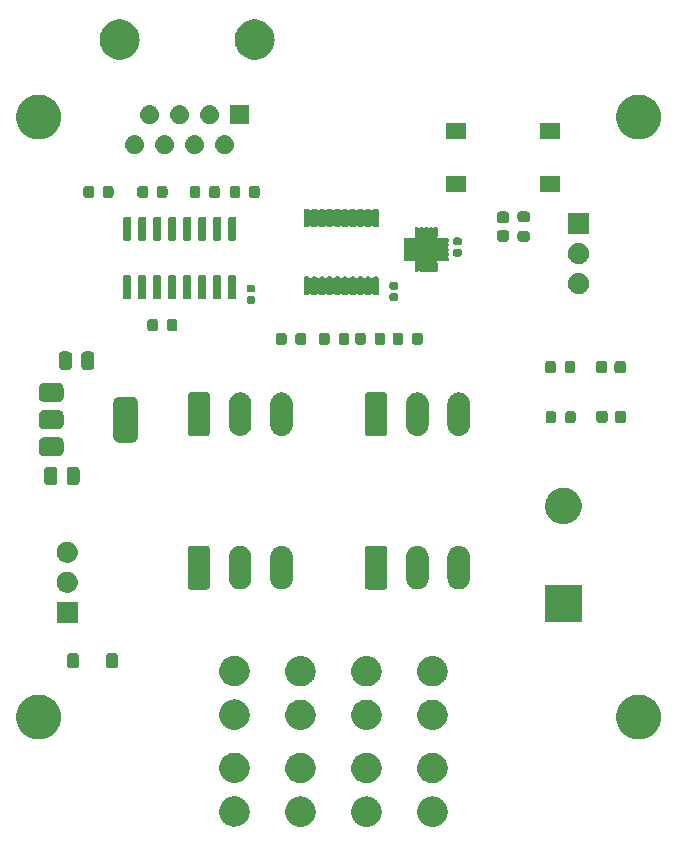
<source format=gbr>
%TF.GenerationSoftware,KiCad,Pcbnew,8.0.9*%
%TF.CreationDate,2025-02-24T00:28:36-05:00*%
%TF.ProjectId,Receiver_Out,52656365-6976-4657-925f-4f75742e6b69,v3*%
%TF.SameCoordinates,Original*%
%TF.FileFunction,Soldermask,Top*%
%TF.FilePolarity,Negative*%
%FSLAX46Y46*%
G04 Gerber Fmt 4.6, Leading zero omitted, Abs format (unit mm)*
G04 Created by KiCad (PCBNEW 8.0.9) date 2025-02-24 00:28:36*
%MOMM*%
%LPD*%
G01*
G04 APERTURE LIST*
G04 APERTURE END LIST*
G36*
X-106165015Y-19366428D02*
G01*
X-106113831Y-19366428D01*
X-106057422Y-19375841D01*
X-105996454Y-19381175D01*
X-105948573Y-19394004D01*
X-105903998Y-19401443D01*
X-105844201Y-19421971D01*
X-105779507Y-19439306D01*
X-105739880Y-19457784D01*
X-105702788Y-19470518D01*
X-105641844Y-19503499D01*
X-105575950Y-19534226D01*
X-105544932Y-19555945D01*
X-105515694Y-19571768D01*
X-105456175Y-19618094D01*
X-105391968Y-19663052D01*
X-105369340Y-19685680D01*
X-105347812Y-19702436D01*
X-105292508Y-19762512D01*
X-105233152Y-19821868D01*
X-105218171Y-19843263D01*
X-105203732Y-19858948D01*
X-105155568Y-19932669D01*
X-105104326Y-20005850D01*
X-105095772Y-20024195D01*
X-105087377Y-20037044D01*
X-105049273Y-20123913D01*
X-105009406Y-20209407D01*
X-105005694Y-20223261D01*
X-105001919Y-20231867D01*
X-104976641Y-20331688D01*
X-104951275Y-20426354D01*
X-104950540Y-20434758D01*
X-104949696Y-20438090D01*
X-104939810Y-20557409D01*
X-104931700Y-20650100D01*
X-104939810Y-20742798D01*
X-104949696Y-20862109D01*
X-104950540Y-20865440D01*
X-104951275Y-20873846D01*
X-104976646Y-20968528D01*
X-105001919Y-21068332D01*
X-105005693Y-21076935D01*
X-105009406Y-21090793D01*
X-105049280Y-21176302D01*
X-105087377Y-21263155D01*
X-105095770Y-21276001D01*
X-105104326Y-21294350D01*
X-105155578Y-21367544D01*
X-105203732Y-21441251D01*
X-105218168Y-21456932D01*
X-105233152Y-21478332D01*
X-105292519Y-21537698D01*
X-105347812Y-21597763D01*
X-105369336Y-21614515D01*
X-105391968Y-21637148D01*
X-105456187Y-21682114D01*
X-105515694Y-21728431D01*
X-105544926Y-21744250D01*
X-105575950Y-21765974D01*
X-105641858Y-21796706D01*
X-105702788Y-21829681D01*
X-105739872Y-21842411D01*
X-105779507Y-21860894D01*
X-105844214Y-21878232D01*
X-105903998Y-21898756D01*
X-105948566Y-21906193D01*
X-105996454Y-21919025D01*
X-106057425Y-21924359D01*
X-106113831Y-21933772D01*
X-106165015Y-21933772D01*
X-106220200Y-21938600D01*
X-106275385Y-21933772D01*
X-106326569Y-21933772D01*
X-106382976Y-21924359D01*
X-106443946Y-21919025D01*
X-106491834Y-21906193D01*
X-106536403Y-21898756D01*
X-106596191Y-21878230D01*
X-106660893Y-21860894D01*
X-106700526Y-21842412D01*
X-106737613Y-21829681D01*
X-106798550Y-21796703D01*
X-106864450Y-21765974D01*
X-106895472Y-21744252D01*
X-106924707Y-21728431D01*
X-106984223Y-21682107D01*
X-107048432Y-21637148D01*
X-107071062Y-21614518D01*
X-107092589Y-21597763D01*
X-107147894Y-21537686D01*
X-107207248Y-21478332D01*
X-107222230Y-21456936D01*
X-107236669Y-21441251D01*
X-107284838Y-21367523D01*
X-107336074Y-21294350D01*
X-107344628Y-21276006D01*
X-107353024Y-21263155D01*
X-107391138Y-21176265D01*
X-107430994Y-21090793D01*
X-107434706Y-21076941D01*
X-107438482Y-21068332D01*
X-107463773Y-20968460D01*
X-107489125Y-20873846D01*
X-107489860Y-20865446D01*
X-107490705Y-20862109D01*
X-107500609Y-20742582D01*
X-107508700Y-20650100D01*
X-107500610Y-20557625D01*
X-107490705Y-20438090D01*
X-107489860Y-20434752D01*
X-107489125Y-20426354D01*
X-107463778Y-20331756D01*
X-107438482Y-20231867D01*
X-107434705Y-20223256D01*
X-107430994Y-20209407D01*
X-107391145Y-20123949D01*
X-107353024Y-20037044D01*
X-107344626Y-20024189D01*
X-107336074Y-20005850D01*
X-107284847Y-19932690D01*
X-107236669Y-19858948D01*
X-107222227Y-19843258D01*
X-107207248Y-19821868D01*
X-107147906Y-19762525D01*
X-107092589Y-19702436D01*
X-107071057Y-19685676D01*
X-107048432Y-19663052D01*
X-106984236Y-19618101D01*
X-106924707Y-19571768D01*
X-106895466Y-19555943D01*
X-106864450Y-19534226D01*
X-106798564Y-19503502D01*
X-106737613Y-19470518D01*
X-106700518Y-19457783D01*
X-106660893Y-19439306D01*
X-106596205Y-19421972D01*
X-106536403Y-19401443D01*
X-106491826Y-19394004D01*
X-106443946Y-19381175D01*
X-106382980Y-19375841D01*
X-106326569Y-19366428D01*
X-106275385Y-19366428D01*
X-106220200Y-19361600D01*
X-106165015Y-19366428D01*
G37*
G36*
X-100577015Y-19366428D02*
G01*
X-100525831Y-19366428D01*
X-100469422Y-19375841D01*
X-100408454Y-19381175D01*
X-100360573Y-19394004D01*
X-100315998Y-19401443D01*
X-100256201Y-19421971D01*
X-100191507Y-19439306D01*
X-100151880Y-19457784D01*
X-100114788Y-19470518D01*
X-100053844Y-19503499D01*
X-99987950Y-19534226D01*
X-99956932Y-19555945D01*
X-99927694Y-19571768D01*
X-99868175Y-19618094D01*
X-99803968Y-19663052D01*
X-99781340Y-19685680D01*
X-99759812Y-19702436D01*
X-99704508Y-19762512D01*
X-99645152Y-19821868D01*
X-99630171Y-19843263D01*
X-99615732Y-19858948D01*
X-99567568Y-19932669D01*
X-99516326Y-20005850D01*
X-99507772Y-20024195D01*
X-99499377Y-20037044D01*
X-99461273Y-20123913D01*
X-99421406Y-20209407D01*
X-99417694Y-20223261D01*
X-99413919Y-20231867D01*
X-99388641Y-20331688D01*
X-99363275Y-20426354D01*
X-99362540Y-20434758D01*
X-99361696Y-20438090D01*
X-99351810Y-20557409D01*
X-99343700Y-20650100D01*
X-99351810Y-20742798D01*
X-99361696Y-20862109D01*
X-99362540Y-20865440D01*
X-99363275Y-20873846D01*
X-99388646Y-20968528D01*
X-99413919Y-21068332D01*
X-99417693Y-21076935D01*
X-99421406Y-21090793D01*
X-99461280Y-21176302D01*
X-99499377Y-21263155D01*
X-99507770Y-21276001D01*
X-99516326Y-21294350D01*
X-99567578Y-21367544D01*
X-99615732Y-21441251D01*
X-99630168Y-21456932D01*
X-99645152Y-21478332D01*
X-99704519Y-21537698D01*
X-99759812Y-21597763D01*
X-99781336Y-21614515D01*
X-99803968Y-21637148D01*
X-99868187Y-21682114D01*
X-99927694Y-21728431D01*
X-99956926Y-21744250D01*
X-99987950Y-21765974D01*
X-100053858Y-21796706D01*
X-100114788Y-21829681D01*
X-100151872Y-21842411D01*
X-100191507Y-21860894D01*
X-100256214Y-21878232D01*
X-100315998Y-21898756D01*
X-100360566Y-21906193D01*
X-100408454Y-21919025D01*
X-100469425Y-21924359D01*
X-100525831Y-21933772D01*
X-100577015Y-21933772D01*
X-100632200Y-21938600D01*
X-100687385Y-21933772D01*
X-100738569Y-21933772D01*
X-100794976Y-21924359D01*
X-100855946Y-21919025D01*
X-100903834Y-21906193D01*
X-100948403Y-21898756D01*
X-101008191Y-21878230D01*
X-101072893Y-21860894D01*
X-101112526Y-21842412D01*
X-101149613Y-21829681D01*
X-101210550Y-21796703D01*
X-101276450Y-21765974D01*
X-101307472Y-21744252D01*
X-101336707Y-21728431D01*
X-101396223Y-21682107D01*
X-101460432Y-21637148D01*
X-101483062Y-21614518D01*
X-101504589Y-21597763D01*
X-101559894Y-21537686D01*
X-101619248Y-21478332D01*
X-101634230Y-21456936D01*
X-101648669Y-21441251D01*
X-101696838Y-21367523D01*
X-101748074Y-21294350D01*
X-101756628Y-21276006D01*
X-101765024Y-21263155D01*
X-101803138Y-21176265D01*
X-101842994Y-21090793D01*
X-101846706Y-21076941D01*
X-101850482Y-21068332D01*
X-101875773Y-20968460D01*
X-101901125Y-20873846D01*
X-101901860Y-20865446D01*
X-101902705Y-20862109D01*
X-101912609Y-20742582D01*
X-101920700Y-20650100D01*
X-101912610Y-20557625D01*
X-101902705Y-20438090D01*
X-101901860Y-20434752D01*
X-101901125Y-20426354D01*
X-101875778Y-20331756D01*
X-101850482Y-20231867D01*
X-101846705Y-20223256D01*
X-101842994Y-20209407D01*
X-101803145Y-20123949D01*
X-101765024Y-20037044D01*
X-101756626Y-20024189D01*
X-101748074Y-20005850D01*
X-101696847Y-19932690D01*
X-101648669Y-19858948D01*
X-101634227Y-19843258D01*
X-101619248Y-19821868D01*
X-101559906Y-19762525D01*
X-101504589Y-19702436D01*
X-101483057Y-19685676D01*
X-101460432Y-19663052D01*
X-101396236Y-19618101D01*
X-101336707Y-19571768D01*
X-101307466Y-19555943D01*
X-101276450Y-19534226D01*
X-101210564Y-19503502D01*
X-101149613Y-19470518D01*
X-101112518Y-19457783D01*
X-101072893Y-19439306D01*
X-101008205Y-19421972D01*
X-100948403Y-19401443D01*
X-100903826Y-19394004D01*
X-100855946Y-19381175D01*
X-100794980Y-19375841D01*
X-100738569Y-19366428D01*
X-100687385Y-19366428D01*
X-100632200Y-19361600D01*
X-100577015Y-19366428D01*
G37*
G36*
X-94989015Y-19366428D02*
G01*
X-94937831Y-19366428D01*
X-94881422Y-19375841D01*
X-94820454Y-19381175D01*
X-94772573Y-19394004D01*
X-94727998Y-19401443D01*
X-94668201Y-19421971D01*
X-94603507Y-19439306D01*
X-94563880Y-19457784D01*
X-94526788Y-19470518D01*
X-94465844Y-19503499D01*
X-94399950Y-19534226D01*
X-94368932Y-19555945D01*
X-94339694Y-19571768D01*
X-94280175Y-19618094D01*
X-94215968Y-19663052D01*
X-94193340Y-19685680D01*
X-94171812Y-19702436D01*
X-94116508Y-19762512D01*
X-94057152Y-19821868D01*
X-94042171Y-19843263D01*
X-94027732Y-19858948D01*
X-93979568Y-19932669D01*
X-93928326Y-20005850D01*
X-93919772Y-20024195D01*
X-93911377Y-20037044D01*
X-93873273Y-20123913D01*
X-93833406Y-20209407D01*
X-93829694Y-20223261D01*
X-93825919Y-20231867D01*
X-93800641Y-20331688D01*
X-93775275Y-20426354D01*
X-93774540Y-20434758D01*
X-93773696Y-20438090D01*
X-93763810Y-20557409D01*
X-93755700Y-20650100D01*
X-93763810Y-20742798D01*
X-93773696Y-20862109D01*
X-93774540Y-20865440D01*
X-93775275Y-20873846D01*
X-93800646Y-20968528D01*
X-93825919Y-21068332D01*
X-93829693Y-21076935D01*
X-93833406Y-21090793D01*
X-93873280Y-21176302D01*
X-93911377Y-21263155D01*
X-93919770Y-21276001D01*
X-93928326Y-21294350D01*
X-93979578Y-21367544D01*
X-94027732Y-21441251D01*
X-94042168Y-21456932D01*
X-94057152Y-21478332D01*
X-94116519Y-21537698D01*
X-94171812Y-21597763D01*
X-94193336Y-21614515D01*
X-94215968Y-21637148D01*
X-94280187Y-21682114D01*
X-94339694Y-21728431D01*
X-94368926Y-21744250D01*
X-94399950Y-21765974D01*
X-94465858Y-21796706D01*
X-94526788Y-21829681D01*
X-94563872Y-21842411D01*
X-94603507Y-21860894D01*
X-94668214Y-21878232D01*
X-94727998Y-21898756D01*
X-94772566Y-21906193D01*
X-94820454Y-21919025D01*
X-94881425Y-21924359D01*
X-94937831Y-21933772D01*
X-94989015Y-21933772D01*
X-95044200Y-21938600D01*
X-95099385Y-21933772D01*
X-95150569Y-21933772D01*
X-95206976Y-21924359D01*
X-95267946Y-21919025D01*
X-95315834Y-21906193D01*
X-95360403Y-21898756D01*
X-95420191Y-21878230D01*
X-95484893Y-21860894D01*
X-95524526Y-21842412D01*
X-95561613Y-21829681D01*
X-95622550Y-21796703D01*
X-95688450Y-21765974D01*
X-95719472Y-21744252D01*
X-95748707Y-21728431D01*
X-95808223Y-21682107D01*
X-95872432Y-21637148D01*
X-95895062Y-21614518D01*
X-95916589Y-21597763D01*
X-95971894Y-21537686D01*
X-96031248Y-21478332D01*
X-96046230Y-21456936D01*
X-96060669Y-21441251D01*
X-96108838Y-21367523D01*
X-96160074Y-21294350D01*
X-96168628Y-21276006D01*
X-96177024Y-21263155D01*
X-96215138Y-21176265D01*
X-96254994Y-21090793D01*
X-96258706Y-21076941D01*
X-96262482Y-21068332D01*
X-96287773Y-20968460D01*
X-96313125Y-20873846D01*
X-96313860Y-20865446D01*
X-96314705Y-20862109D01*
X-96324609Y-20742582D01*
X-96332700Y-20650100D01*
X-96324610Y-20557625D01*
X-96314705Y-20438090D01*
X-96313860Y-20434752D01*
X-96313125Y-20426354D01*
X-96287778Y-20331756D01*
X-96262482Y-20231867D01*
X-96258705Y-20223256D01*
X-96254994Y-20209407D01*
X-96215145Y-20123949D01*
X-96177024Y-20037044D01*
X-96168626Y-20024189D01*
X-96160074Y-20005850D01*
X-96108847Y-19932690D01*
X-96060669Y-19858948D01*
X-96046227Y-19843258D01*
X-96031248Y-19821868D01*
X-95971906Y-19762525D01*
X-95916589Y-19702436D01*
X-95895057Y-19685676D01*
X-95872432Y-19663052D01*
X-95808236Y-19618101D01*
X-95748707Y-19571768D01*
X-95719466Y-19555943D01*
X-95688450Y-19534226D01*
X-95622564Y-19503502D01*
X-95561613Y-19470518D01*
X-95524518Y-19457783D01*
X-95484893Y-19439306D01*
X-95420205Y-19421972D01*
X-95360403Y-19401443D01*
X-95315826Y-19394004D01*
X-95267946Y-19381175D01*
X-95206980Y-19375841D01*
X-95150569Y-19366428D01*
X-95099385Y-19366428D01*
X-95044200Y-19361600D01*
X-94989015Y-19366428D01*
G37*
G36*
X-111753015Y-19351428D02*
G01*
X-111701831Y-19351428D01*
X-111645422Y-19360841D01*
X-111584454Y-19366175D01*
X-111536573Y-19379004D01*
X-111491998Y-19386443D01*
X-111432201Y-19406971D01*
X-111367507Y-19424306D01*
X-111327880Y-19442784D01*
X-111290788Y-19455518D01*
X-111229844Y-19488499D01*
X-111163950Y-19519226D01*
X-111132932Y-19540945D01*
X-111103694Y-19556768D01*
X-111044175Y-19603094D01*
X-110979968Y-19648052D01*
X-110957340Y-19670680D01*
X-110935812Y-19687436D01*
X-110880508Y-19747512D01*
X-110821152Y-19806868D01*
X-110806171Y-19828263D01*
X-110791732Y-19843948D01*
X-110743568Y-19917669D01*
X-110692326Y-19990850D01*
X-110683772Y-20009195D01*
X-110675377Y-20022044D01*
X-110637273Y-20108913D01*
X-110597406Y-20194407D01*
X-110593694Y-20208261D01*
X-110589919Y-20216867D01*
X-110564641Y-20316688D01*
X-110539275Y-20411354D01*
X-110538540Y-20419758D01*
X-110537696Y-20423090D01*
X-110527810Y-20542409D01*
X-110519700Y-20635100D01*
X-110527810Y-20727798D01*
X-110537696Y-20847109D01*
X-110538540Y-20850440D01*
X-110539275Y-20858846D01*
X-110564646Y-20953528D01*
X-110589919Y-21053332D01*
X-110593693Y-21061935D01*
X-110597406Y-21075793D01*
X-110637280Y-21161302D01*
X-110675377Y-21248155D01*
X-110683770Y-21261001D01*
X-110692326Y-21279350D01*
X-110743578Y-21352544D01*
X-110791732Y-21426251D01*
X-110806168Y-21441932D01*
X-110821152Y-21463332D01*
X-110880519Y-21522698D01*
X-110935812Y-21582763D01*
X-110957336Y-21599515D01*
X-110979968Y-21622148D01*
X-111044187Y-21667114D01*
X-111103694Y-21713431D01*
X-111132926Y-21729250D01*
X-111163950Y-21750974D01*
X-111229858Y-21781706D01*
X-111290788Y-21814681D01*
X-111327872Y-21827411D01*
X-111367507Y-21845894D01*
X-111432214Y-21863232D01*
X-111491998Y-21883756D01*
X-111536566Y-21891193D01*
X-111584454Y-21904025D01*
X-111645425Y-21909359D01*
X-111701831Y-21918772D01*
X-111753015Y-21918772D01*
X-111808200Y-21923600D01*
X-111863385Y-21918772D01*
X-111914569Y-21918772D01*
X-111970976Y-21909359D01*
X-112031946Y-21904025D01*
X-112079834Y-21891193D01*
X-112124403Y-21883756D01*
X-112184191Y-21863230D01*
X-112248893Y-21845894D01*
X-112288526Y-21827412D01*
X-112325613Y-21814681D01*
X-112386550Y-21781703D01*
X-112452450Y-21750974D01*
X-112483472Y-21729252D01*
X-112512707Y-21713431D01*
X-112572223Y-21667107D01*
X-112636432Y-21622148D01*
X-112659062Y-21599518D01*
X-112680589Y-21582763D01*
X-112735894Y-21522686D01*
X-112795248Y-21463332D01*
X-112810230Y-21441936D01*
X-112824669Y-21426251D01*
X-112872838Y-21352523D01*
X-112924074Y-21279350D01*
X-112932628Y-21261006D01*
X-112941024Y-21248155D01*
X-112979138Y-21161265D01*
X-113018994Y-21075793D01*
X-113022706Y-21061941D01*
X-113026482Y-21053332D01*
X-113051773Y-20953460D01*
X-113077125Y-20858846D01*
X-113077860Y-20850446D01*
X-113078705Y-20847109D01*
X-113088609Y-20727582D01*
X-113096700Y-20635100D01*
X-113088610Y-20542625D01*
X-113078705Y-20423090D01*
X-113077860Y-20419752D01*
X-113077125Y-20411354D01*
X-113051778Y-20316756D01*
X-113026482Y-20216867D01*
X-113022705Y-20208256D01*
X-113018994Y-20194407D01*
X-112979145Y-20108949D01*
X-112941024Y-20022044D01*
X-112932626Y-20009189D01*
X-112924074Y-19990850D01*
X-112872847Y-19917690D01*
X-112824669Y-19843948D01*
X-112810227Y-19828258D01*
X-112795248Y-19806868D01*
X-112735906Y-19747525D01*
X-112680589Y-19687436D01*
X-112659057Y-19670676D01*
X-112636432Y-19648052D01*
X-112572236Y-19603101D01*
X-112512707Y-19556768D01*
X-112483466Y-19540943D01*
X-112452450Y-19519226D01*
X-112386564Y-19488502D01*
X-112325613Y-19455518D01*
X-112288518Y-19442783D01*
X-112248893Y-19424306D01*
X-112184205Y-19406972D01*
X-112124403Y-19386443D01*
X-112079826Y-19379004D01*
X-112031946Y-19366175D01*
X-111970980Y-19360841D01*
X-111914569Y-19351428D01*
X-111863385Y-19351428D01*
X-111808200Y-19346600D01*
X-111753015Y-19351428D01*
G37*
G36*
X-106165015Y-15666428D02*
G01*
X-106113831Y-15666428D01*
X-106057422Y-15675841D01*
X-105996454Y-15681175D01*
X-105948573Y-15694004D01*
X-105903998Y-15701443D01*
X-105844201Y-15721971D01*
X-105779507Y-15739306D01*
X-105739880Y-15757784D01*
X-105702788Y-15770518D01*
X-105641844Y-15803499D01*
X-105575950Y-15834226D01*
X-105544932Y-15855945D01*
X-105515694Y-15871768D01*
X-105456175Y-15918094D01*
X-105391968Y-15963052D01*
X-105369340Y-15985680D01*
X-105347812Y-16002436D01*
X-105292508Y-16062512D01*
X-105233152Y-16121868D01*
X-105218171Y-16143263D01*
X-105203732Y-16158948D01*
X-105155568Y-16232669D01*
X-105104326Y-16305850D01*
X-105095772Y-16324195D01*
X-105087377Y-16337044D01*
X-105049273Y-16423913D01*
X-105009406Y-16509407D01*
X-105005694Y-16523261D01*
X-105001919Y-16531867D01*
X-104976641Y-16631688D01*
X-104951275Y-16726354D01*
X-104950540Y-16734758D01*
X-104949696Y-16738090D01*
X-104939810Y-16857409D01*
X-104931700Y-16950100D01*
X-104939810Y-17042798D01*
X-104949696Y-17162109D01*
X-104950540Y-17165440D01*
X-104951275Y-17173846D01*
X-104976646Y-17268528D01*
X-105001919Y-17368332D01*
X-105005693Y-17376935D01*
X-105009406Y-17390793D01*
X-105049280Y-17476302D01*
X-105087377Y-17563155D01*
X-105095770Y-17576001D01*
X-105104326Y-17594350D01*
X-105155578Y-17667544D01*
X-105203732Y-17741251D01*
X-105218168Y-17756932D01*
X-105233152Y-17778332D01*
X-105292519Y-17837698D01*
X-105347812Y-17897763D01*
X-105369336Y-17914515D01*
X-105391968Y-17937148D01*
X-105456187Y-17982114D01*
X-105515694Y-18028431D01*
X-105544926Y-18044250D01*
X-105575950Y-18065974D01*
X-105641858Y-18096706D01*
X-105702788Y-18129681D01*
X-105739872Y-18142411D01*
X-105779507Y-18160894D01*
X-105844214Y-18178232D01*
X-105903998Y-18198756D01*
X-105948566Y-18206193D01*
X-105996454Y-18219025D01*
X-106057425Y-18224359D01*
X-106113831Y-18233772D01*
X-106165015Y-18233772D01*
X-106220200Y-18238600D01*
X-106275385Y-18233772D01*
X-106326569Y-18233772D01*
X-106382976Y-18224359D01*
X-106443946Y-18219025D01*
X-106491834Y-18206193D01*
X-106536403Y-18198756D01*
X-106596191Y-18178230D01*
X-106660893Y-18160894D01*
X-106700526Y-18142412D01*
X-106737613Y-18129681D01*
X-106798550Y-18096703D01*
X-106864450Y-18065974D01*
X-106895472Y-18044252D01*
X-106924707Y-18028431D01*
X-106984223Y-17982107D01*
X-107048432Y-17937148D01*
X-107071062Y-17914518D01*
X-107092589Y-17897763D01*
X-107147894Y-17837686D01*
X-107207248Y-17778332D01*
X-107222230Y-17756936D01*
X-107236669Y-17741251D01*
X-107284838Y-17667523D01*
X-107336074Y-17594350D01*
X-107344628Y-17576006D01*
X-107353024Y-17563155D01*
X-107391138Y-17476265D01*
X-107430994Y-17390793D01*
X-107434706Y-17376941D01*
X-107438482Y-17368332D01*
X-107463773Y-17268460D01*
X-107489125Y-17173846D01*
X-107489860Y-17165446D01*
X-107490705Y-17162109D01*
X-107500609Y-17042582D01*
X-107508700Y-16950100D01*
X-107500610Y-16857625D01*
X-107490705Y-16738090D01*
X-107489860Y-16734752D01*
X-107489125Y-16726354D01*
X-107463778Y-16631756D01*
X-107438482Y-16531867D01*
X-107434705Y-16523256D01*
X-107430994Y-16509407D01*
X-107391145Y-16423949D01*
X-107353024Y-16337044D01*
X-107344626Y-16324189D01*
X-107336074Y-16305850D01*
X-107284847Y-16232690D01*
X-107236669Y-16158948D01*
X-107222227Y-16143258D01*
X-107207248Y-16121868D01*
X-107147906Y-16062525D01*
X-107092589Y-16002436D01*
X-107071057Y-15985676D01*
X-107048432Y-15963052D01*
X-106984236Y-15918101D01*
X-106924707Y-15871768D01*
X-106895466Y-15855943D01*
X-106864450Y-15834226D01*
X-106798564Y-15803502D01*
X-106737613Y-15770518D01*
X-106700518Y-15757783D01*
X-106660893Y-15739306D01*
X-106596205Y-15721972D01*
X-106536403Y-15701443D01*
X-106491826Y-15694004D01*
X-106443946Y-15681175D01*
X-106382980Y-15675841D01*
X-106326569Y-15666428D01*
X-106275385Y-15666428D01*
X-106220200Y-15661600D01*
X-106165015Y-15666428D01*
G37*
G36*
X-100577015Y-15666428D02*
G01*
X-100525831Y-15666428D01*
X-100469422Y-15675841D01*
X-100408454Y-15681175D01*
X-100360573Y-15694004D01*
X-100315998Y-15701443D01*
X-100256201Y-15721971D01*
X-100191507Y-15739306D01*
X-100151880Y-15757784D01*
X-100114788Y-15770518D01*
X-100053844Y-15803499D01*
X-99987950Y-15834226D01*
X-99956932Y-15855945D01*
X-99927694Y-15871768D01*
X-99868175Y-15918094D01*
X-99803968Y-15963052D01*
X-99781340Y-15985680D01*
X-99759812Y-16002436D01*
X-99704508Y-16062512D01*
X-99645152Y-16121868D01*
X-99630171Y-16143263D01*
X-99615732Y-16158948D01*
X-99567568Y-16232669D01*
X-99516326Y-16305850D01*
X-99507772Y-16324195D01*
X-99499377Y-16337044D01*
X-99461273Y-16423913D01*
X-99421406Y-16509407D01*
X-99417694Y-16523261D01*
X-99413919Y-16531867D01*
X-99388641Y-16631688D01*
X-99363275Y-16726354D01*
X-99362540Y-16734758D01*
X-99361696Y-16738090D01*
X-99351810Y-16857409D01*
X-99343700Y-16950100D01*
X-99351810Y-17042798D01*
X-99361696Y-17162109D01*
X-99362540Y-17165440D01*
X-99363275Y-17173846D01*
X-99388646Y-17268528D01*
X-99413919Y-17368332D01*
X-99417693Y-17376935D01*
X-99421406Y-17390793D01*
X-99461280Y-17476302D01*
X-99499377Y-17563155D01*
X-99507770Y-17576001D01*
X-99516326Y-17594350D01*
X-99567578Y-17667544D01*
X-99615732Y-17741251D01*
X-99630168Y-17756932D01*
X-99645152Y-17778332D01*
X-99704519Y-17837698D01*
X-99759812Y-17897763D01*
X-99781336Y-17914515D01*
X-99803968Y-17937148D01*
X-99868187Y-17982114D01*
X-99927694Y-18028431D01*
X-99956926Y-18044250D01*
X-99987950Y-18065974D01*
X-100053858Y-18096706D01*
X-100114788Y-18129681D01*
X-100151872Y-18142411D01*
X-100191507Y-18160894D01*
X-100256214Y-18178232D01*
X-100315998Y-18198756D01*
X-100360566Y-18206193D01*
X-100408454Y-18219025D01*
X-100469425Y-18224359D01*
X-100525831Y-18233772D01*
X-100577015Y-18233772D01*
X-100632200Y-18238600D01*
X-100687385Y-18233772D01*
X-100738569Y-18233772D01*
X-100794976Y-18224359D01*
X-100855946Y-18219025D01*
X-100903834Y-18206193D01*
X-100948403Y-18198756D01*
X-101008191Y-18178230D01*
X-101072893Y-18160894D01*
X-101112526Y-18142412D01*
X-101149613Y-18129681D01*
X-101210550Y-18096703D01*
X-101276450Y-18065974D01*
X-101307472Y-18044252D01*
X-101336707Y-18028431D01*
X-101396223Y-17982107D01*
X-101460432Y-17937148D01*
X-101483062Y-17914518D01*
X-101504589Y-17897763D01*
X-101559894Y-17837686D01*
X-101619248Y-17778332D01*
X-101634230Y-17756936D01*
X-101648669Y-17741251D01*
X-101696838Y-17667523D01*
X-101748074Y-17594350D01*
X-101756628Y-17576006D01*
X-101765024Y-17563155D01*
X-101803138Y-17476265D01*
X-101842994Y-17390793D01*
X-101846706Y-17376941D01*
X-101850482Y-17368332D01*
X-101875773Y-17268460D01*
X-101901125Y-17173846D01*
X-101901860Y-17165446D01*
X-101902705Y-17162109D01*
X-101912609Y-17042582D01*
X-101920700Y-16950100D01*
X-101912610Y-16857625D01*
X-101902705Y-16738090D01*
X-101901860Y-16734752D01*
X-101901125Y-16726354D01*
X-101875778Y-16631756D01*
X-101850482Y-16531867D01*
X-101846705Y-16523256D01*
X-101842994Y-16509407D01*
X-101803145Y-16423949D01*
X-101765024Y-16337044D01*
X-101756626Y-16324189D01*
X-101748074Y-16305850D01*
X-101696847Y-16232690D01*
X-101648669Y-16158948D01*
X-101634227Y-16143258D01*
X-101619248Y-16121868D01*
X-101559906Y-16062525D01*
X-101504589Y-16002436D01*
X-101483057Y-15985676D01*
X-101460432Y-15963052D01*
X-101396236Y-15918101D01*
X-101336707Y-15871768D01*
X-101307466Y-15855943D01*
X-101276450Y-15834226D01*
X-101210564Y-15803502D01*
X-101149613Y-15770518D01*
X-101112518Y-15757783D01*
X-101072893Y-15739306D01*
X-101008205Y-15721972D01*
X-100948403Y-15701443D01*
X-100903826Y-15694004D01*
X-100855946Y-15681175D01*
X-100794980Y-15675841D01*
X-100738569Y-15666428D01*
X-100687385Y-15666428D01*
X-100632200Y-15661600D01*
X-100577015Y-15666428D01*
G37*
G36*
X-94989015Y-15666428D02*
G01*
X-94937831Y-15666428D01*
X-94881422Y-15675841D01*
X-94820454Y-15681175D01*
X-94772573Y-15694004D01*
X-94727998Y-15701443D01*
X-94668201Y-15721971D01*
X-94603507Y-15739306D01*
X-94563880Y-15757784D01*
X-94526788Y-15770518D01*
X-94465844Y-15803499D01*
X-94399950Y-15834226D01*
X-94368932Y-15855945D01*
X-94339694Y-15871768D01*
X-94280175Y-15918094D01*
X-94215968Y-15963052D01*
X-94193340Y-15985680D01*
X-94171812Y-16002436D01*
X-94116508Y-16062512D01*
X-94057152Y-16121868D01*
X-94042171Y-16143263D01*
X-94027732Y-16158948D01*
X-93979568Y-16232669D01*
X-93928326Y-16305850D01*
X-93919772Y-16324195D01*
X-93911377Y-16337044D01*
X-93873273Y-16423913D01*
X-93833406Y-16509407D01*
X-93829694Y-16523261D01*
X-93825919Y-16531867D01*
X-93800641Y-16631688D01*
X-93775275Y-16726354D01*
X-93774540Y-16734758D01*
X-93773696Y-16738090D01*
X-93763810Y-16857409D01*
X-93755700Y-16950100D01*
X-93763810Y-17042798D01*
X-93773696Y-17162109D01*
X-93774540Y-17165440D01*
X-93775275Y-17173846D01*
X-93800646Y-17268528D01*
X-93825919Y-17368332D01*
X-93829693Y-17376935D01*
X-93833406Y-17390793D01*
X-93873280Y-17476302D01*
X-93911377Y-17563155D01*
X-93919770Y-17576001D01*
X-93928326Y-17594350D01*
X-93979578Y-17667544D01*
X-94027732Y-17741251D01*
X-94042168Y-17756932D01*
X-94057152Y-17778332D01*
X-94116519Y-17837698D01*
X-94171812Y-17897763D01*
X-94193336Y-17914515D01*
X-94215968Y-17937148D01*
X-94280187Y-17982114D01*
X-94339694Y-18028431D01*
X-94368926Y-18044250D01*
X-94399950Y-18065974D01*
X-94465858Y-18096706D01*
X-94526788Y-18129681D01*
X-94563872Y-18142411D01*
X-94603507Y-18160894D01*
X-94668214Y-18178232D01*
X-94727998Y-18198756D01*
X-94772566Y-18206193D01*
X-94820454Y-18219025D01*
X-94881425Y-18224359D01*
X-94937831Y-18233772D01*
X-94989015Y-18233772D01*
X-95044200Y-18238600D01*
X-95099385Y-18233772D01*
X-95150569Y-18233772D01*
X-95206976Y-18224359D01*
X-95267946Y-18219025D01*
X-95315834Y-18206193D01*
X-95360403Y-18198756D01*
X-95420191Y-18178230D01*
X-95484893Y-18160894D01*
X-95524526Y-18142412D01*
X-95561613Y-18129681D01*
X-95622550Y-18096703D01*
X-95688450Y-18065974D01*
X-95719472Y-18044252D01*
X-95748707Y-18028431D01*
X-95808223Y-17982107D01*
X-95872432Y-17937148D01*
X-95895062Y-17914518D01*
X-95916589Y-17897763D01*
X-95971894Y-17837686D01*
X-96031248Y-17778332D01*
X-96046230Y-17756936D01*
X-96060669Y-17741251D01*
X-96108838Y-17667523D01*
X-96160074Y-17594350D01*
X-96168628Y-17576006D01*
X-96177024Y-17563155D01*
X-96215138Y-17476265D01*
X-96254994Y-17390793D01*
X-96258706Y-17376941D01*
X-96262482Y-17368332D01*
X-96287773Y-17268460D01*
X-96313125Y-17173846D01*
X-96313860Y-17165446D01*
X-96314705Y-17162109D01*
X-96324609Y-17042582D01*
X-96332700Y-16950100D01*
X-96324610Y-16857625D01*
X-96314705Y-16738090D01*
X-96313860Y-16734752D01*
X-96313125Y-16726354D01*
X-96287778Y-16631756D01*
X-96262482Y-16531867D01*
X-96258705Y-16523256D01*
X-96254994Y-16509407D01*
X-96215145Y-16423949D01*
X-96177024Y-16337044D01*
X-96168626Y-16324189D01*
X-96160074Y-16305850D01*
X-96108847Y-16232690D01*
X-96060669Y-16158948D01*
X-96046227Y-16143258D01*
X-96031248Y-16121868D01*
X-95971906Y-16062525D01*
X-95916589Y-16002436D01*
X-95895057Y-15985676D01*
X-95872432Y-15963052D01*
X-95808236Y-15918101D01*
X-95748707Y-15871768D01*
X-95719466Y-15855943D01*
X-95688450Y-15834226D01*
X-95622564Y-15803502D01*
X-95561613Y-15770518D01*
X-95524518Y-15757783D01*
X-95484893Y-15739306D01*
X-95420205Y-15721972D01*
X-95360403Y-15701443D01*
X-95315826Y-15694004D01*
X-95267946Y-15681175D01*
X-95206980Y-15675841D01*
X-95150569Y-15666428D01*
X-95099385Y-15666428D01*
X-95044200Y-15661600D01*
X-94989015Y-15666428D01*
G37*
G36*
X-111753015Y-15651428D02*
G01*
X-111701831Y-15651428D01*
X-111645422Y-15660841D01*
X-111584454Y-15666175D01*
X-111536573Y-15679004D01*
X-111491998Y-15686443D01*
X-111432201Y-15706971D01*
X-111367507Y-15724306D01*
X-111327880Y-15742784D01*
X-111290788Y-15755518D01*
X-111229844Y-15788499D01*
X-111163950Y-15819226D01*
X-111132932Y-15840945D01*
X-111103694Y-15856768D01*
X-111044175Y-15903094D01*
X-110979968Y-15948052D01*
X-110957340Y-15970680D01*
X-110935812Y-15987436D01*
X-110880508Y-16047512D01*
X-110821152Y-16106868D01*
X-110806171Y-16128263D01*
X-110791732Y-16143948D01*
X-110743568Y-16217669D01*
X-110692326Y-16290850D01*
X-110683772Y-16309195D01*
X-110675377Y-16322044D01*
X-110637273Y-16408913D01*
X-110597406Y-16494407D01*
X-110593694Y-16508261D01*
X-110589919Y-16516867D01*
X-110564641Y-16616688D01*
X-110539275Y-16711354D01*
X-110538540Y-16719758D01*
X-110537696Y-16723090D01*
X-110527810Y-16842409D01*
X-110519700Y-16935100D01*
X-110527810Y-17027798D01*
X-110537696Y-17147109D01*
X-110538540Y-17150440D01*
X-110539275Y-17158846D01*
X-110564646Y-17253528D01*
X-110589919Y-17353332D01*
X-110593693Y-17361935D01*
X-110597406Y-17375793D01*
X-110637280Y-17461302D01*
X-110675377Y-17548155D01*
X-110683770Y-17561001D01*
X-110692326Y-17579350D01*
X-110743578Y-17652544D01*
X-110791732Y-17726251D01*
X-110806168Y-17741932D01*
X-110821152Y-17763332D01*
X-110880519Y-17822698D01*
X-110935812Y-17882763D01*
X-110957336Y-17899515D01*
X-110979968Y-17922148D01*
X-111044187Y-17967114D01*
X-111103694Y-18013431D01*
X-111132926Y-18029250D01*
X-111163950Y-18050974D01*
X-111229858Y-18081706D01*
X-111290788Y-18114681D01*
X-111327872Y-18127411D01*
X-111367507Y-18145894D01*
X-111432214Y-18163232D01*
X-111491998Y-18183756D01*
X-111536566Y-18191193D01*
X-111584454Y-18204025D01*
X-111645425Y-18209359D01*
X-111701831Y-18218772D01*
X-111753015Y-18218772D01*
X-111808200Y-18223600D01*
X-111863385Y-18218772D01*
X-111914569Y-18218772D01*
X-111970976Y-18209359D01*
X-112031946Y-18204025D01*
X-112079834Y-18191193D01*
X-112124403Y-18183756D01*
X-112184191Y-18163230D01*
X-112248893Y-18145894D01*
X-112288526Y-18127412D01*
X-112325613Y-18114681D01*
X-112386550Y-18081703D01*
X-112452450Y-18050974D01*
X-112483472Y-18029252D01*
X-112512707Y-18013431D01*
X-112572223Y-17967107D01*
X-112636432Y-17922148D01*
X-112659062Y-17899518D01*
X-112680589Y-17882763D01*
X-112735894Y-17822686D01*
X-112795248Y-17763332D01*
X-112810230Y-17741936D01*
X-112824669Y-17726251D01*
X-112872838Y-17652523D01*
X-112924074Y-17579350D01*
X-112932628Y-17561006D01*
X-112941024Y-17548155D01*
X-112979138Y-17461265D01*
X-113018994Y-17375793D01*
X-113022706Y-17361941D01*
X-113026482Y-17353332D01*
X-113051773Y-17253460D01*
X-113077125Y-17158846D01*
X-113077860Y-17150446D01*
X-113078705Y-17147109D01*
X-113088609Y-17027582D01*
X-113096700Y-16935100D01*
X-113088610Y-16842625D01*
X-113078705Y-16723090D01*
X-113077860Y-16719752D01*
X-113077125Y-16711354D01*
X-113051778Y-16616756D01*
X-113026482Y-16516867D01*
X-113022705Y-16508256D01*
X-113018994Y-16494407D01*
X-112979145Y-16408949D01*
X-112941024Y-16322044D01*
X-112932626Y-16309189D01*
X-112924074Y-16290850D01*
X-112872847Y-16217690D01*
X-112824669Y-16143948D01*
X-112810227Y-16128258D01*
X-112795248Y-16106868D01*
X-112735906Y-16047525D01*
X-112680589Y-15987436D01*
X-112659057Y-15970676D01*
X-112636432Y-15948052D01*
X-112572236Y-15903101D01*
X-112512707Y-15856768D01*
X-112483466Y-15840943D01*
X-112452450Y-15819226D01*
X-112386564Y-15788502D01*
X-112325613Y-15755518D01*
X-112288518Y-15742783D01*
X-112248893Y-15724306D01*
X-112184205Y-15706972D01*
X-112124403Y-15686443D01*
X-112079826Y-15679004D01*
X-112031946Y-15666175D01*
X-111970980Y-15660841D01*
X-111914569Y-15651428D01*
X-111863385Y-15651428D01*
X-111808200Y-15646600D01*
X-111753015Y-15651428D01*
G37*
G36*
X-128320162Y-10740023D02*
G01*
X-128256493Y-10740023D01*
X-128187422Y-10749516D01*
X-128115659Y-10754649D01*
X-128056591Y-10767498D01*
X-127999489Y-10775347D01*
X-127926486Y-10795801D01*
X-127850626Y-10812304D01*
X-127799412Y-10831406D01*
X-127749688Y-10845338D01*
X-127674512Y-10877991D01*
X-127596496Y-10907090D01*
X-127553622Y-10930501D01*
X-127511758Y-10948685D01*
X-127436445Y-10994484D01*
X-127358442Y-11037077D01*
X-127323971Y-11062882D01*
X-127290094Y-11083483D01*
X-127216848Y-11143073D01*
X-127141310Y-11199620D01*
X-127114988Y-11225942D01*
X-127088867Y-11247193D01*
X-127020026Y-11320904D01*
X-126949520Y-11391410D01*
X-126930706Y-11416542D01*
X-126911801Y-11436785D01*
X-126849791Y-11524633D01*
X-126786977Y-11608542D01*
X-126774736Y-11630960D01*
X-126762198Y-11648722D01*
X-126709448Y-11750527D01*
X-126656990Y-11846596D01*
X-126650107Y-11865051D01*
X-126642852Y-11879052D01*
X-126601771Y-11994645D01*
X-126562204Y-12100726D01*
X-126559261Y-12114255D01*
X-126555975Y-12123501D01*
X-126528758Y-12254476D01*
X-126504549Y-12365759D01*
X-126503981Y-12373704D01*
X-126503196Y-12377481D01*
X-126491916Y-12542405D01*
X-126485200Y-12636300D01*
X-126491916Y-12730202D01*
X-126503196Y-12895118D01*
X-126503981Y-12898893D01*
X-126504549Y-12906841D01*
X-126528763Y-13018145D01*
X-126555975Y-13149098D01*
X-126559261Y-13158341D01*
X-126562204Y-13171874D01*
X-126601778Y-13277974D01*
X-126642852Y-13393547D01*
X-126650106Y-13407545D01*
X-126656990Y-13426004D01*
X-126709458Y-13522091D01*
X-126762198Y-13623877D01*
X-126774734Y-13641635D01*
X-126786977Y-13664058D01*
X-126849803Y-13747983D01*
X-126911801Y-13835814D01*
X-126930702Y-13856052D01*
X-126949520Y-13881190D01*
X-127020040Y-13951709D01*
X-127088867Y-14025406D01*
X-127114983Y-14046652D01*
X-127141310Y-14072980D01*
X-127216864Y-14129538D01*
X-127290094Y-14189116D01*
X-127323964Y-14209712D01*
X-127358442Y-14235523D01*
X-127436461Y-14278124D01*
X-127511758Y-14323914D01*
X-127553613Y-14342093D01*
X-127596496Y-14365510D01*
X-127674528Y-14394614D01*
X-127749688Y-14427261D01*
X-127799401Y-14441189D01*
X-127850626Y-14460296D01*
X-127926502Y-14476801D01*
X-127999489Y-14497252D01*
X-128056582Y-14505099D01*
X-128115659Y-14517951D01*
X-128187426Y-14523083D01*
X-128256493Y-14532577D01*
X-128320162Y-14532577D01*
X-128386200Y-14537300D01*
X-128452238Y-14532577D01*
X-128515907Y-14532577D01*
X-128584976Y-14523083D01*
X-128656741Y-14517951D01*
X-128715818Y-14505099D01*
X-128772912Y-14497252D01*
X-128845903Y-14476800D01*
X-128921774Y-14460296D01*
X-128972997Y-14441190D01*
X-129022713Y-14427261D01*
X-129097880Y-14394611D01*
X-129175904Y-14365510D01*
X-129218784Y-14342095D01*
X-129260643Y-14323914D01*
X-129335949Y-14278119D01*
X-129413958Y-14235523D01*
X-129448433Y-14209715D01*
X-129482307Y-14189116D01*
X-129555550Y-14129528D01*
X-129631090Y-14072980D01*
X-129657414Y-14046656D01*
X-129683534Y-14025406D01*
X-129752376Y-13951694D01*
X-129822880Y-13881190D01*
X-129841694Y-13856057D01*
X-129860600Y-13835814D01*
X-129922616Y-13747959D01*
X-129985423Y-13664058D01*
X-129997664Y-13641641D01*
X-130010203Y-13623877D01*
X-130062962Y-13522055D01*
X-130115410Y-13426004D01*
X-130122293Y-13407552D01*
X-130129549Y-13393547D01*
X-130170644Y-13277917D01*
X-130210196Y-13171874D01*
X-130213139Y-13158348D01*
X-130216426Y-13149098D01*
X-130243661Y-13018042D01*
X-130267851Y-12906841D01*
X-130268419Y-12898900D01*
X-130269205Y-12895118D01*
X-130280508Y-12729882D01*
X-130287200Y-12636300D01*
X-130280508Y-12542725D01*
X-130269205Y-12377481D01*
X-130268419Y-12373697D01*
X-130267851Y-12365759D01*
X-130243665Y-12254578D01*
X-130216426Y-12123501D01*
X-130213138Y-12114248D01*
X-130210196Y-12100726D01*
X-130170652Y-11994702D01*
X-130129549Y-11879052D01*
X-130122291Y-11865044D01*
X-130115410Y-11846596D01*
X-130062973Y-11750562D01*
X-130010203Y-11648722D01*
X-129997661Y-11630954D01*
X-129985423Y-11608542D01*
X-129922628Y-11524656D01*
X-129860600Y-11436785D01*
X-129841691Y-11416537D01*
X-129822880Y-11391410D01*
X-129752390Y-11320919D01*
X-129683534Y-11247193D01*
X-129657408Y-11225937D01*
X-129631090Y-11199620D01*
X-129555565Y-11143082D01*
X-129482307Y-11083483D01*
X-129448426Y-11062878D01*
X-129413958Y-11037077D01*
X-129335965Y-10994489D01*
X-129260643Y-10948685D01*
X-129218775Y-10930499D01*
X-129175904Y-10907090D01*
X-129097896Y-10877994D01*
X-129022713Y-10845338D01*
X-128972986Y-10831405D01*
X-128921774Y-10812304D01*
X-128845919Y-10795802D01*
X-128772912Y-10775347D01*
X-128715808Y-10767498D01*
X-128656741Y-10754649D01*
X-128584980Y-10749516D01*
X-128515907Y-10740023D01*
X-128452238Y-10740023D01*
X-128386200Y-10735300D01*
X-128320162Y-10740023D01*
G37*
G36*
X-77520162Y-10740023D02*
G01*
X-77456493Y-10740023D01*
X-77387422Y-10749516D01*
X-77315659Y-10754649D01*
X-77256591Y-10767498D01*
X-77199489Y-10775347D01*
X-77126486Y-10795801D01*
X-77050626Y-10812304D01*
X-76999412Y-10831406D01*
X-76949688Y-10845338D01*
X-76874512Y-10877991D01*
X-76796496Y-10907090D01*
X-76753622Y-10930501D01*
X-76711758Y-10948685D01*
X-76636445Y-10994484D01*
X-76558442Y-11037077D01*
X-76523971Y-11062882D01*
X-76490094Y-11083483D01*
X-76416848Y-11143073D01*
X-76341310Y-11199620D01*
X-76314988Y-11225942D01*
X-76288867Y-11247193D01*
X-76220026Y-11320904D01*
X-76149520Y-11391410D01*
X-76130706Y-11416542D01*
X-76111801Y-11436785D01*
X-76049791Y-11524633D01*
X-75986977Y-11608542D01*
X-75974736Y-11630960D01*
X-75962198Y-11648722D01*
X-75909448Y-11750527D01*
X-75856990Y-11846596D01*
X-75850107Y-11865051D01*
X-75842852Y-11879052D01*
X-75801771Y-11994645D01*
X-75762204Y-12100726D01*
X-75759261Y-12114255D01*
X-75755975Y-12123501D01*
X-75728758Y-12254476D01*
X-75704549Y-12365759D01*
X-75703981Y-12373704D01*
X-75703196Y-12377481D01*
X-75691916Y-12542405D01*
X-75685200Y-12636300D01*
X-75691916Y-12730202D01*
X-75703196Y-12895118D01*
X-75703981Y-12898893D01*
X-75704549Y-12906841D01*
X-75728763Y-13018145D01*
X-75755975Y-13149098D01*
X-75759261Y-13158341D01*
X-75762204Y-13171874D01*
X-75801778Y-13277974D01*
X-75842852Y-13393547D01*
X-75850106Y-13407545D01*
X-75856990Y-13426004D01*
X-75909458Y-13522091D01*
X-75962198Y-13623877D01*
X-75974734Y-13641635D01*
X-75986977Y-13664058D01*
X-76049803Y-13747983D01*
X-76111801Y-13835814D01*
X-76130702Y-13856052D01*
X-76149520Y-13881190D01*
X-76220040Y-13951709D01*
X-76288867Y-14025406D01*
X-76314983Y-14046652D01*
X-76341310Y-14072980D01*
X-76416864Y-14129538D01*
X-76490094Y-14189116D01*
X-76523964Y-14209712D01*
X-76558442Y-14235523D01*
X-76636461Y-14278124D01*
X-76711758Y-14323914D01*
X-76753613Y-14342093D01*
X-76796496Y-14365510D01*
X-76874528Y-14394614D01*
X-76949688Y-14427261D01*
X-76999401Y-14441189D01*
X-77050626Y-14460296D01*
X-77126502Y-14476801D01*
X-77199489Y-14497252D01*
X-77256582Y-14505099D01*
X-77315659Y-14517951D01*
X-77387426Y-14523083D01*
X-77456493Y-14532577D01*
X-77520162Y-14532577D01*
X-77586200Y-14537300D01*
X-77652238Y-14532577D01*
X-77715907Y-14532577D01*
X-77784976Y-14523083D01*
X-77856741Y-14517951D01*
X-77915818Y-14505099D01*
X-77972912Y-14497252D01*
X-78045903Y-14476800D01*
X-78121774Y-14460296D01*
X-78172997Y-14441190D01*
X-78222713Y-14427261D01*
X-78297880Y-14394611D01*
X-78375904Y-14365510D01*
X-78418784Y-14342095D01*
X-78460643Y-14323914D01*
X-78535949Y-14278119D01*
X-78613958Y-14235523D01*
X-78648433Y-14209715D01*
X-78682307Y-14189116D01*
X-78755550Y-14129528D01*
X-78831090Y-14072980D01*
X-78857414Y-14046656D01*
X-78883534Y-14025406D01*
X-78952376Y-13951694D01*
X-79022880Y-13881190D01*
X-79041694Y-13856057D01*
X-79060600Y-13835814D01*
X-79122616Y-13747959D01*
X-79185423Y-13664058D01*
X-79197664Y-13641641D01*
X-79210203Y-13623877D01*
X-79262962Y-13522055D01*
X-79315410Y-13426004D01*
X-79322293Y-13407552D01*
X-79329549Y-13393547D01*
X-79370644Y-13277917D01*
X-79410196Y-13171874D01*
X-79413139Y-13158348D01*
X-79416426Y-13149098D01*
X-79443661Y-13018042D01*
X-79467851Y-12906841D01*
X-79468419Y-12898900D01*
X-79469205Y-12895118D01*
X-79480508Y-12729882D01*
X-79487200Y-12636300D01*
X-79480508Y-12542725D01*
X-79469205Y-12377481D01*
X-79468419Y-12373697D01*
X-79467851Y-12365759D01*
X-79443665Y-12254578D01*
X-79416426Y-12123501D01*
X-79413138Y-12114248D01*
X-79410196Y-12100726D01*
X-79370652Y-11994702D01*
X-79329549Y-11879052D01*
X-79322291Y-11865044D01*
X-79315410Y-11846596D01*
X-79262973Y-11750562D01*
X-79210203Y-11648722D01*
X-79197661Y-11630954D01*
X-79185423Y-11608542D01*
X-79122628Y-11524656D01*
X-79060600Y-11436785D01*
X-79041691Y-11416537D01*
X-79022880Y-11391410D01*
X-78952390Y-11320919D01*
X-78883534Y-11247193D01*
X-78857408Y-11225937D01*
X-78831090Y-11199620D01*
X-78755565Y-11143082D01*
X-78682307Y-11083483D01*
X-78648426Y-11062878D01*
X-78613958Y-11037077D01*
X-78535965Y-10994489D01*
X-78460643Y-10948685D01*
X-78418775Y-10930499D01*
X-78375904Y-10907090D01*
X-78297896Y-10877994D01*
X-78222713Y-10845338D01*
X-78172986Y-10831405D01*
X-78121774Y-10812304D01*
X-78045919Y-10795802D01*
X-77972912Y-10775347D01*
X-77915808Y-10767498D01*
X-77856741Y-10754649D01*
X-77784980Y-10749516D01*
X-77715907Y-10740023D01*
X-77652238Y-10740023D01*
X-77586200Y-10735300D01*
X-77520162Y-10740023D01*
G37*
G36*
X-106165015Y-11166428D02*
G01*
X-106113831Y-11166428D01*
X-106057422Y-11175841D01*
X-105996454Y-11181175D01*
X-105948573Y-11194004D01*
X-105903998Y-11201443D01*
X-105844201Y-11221971D01*
X-105779507Y-11239306D01*
X-105739880Y-11257784D01*
X-105702788Y-11270518D01*
X-105641844Y-11303499D01*
X-105575950Y-11334226D01*
X-105544932Y-11355945D01*
X-105515694Y-11371768D01*
X-105456175Y-11418094D01*
X-105391968Y-11463052D01*
X-105369340Y-11485680D01*
X-105347812Y-11502436D01*
X-105292508Y-11562512D01*
X-105233152Y-11621868D01*
X-105218171Y-11643263D01*
X-105203732Y-11658948D01*
X-105155568Y-11732669D01*
X-105104326Y-11805850D01*
X-105095772Y-11824195D01*
X-105087377Y-11837044D01*
X-105049273Y-11923913D01*
X-105009406Y-12009407D01*
X-105005694Y-12023261D01*
X-105001919Y-12031867D01*
X-104976641Y-12131688D01*
X-104951275Y-12226354D01*
X-104950540Y-12234758D01*
X-104949696Y-12238090D01*
X-104939810Y-12357409D01*
X-104931700Y-12450100D01*
X-104939810Y-12542798D01*
X-104949696Y-12662109D01*
X-104950540Y-12665440D01*
X-104951275Y-12673846D01*
X-104976646Y-12768528D01*
X-105001919Y-12868332D01*
X-105005693Y-12876935D01*
X-105009406Y-12890793D01*
X-105049280Y-12976302D01*
X-105087377Y-13063155D01*
X-105095770Y-13076001D01*
X-105104326Y-13094350D01*
X-105155578Y-13167544D01*
X-105203732Y-13241251D01*
X-105218168Y-13256932D01*
X-105233152Y-13278332D01*
X-105292519Y-13337698D01*
X-105347812Y-13397763D01*
X-105369336Y-13414515D01*
X-105391968Y-13437148D01*
X-105456187Y-13482114D01*
X-105515694Y-13528431D01*
X-105544926Y-13544250D01*
X-105575950Y-13565974D01*
X-105641858Y-13596706D01*
X-105702788Y-13629681D01*
X-105739872Y-13642411D01*
X-105779507Y-13660894D01*
X-105844214Y-13678232D01*
X-105903998Y-13698756D01*
X-105948566Y-13706193D01*
X-105996454Y-13719025D01*
X-106057425Y-13724359D01*
X-106113831Y-13733772D01*
X-106165015Y-13733772D01*
X-106220200Y-13738600D01*
X-106275385Y-13733772D01*
X-106326569Y-13733772D01*
X-106382976Y-13724359D01*
X-106443946Y-13719025D01*
X-106491834Y-13706193D01*
X-106536403Y-13698756D01*
X-106596191Y-13678230D01*
X-106660893Y-13660894D01*
X-106700526Y-13642412D01*
X-106737613Y-13629681D01*
X-106798550Y-13596703D01*
X-106864450Y-13565974D01*
X-106895472Y-13544252D01*
X-106924707Y-13528431D01*
X-106984223Y-13482107D01*
X-107048432Y-13437148D01*
X-107071062Y-13414518D01*
X-107092589Y-13397763D01*
X-107147894Y-13337686D01*
X-107207248Y-13278332D01*
X-107222230Y-13256936D01*
X-107236669Y-13241251D01*
X-107284838Y-13167523D01*
X-107336074Y-13094350D01*
X-107344628Y-13076006D01*
X-107353024Y-13063155D01*
X-107391138Y-12976265D01*
X-107430994Y-12890793D01*
X-107434706Y-12876941D01*
X-107438482Y-12868332D01*
X-107463773Y-12768460D01*
X-107489125Y-12673846D01*
X-107489860Y-12665446D01*
X-107490705Y-12662109D01*
X-107500609Y-12542582D01*
X-107508700Y-12450100D01*
X-107500610Y-12357625D01*
X-107490705Y-12238090D01*
X-107489860Y-12234752D01*
X-107489125Y-12226354D01*
X-107463778Y-12131756D01*
X-107438482Y-12031867D01*
X-107434705Y-12023256D01*
X-107430994Y-12009407D01*
X-107391145Y-11923949D01*
X-107353024Y-11837044D01*
X-107344626Y-11824189D01*
X-107336074Y-11805850D01*
X-107284847Y-11732690D01*
X-107236669Y-11658948D01*
X-107222227Y-11643258D01*
X-107207248Y-11621868D01*
X-107147906Y-11562525D01*
X-107092589Y-11502436D01*
X-107071057Y-11485676D01*
X-107048432Y-11463052D01*
X-106984236Y-11418101D01*
X-106924707Y-11371768D01*
X-106895466Y-11355943D01*
X-106864450Y-11334226D01*
X-106798564Y-11303502D01*
X-106737613Y-11270518D01*
X-106700518Y-11257783D01*
X-106660893Y-11239306D01*
X-106596205Y-11221972D01*
X-106536403Y-11201443D01*
X-106491826Y-11194004D01*
X-106443946Y-11181175D01*
X-106382980Y-11175841D01*
X-106326569Y-11166428D01*
X-106275385Y-11166428D01*
X-106220200Y-11161600D01*
X-106165015Y-11166428D01*
G37*
G36*
X-100577015Y-11166428D02*
G01*
X-100525831Y-11166428D01*
X-100469422Y-11175841D01*
X-100408454Y-11181175D01*
X-100360573Y-11194004D01*
X-100315998Y-11201443D01*
X-100256201Y-11221971D01*
X-100191507Y-11239306D01*
X-100151880Y-11257784D01*
X-100114788Y-11270518D01*
X-100053844Y-11303499D01*
X-99987950Y-11334226D01*
X-99956932Y-11355945D01*
X-99927694Y-11371768D01*
X-99868175Y-11418094D01*
X-99803968Y-11463052D01*
X-99781340Y-11485680D01*
X-99759812Y-11502436D01*
X-99704508Y-11562512D01*
X-99645152Y-11621868D01*
X-99630171Y-11643263D01*
X-99615732Y-11658948D01*
X-99567568Y-11732669D01*
X-99516326Y-11805850D01*
X-99507772Y-11824195D01*
X-99499377Y-11837044D01*
X-99461273Y-11923913D01*
X-99421406Y-12009407D01*
X-99417694Y-12023261D01*
X-99413919Y-12031867D01*
X-99388641Y-12131688D01*
X-99363275Y-12226354D01*
X-99362540Y-12234758D01*
X-99361696Y-12238090D01*
X-99351810Y-12357409D01*
X-99343700Y-12450100D01*
X-99351810Y-12542798D01*
X-99361696Y-12662109D01*
X-99362540Y-12665440D01*
X-99363275Y-12673846D01*
X-99388646Y-12768528D01*
X-99413919Y-12868332D01*
X-99417693Y-12876935D01*
X-99421406Y-12890793D01*
X-99461280Y-12976302D01*
X-99499377Y-13063155D01*
X-99507770Y-13076001D01*
X-99516326Y-13094350D01*
X-99567578Y-13167544D01*
X-99615732Y-13241251D01*
X-99630168Y-13256932D01*
X-99645152Y-13278332D01*
X-99704519Y-13337698D01*
X-99759812Y-13397763D01*
X-99781336Y-13414515D01*
X-99803968Y-13437148D01*
X-99868187Y-13482114D01*
X-99927694Y-13528431D01*
X-99956926Y-13544250D01*
X-99987950Y-13565974D01*
X-100053858Y-13596706D01*
X-100114788Y-13629681D01*
X-100151872Y-13642411D01*
X-100191507Y-13660894D01*
X-100256214Y-13678232D01*
X-100315998Y-13698756D01*
X-100360566Y-13706193D01*
X-100408454Y-13719025D01*
X-100469425Y-13724359D01*
X-100525831Y-13733772D01*
X-100577015Y-13733772D01*
X-100632200Y-13738600D01*
X-100687385Y-13733772D01*
X-100738569Y-13733772D01*
X-100794976Y-13724359D01*
X-100855946Y-13719025D01*
X-100903834Y-13706193D01*
X-100948403Y-13698756D01*
X-101008191Y-13678230D01*
X-101072893Y-13660894D01*
X-101112526Y-13642412D01*
X-101149613Y-13629681D01*
X-101210550Y-13596703D01*
X-101276450Y-13565974D01*
X-101307472Y-13544252D01*
X-101336707Y-13528431D01*
X-101396223Y-13482107D01*
X-101460432Y-13437148D01*
X-101483062Y-13414518D01*
X-101504589Y-13397763D01*
X-101559894Y-13337686D01*
X-101619248Y-13278332D01*
X-101634230Y-13256936D01*
X-101648669Y-13241251D01*
X-101696838Y-13167523D01*
X-101748074Y-13094350D01*
X-101756628Y-13076006D01*
X-101765024Y-13063155D01*
X-101803138Y-12976265D01*
X-101842994Y-12890793D01*
X-101846706Y-12876941D01*
X-101850482Y-12868332D01*
X-101875773Y-12768460D01*
X-101901125Y-12673846D01*
X-101901860Y-12665446D01*
X-101902705Y-12662109D01*
X-101912609Y-12542582D01*
X-101920700Y-12450100D01*
X-101912610Y-12357625D01*
X-101902705Y-12238090D01*
X-101901860Y-12234752D01*
X-101901125Y-12226354D01*
X-101875778Y-12131756D01*
X-101850482Y-12031867D01*
X-101846705Y-12023256D01*
X-101842994Y-12009407D01*
X-101803145Y-11923949D01*
X-101765024Y-11837044D01*
X-101756626Y-11824189D01*
X-101748074Y-11805850D01*
X-101696847Y-11732690D01*
X-101648669Y-11658948D01*
X-101634227Y-11643258D01*
X-101619248Y-11621868D01*
X-101559906Y-11562525D01*
X-101504589Y-11502436D01*
X-101483057Y-11485676D01*
X-101460432Y-11463052D01*
X-101396236Y-11418101D01*
X-101336707Y-11371768D01*
X-101307466Y-11355943D01*
X-101276450Y-11334226D01*
X-101210564Y-11303502D01*
X-101149613Y-11270518D01*
X-101112518Y-11257783D01*
X-101072893Y-11239306D01*
X-101008205Y-11221972D01*
X-100948403Y-11201443D01*
X-100903826Y-11194004D01*
X-100855946Y-11181175D01*
X-100794980Y-11175841D01*
X-100738569Y-11166428D01*
X-100687385Y-11166428D01*
X-100632200Y-11161600D01*
X-100577015Y-11166428D01*
G37*
G36*
X-94989015Y-11166428D02*
G01*
X-94937831Y-11166428D01*
X-94881422Y-11175841D01*
X-94820454Y-11181175D01*
X-94772573Y-11194004D01*
X-94727998Y-11201443D01*
X-94668201Y-11221971D01*
X-94603507Y-11239306D01*
X-94563880Y-11257784D01*
X-94526788Y-11270518D01*
X-94465844Y-11303499D01*
X-94399950Y-11334226D01*
X-94368932Y-11355945D01*
X-94339694Y-11371768D01*
X-94280175Y-11418094D01*
X-94215968Y-11463052D01*
X-94193340Y-11485680D01*
X-94171812Y-11502436D01*
X-94116508Y-11562512D01*
X-94057152Y-11621868D01*
X-94042171Y-11643263D01*
X-94027732Y-11658948D01*
X-93979568Y-11732669D01*
X-93928326Y-11805850D01*
X-93919772Y-11824195D01*
X-93911377Y-11837044D01*
X-93873273Y-11923913D01*
X-93833406Y-12009407D01*
X-93829694Y-12023261D01*
X-93825919Y-12031867D01*
X-93800641Y-12131688D01*
X-93775275Y-12226354D01*
X-93774540Y-12234758D01*
X-93773696Y-12238090D01*
X-93763810Y-12357409D01*
X-93755700Y-12450100D01*
X-93763810Y-12542798D01*
X-93773696Y-12662109D01*
X-93774540Y-12665440D01*
X-93775275Y-12673846D01*
X-93800646Y-12768528D01*
X-93825919Y-12868332D01*
X-93829693Y-12876935D01*
X-93833406Y-12890793D01*
X-93873280Y-12976302D01*
X-93911377Y-13063155D01*
X-93919770Y-13076001D01*
X-93928326Y-13094350D01*
X-93979578Y-13167544D01*
X-94027732Y-13241251D01*
X-94042168Y-13256932D01*
X-94057152Y-13278332D01*
X-94116519Y-13337698D01*
X-94171812Y-13397763D01*
X-94193336Y-13414515D01*
X-94215968Y-13437148D01*
X-94280187Y-13482114D01*
X-94339694Y-13528431D01*
X-94368926Y-13544250D01*
X-94399950Y-13565974D01*
X-94465858Y-13596706D01*
X-94526788Y-13629681D01*
X-94563872Y-13642411D01*
X-94603507Y-13660894D01*
X-94668214Y-13678232D01*
X-94727998Y-13698756D01*
X-94772566Y-13706193D01*
X-94820454Y-13719025D01*
X-94881425Y-13724359D01*
X-94937831Y-13733772D01*
X-94989015Y-13733772D01*
X-95044200Y-13738600D01*
X-95099385Y-13733772D01*
X-95150569Y-13733772D01*
X-95206976Y-13724359D01*
X-95267946Y-13719025D01*
X-95315834Y-13706193D01*
X-95360403Y-13698756D01*
X-95420191Y-13678230D01*
X-95484893Y-13660894D01*
X-95524526Y-13642412D01*
X-95561613Y-13629681D01*
X-95622550Y-13596703D01*
X-95688450Y-13565974D01*
X-95719472Y-13544252D01*
X-95748707Y-13528431D01*
X-95808223Y-13482107D01*
X-95872432Y-13437148D01*
X-95895062Y-13414518D01*
X-95916589Y-13397763D01*
X-95971894Y-13337686D01*
X-96031248Y-13278332D01*
X-96046230Y-13256936D01*
X-96060669Y-13241251D01*
X-96108838Y-13167523D01*
X-96160074Y-13094350D01*
X-96168628Y-13076006D01*
X-96177024Y-13063155D01*
X-96215138Y-12976265D01*
X-96254994Y-12890793D01*
X-96258706Y-12876941D01*
X-96262482Y-12868332D01*
X-96287773Y-12768460D01*
X-96313125Y-12673846D01*
X-96313860Y-12665446D01*
X-96314705Y-12662109D01*
X-96324609Y-12542582D01*
X-96332700Y-12450100D01*
X-96324610Y-12357625D01*
X-96314705Y-12238090D01*
X-96313860Y-12234752D01*
X-96313125Y-12226354D01*
X-96287778Y-12131756D01*
X-96262482Y-12031867D01*
X-96258705Y-12023256D01*
X-96254994Y-12009407D01*
X-96215145Y-11923949D01*
X-96177024Y-11837044D01*
X-96168626Y-11824189D01*
X-96160074Y-11805850D01*
X-96108847Y-11732690D01*
X-96060669Y-11658948D01*
X-96046227Y-11643258D01*
X-96031248Y-11621868D01*
X-95971906Y-11562525D01*
X-95916589Y-11502436D01*
X-95895057Y-11485676D01*
X-95872432Y-11463052D01*
X-95808236Y-11418101D01*
X-95748707Y-11371768D01*
X-95719466Y-11355943D01*
X-95688450Y-11334226D01*
X-95622564Y-11303502D01*
X-95561613Y-11270518D01*
X-95524518Y-11257783D01*
X-95484893Y-11239306D01*
X-95420205Y-11221972D01*
X-95360403Y-11201443D01*
X-95315826Y-11194004D01*
X-95267946Y-11181175D01*
X-95206980Y-11175841D01*
X-95150569Y-11166428D01*
X-95099385Y-11166428D01*
X-95044200Y-11161600D01*
X-94989015Y-11166428D01*
G37*
G36*
X-111753015Y-11151428D02*
G01*
X-111701831Y-11151428D01*
X-111645422Y-11160841D01*
X-111584454Y-11166175D01*
X-111536573Y-11179004D01*
X-111491998Y-11186443D01*
X-111432201Y-11206971D01*
X-111367507Y-11224306D01*
X-111327880Y-11242784D01*
X-111290788Y-11255518D01*
X-111229844Y-11288499D01*
X-111163950Y-11319226D01*
X-111132932Y-11340945D01*
X-111103694Y-11356768D01*
X-111044175Y-11403094D01*
X-110979968Y-11448052D01*
X-110957340Y-11470680D01*
X-110935812Y-11487436D01*
X-110880508Y-11547512D01*
X-110821152Y-11606868D01*
X-110806171Y-11628263D01*
X-110791732Y-11643948D01*
X-110743568Y-11717669D01*
X-110692326Y-11790850D01*
X-110683772Y-11809195D01*
X-110675377Y-11822044D01*
X-110637273Y-11908913D01*
X-110597406Y-11994407D01*
X-110593694Y-12008261D01*
X-110589919Y-12016867D01*
X-110564641Y-12116688D01*
X-110539275Y-12211354D01*
X-110538540Y-12219758D01*
X-110537696Y-12223090D01*
X-110527810Y-12342409D01*
X-110519700Y-12435100D01*
X-110527810Y-12527798D01*
X-110537696Y-12647109D01*
X-110538540Y-12650440D01*
X-110539275Y-12658846D01*
X-110564646Y-12753528D01*
X-110589919Y-12853332D01*
X-110593693Y-12861935D01*
X-110597406Y-12875793D01*
X-110637280Y-12961302D01*
X-110675377Y-13048155D01*
X-110683770Y-13061001D01*
X-110692326Y-13079350D01*
X-110743578Y-13152544D01*
X-110791732Y-13226251D01*
X-110806168Y-13241932D01*
X-110821152Y-13263332D01*
X-110880519Y-13322698D01*
X-110935812Y-13382763D01*
X-110957336Y-13399515D01*
X-110979968Y-13422148D01*
X-111044187Y-13467114D01*
X-111103694Y-13513431D01*
X-111132926Y-13529250D01*
X-111163950Y-13550974D01*
X-111229858Y-13581706D01*
X-111290788Y-13614681D01*
X-111327872Y-13627411D01*
X-111367507Y-13645894D01*
X-111432214Y-13663232D01*
X-111491998Y-13683756D01*
X-111536566Y-13691193D01*
X-111584454Y-13704025D01*
X-111645425Y-13709359D01*
X-111701831Y-13718772D01*
X-111753015Y-13718772D01*
X-111808200Y-13723600D01*
X-111863385Y-13718772D01*
X-111914569Y-13718772D01*
X-111970976Y-13709359D01*
X-112031946Y-13704025D01*
X-112079834Y-13691193D01*
X-112124403Y-13683756D01*
X-112184191Y-13663230D01*
X-112248893Y-13645894D01*
X-112288526Y-13627412D01*
X-112325613Y-13614681D01*
X-112386550Y-13581703D01*
X-112452450Y-13550974D01*
X-112483472Y-13529252D01*
X-112512707Y-13513431D01*
X-112572223Y-13467107D01*
X-112636432Y-13422148D01*
X-112659062Y-13399518D01*
X-112680589Y-13382763D01*
X-112735894Y-13322686D01*
X-112795248Y-13263332D01*
X-112810230Y-13241936D01*
X-112824669Y-13226251D01*
X-112872838Y-13152523D01*
X-112924074Y-13079350D01*
X-112932628Y-13061006D01*
X-112941024Y-13048155D01*
X-112979138Y-12961265D01*
X-113018994Y-12875793D01*
X-113022706Y-12861941D01*
X-113026482Y-12853332D01*
X-113051773Y-12753460D01*
X-113077125Y-12658846D01*
X-113077860Y-12650446D01*
X-113078705Y-12647109D01*
X-113088609Y-12527582D01*
X-113096700Y-12435100D01*
X-113088610Y-12342625D01*
X-113078705Y-12223090D01*
X-113077860Y-12219752D01*
X-113077125Y-12211354D01*
X-113051778Y-12116756D01*
X-113026482Y-12016867D01*
X-113022705Y-12008256D01*
X-113018994Y-11994407D01*
X-112979145Y-11908949D01*
X-112941024Y-11822044D01*
X-112932626Y-11809189D01*
X-112924074Y-11790850D01*
X-112872847Y-11717690D01*
X-112824669Y-11643948D01*
X-112810227Y-11628258D01*
X-112795248Y-11606868D01*
X-112735906Y-11547525D01*
X-112680589Y-11487436D01*
X-112659057Y-11470676D01*
X-112636432Y-11448052D01*
X-112572236Y-11403101D01*
X-112512707Y-11356768D01*
X-112483466Y-11340943D01*
X-112452450Y-11319226D01*
X-112386564Y-11288502D01*
X-112325613Y-11255518D01*
X-112288518Y-11242783D01*
X-112248893Y-11224306D01*
X-112184205Y-11206972D01*
X-112124403Y-11186443D01*
X-112079826Y-11179004D01*
X-112031946Y-11166175D01*
X-111970980Y-11160841D01*
X-111914569Y-11151428D01*
X-111863385Y-11151428D01*
X-111808200Y-11146600D01*
X-111753015Y-11151428D01*
G37*
G36*
X-106165015Y-7466428D02*
G01*
X-106113831Y-7466428D01*
X-106057422Y-7475841D01*
X-105996454Y-7481175D01*
X-105948573Y-7494004D01*
X-105903998Y-7501443D01*
X-105844201Y-7521971D01*
X-105779507Y-7539306D01*
X-105739880Y-7557784D01*
X-105702788Y-7570518D01*
X-105641844Y-7603499D01*
X-105575950Y-7634226D01*
X-105544932Y-7655945D01*
X-105515694Y-7671768D01*
X-105456175Y-7718094D01*
X-105391968Y-7763052D01*
X-105369340Y-7785680D01*
X-105347812Y-7802436D01*
X-105292508Y-7862512D01*
X-105233152Y-7921868D01*
X-105218171Y-7943263D01*
X-105203732Y-7958948D01*
X-105155568Y-8032669D01*
X-105104326Y-8105850D01*
X-105095772Y-8124195D01*
X-105087377Y-8137044D01*
X-105049273Y-8223913D01*
X-105009406Y-8309407D01*
X-105005694Y-8323261D01*
X-105001919Y-8331867D01*
X-104976641Y-8431688D01*
X-104951275Y-8526354D01*
X-104950540Y-8534758D01*
X-104949696Y-8538090D01*
X-104939810Y-8657409D01*
X-104931700Y-8750100D01*
X-104939810Y-8842798D01*
X-104949696Y-8962109D01*
X-104950540Y-8965440D01*
X-104951275Y-8973846D01*
X-104976646Y-9068528D01*
X-105001919Y-9168332D01*
X-105005693Y-9176935D01*
X-105009406Y-9190793D01*
X-105049280Y-9276302D01*
X-105087377Y-9363155D01*
X-105095770Y-9376001D01*
X-105104326Y-9394350D01*
X-105155578Y-9467544D01*
X-105203732Y-9541251D01*
X-105218168Y-9556932D01*
X-105233152Y-9578332D01*
X-105292519Y-9637698D01*
X-105347812Y-9697763D01*
X-105369336Y-9714515D01*
X-105391968Y-9737148D01*
X-105456187Y-9782114D01*
X-105515694Y-9828431D01*
X-105544926Y-9844250D01*
X-105575950Y-9865974D01*
X-105641858Y-9896706D01*
X-105702788Y-9929681D01*
X-105739872Y-9942411D01*
X-105779507Y-9960894D01*
X-105844214Y-9978232D01*
X-105903998Y-9998756D01*
X-105948566Y-10006193D01*
X-105996454Y-10019025D01*
X-106057425Y-10024359D01*
X-106113831Y-10033772D01*
X-106165015Y-10033772D01*
X-106220200Y-10038600D01*
X-106275385Y-10033772D01*
X-106326569Y-10033772D01*
X-106382976Y-10024359D01*
X-106443946Y-10019025D01*
X-106491834Y-10006193D01*
X-106536403Y-9998756D01*
X-106596191Y-9978230D01*
X-106660893Y-9960894D01*
X-106700526Y-9942412D01*
X-106737613Y-9929681D01*
X-106798550Y-9896703D01*
X-106864450Y-9865974D01*
X-106895472Y-9844252D01*
X-106924707Y-9828431D01*
X-106984223Y-9782107D01*
X-107048432Y-9737148D01*
X-107071062Y-9714518D01*
X-107092589Y-9697763D01*
X-107147894Y-9637686D01*
X-107207248Y-9578332D01*
X-107222230Y-9556936D01*
X-107236669Y-9541251D01*
X-107284838Y-9467523D01*
X-107336074Y-9394350D01*
X-107344628Y-9376006D01*
X-107353024Y-9363155D01*
X-107391138Y-9276265D01*
X-107430994Y-9190793D01*
X-107434706Y-9176941D01*
X-107438482Y-9168332D01*
X-107463773Y-9068460D01*
X-107489125Y-8973846D01*
X-107489860Y-8965446D01*
X-107490705Y-8962109D01*
X-107500609Y-8842582D01*
X-107508700Y-8750100D01*
X-107500610Y-8657625D01*
X-107490705Y-8538090D01*
X-107489860Y-8534752D01*
X-107489125Y-8526354D01*
X-107463778Y-8431756D01*
X-107438482Y-8331867D01*
X-107434705Y-8323256D01*
X-107430994Y-8309407D01*
X-107391145Y-8223949D01*
X-107353024Y-8137044D01*
X-107344626Y-8124189D01*
X-107336074Y-8105850D01*
X-107284847Y-8032690D01*
X-107236669Y-7958948D01*
X-107222227Y-7943258D01*
X-107207248Y-7921868D01*
X-107147906Y-7862525D01*
X-107092589Y-7802436D01*
X-107071057Y-7785676D01*
X-107048432Y-7763052D01*
X-106984236Y-7718101D01*
X-106924707Y-7671768D01*
X-106895466Y-7655943D01*
X-106864450Y-7634226D01*
X-106798564Y-7603502D01*
X-106737613Y-7570518D01*
X-106700518Y-7557783D01*
X-106660893Y-7539306D01*
X-106596205Y-7521972D01*
X-106536403Y-7501443D01*
X-106491826Y-7494004D01*
X-106443946Y-7481175D01*
X-106382980Y-7475841D01*
X-106326569Y-7466428D01*
X-106275385Y-7466428D01*
X-106220200Y-7461600D01*
X-106165015Y-7466428D01*
G37*
G36*
X-100577015Y-7466428D02*
G01*
X-100525831Y-7466428D01*
X-100469422Y-7475841D01*
X-100408454Y-7481175D01*
X-100360573Y-7494004D01*
X-100315998Y-7501443D01*
X-100256201Y-7521971D01*
X-100191507Y-7539306D01*
X-100151880Y-7557784D01*
X-100114788Y-7570518D01*
X-100053844Y-7603499D01*
X-99987950Y-7634226D01*
X-99956932Y-7655945D01*
X-99927694Y-7671768D01*
X-99868175Y-7718094D01*
X-99803968Y-7763052D01*
X-99781340Y-7785680D01*
X-99759812Y-7802436D01*
X-99704508Y-7862512D01*
X-99645152Y-7921868D01*
X-99630171Y-7943263D01*
X-99615732Y-7958948D01*
X-99567568Y-8032669D01*
X-99516326Y-8105850D01*
X-99507772Y-8124195D01*
X-99499377Y-8137044D01*
X-99461273Y-8223913D01*
X-99421406Y-8309407D01*
X-99417694Y-8323261D01*
X-99413919Y-8331867D01*
X-99388641Y-8431688D01*
X-99363275Y-8526354D01*
X-99362540Y-8534758D01*
X-99361696Y-8538090D01*
X-99351810Y-8657409D01*
X-99343700Y-8750100D01*
X-99351810Y-8842798D01*
X-99361696Y-8962109D01*
X-99362540Y-8965440D01*
X-99363275Y-8973846D01*
X-99388646Y-9068528D01*
X-99413919Y-9168332D01*
X-99417693Y-9176935D01*
X-99421406Y-9190793D01*
X-99461280Y-9276302D01*
X-99499377Y-9363155D01*
X-99507770Y-9376001D01*
X-99516326Y-9394350D01*
X-99567578Y-9467544D01*
X-99615732Y-9541251D01*
X-99630168Y-9556932D01*
X-99645152Y-9578332D01*
X-99704519Y-9637698D01*
X-99759812Y-9697763D01*
X-99781336Y-9714515D01*
X-99803968Y-9737148D01*
X-99868187Y-9782114D01*
X-99927694Y-9828431D01*
X-99956926Y-9844250D01*
X-99987950Y-9865974D01*
X-100053858Y-9896706D01*
X-100114788Y-9929681D01*
X-100151872Y-9942411D01*
X-100191507Y-9960894D01*
X-100256214Y-9978232D01*
X-100315998Y-9998756D01*
X-100360566Y-10006193D01*
X-100408454Y-10019025D01*
X-100469425Y-10024359D01*
X-100525831Y-10033772D01*
X-100577015Y-10033772D01*
X-100632200Y-10038600D01*
X-100687385Y-10033772D01*
X-100738569Y-10033772D01*
X-100794976Y-10024359D01*
X-100855946Y-10019025D01*
X-100903834Y-10006193D01*
X-100948403Y-9998756D01*
X-101008191Y-9978230D01*
X-101072893Y-9960894D01*
X-101112526Y-9942412D01*
X-101149613Y-9929681D01*
X-101210550Y-9896703D01*
X-101276450Y-9865974D01*
X-101307472Y-9844252D01*
X-101336707Y-9828431D01*
X-101396223Y-9782107D01*
X-101460432Y-9737148D01*
X-101483062Y-9714518D01*
X-101504589Y-9697763D01*
X-101559894Y-9637686D01*
X-101619248Y-9578332D01*
X-101634230Y-9556936D01*
X-101648669Y-9541251D01*
X-101696838Y-9467523D01*
X-101748074Y-9394350D01*
X-101756628Y-9376006D01*
X-101765024Y-9363155D01*
X-101803138Y-9276265D01*
X-101842994Y-9190793D01*
X-101846706Y-9176941D01*
X-101850482Y-9168332D01*
X-101875773Y-9068460D01*
X-101901125Y-8973846D01*
X-101901860Y-8965446D01*
X-101902705Y-8962109D01*
X-101912609Y-8842582D01*
X-101920700Y-8750100D01*
X-101912610Y-8657625D01*
X-101902705Y-8538090D01*
X-101901860Y-8534752D01*
X-101901125Y-8526354D01*
X-101875778Y-8431756D01*
X-101850482Y-8331867D01*
X-101846705Y-8323256D01*
X-101842994Y-8309407D01*
X-101803145Y-8223949D01*
X-101765024Y-8137044D01*
X-101756626Y-8124189D01*
X-101748074Y-8105850D01*
X-101696847Y-8032690D01*
X-101648669Y-7958948D01*
X-101634227Y-7943258D01*
X-101619248Y-7921868D01*
X-101559906Y-7862525D01*
X-101504589Y-7802436D01*
X-101483057Y-7785676D01*
X-101460432Y-7763052D01*
X-101396236Y-7718101D01*
X-101336707Y-7671768D01*
X-101307466Y-7655943D01*
X-101276450Y-7634226D01*
X-101210564Y-7603502D01*
X-101149613Y-7570518D01*
X-101112518Y-7557783D01*
X-101072893Y-7539306D01*
X-101008205Y-7521972D01*
X-100948403Y-7501443D01*
X-100903826Y-7494004D01*
X-100855946Y-7481175D01*
X-100794980Y-7475841D01*
X-100738569Y-7466428D01*
X-100687385Y-7466428D01*
X-100632200Y-7461600D01*
X-100577015Y-7466428D01*
G37*
G36*
X-94989015Y-7466428D02*
G01*
X-94937831Y-7466428D01*
X-94881422Y-7475841D01*
X-94820454Y-7481175D01*
X-94772573Y-7494004D01*
X-94727998Y-7501443D01*
X-94668201Y-7521971D01*
X-94603507Y-7539306D01*
X-94563880Y-7557784D01*
X-94526788Y-7570518D01*
X-94465844Y-7603499D01*
X-94399950Y-7634226D01*
X-94368932Y-7655945D01*
X-94339694Y-7671768D01*
X-94280175Y-7718094D01*
X-94215968Y-7763052D01*
X-94193340Y-7785680D01*
X-94171812Y-7802436D01*
X-94116508Y-7862512D01*
X-94057152Y-7921868D01*
X-94042171Y-7943263D01*
X-94027732Y-7958948D01*
X-93979568Y-8032669D01*
X-93928326Y-8105850D01*
X-93919772Y-8124195D01*
X-93911377Y-8137044D01*
X-93873273Y-8223913D01*
X-93833406Y-8309407D01*
X-93829694Y-8323261D01*
X-93825919Y-8331867D01*
X-93800641Y-8431688D01*
X-93775275Y-8526354D01*
X-93774540Y-8534758D01*
X-93773696Y-8538090D01*
X-93763810Y-8657409D01*
X-93755700Y-8750100D01*
X-93763810Y-8842798D01*
X-93773696Y-8962109D01*
X-93774540Y-8965440D01*
X-93775275Y-8973846D01*
X-93800646Y-9068528D01*
X-93825919Y-9168332D01*
X-93829693Y-9176935D01*
X-93833406Y-9190793D01*
X-93873280Y-9276302D01*
X-93911377Y-9363155D01*
X-93919770Y-9376001D01*
X-93928326Y-9394350D01*
X-93979578Y-9467544D01*
X-94027732Y-9541251D01*
X-94042168Y-9556932D01*
X-94057152Y-9578332D01*
X-94116519Y-9637698D01*
X-94171812Y-9697763D01*
X-94193336Y-9714515D01*
X-94215968Y-9737148D01*
X-94280187Y-9782114D01*
X-94339694Y-9828431D01*
X-94368926Y-9844250D01*
X-94399950Y-9865974D01*
X-94465858Y-9896706D01*
X-94526788Y-9929681D01*
X-94563872Y-9942411D01*
X-94603507Y-9960894D01*
X-94668214Y-9978232D01*
X-94727998Y-9998756D01*
X-94772566Y-10006193D01*
X-94820454Y-10019025D01*
X-94881425Y-10024359D01*
X-94937831Y-10033772D01*
X-94989015Y-10033772D01*
X-95044200Y-10038600D01*
X-95099385Y-10033772D01*
X-95150569Y-10033772D01*
X-95206976Y-10024359D01*
X-95267946Y-10019025D01*
X-95315834Y-10006193D01*
X-95360403Y-9998756D01*
X-95420191Y-9978230D01*
X-95484893Y-9960894D01*
X-95524526Y-9942412D01*
X-95561613Y-9929681D01*
X-95622550Y-9896703D01*
X-95688450Y-9865974D01*
X-95719472Y-9844252D01*
X-95748707Y-9828431D01*
X-95808223Y-9782107D01*
X-95872432Y-9737148D01*
X-95895062Y-9714518D01*
X-95916589Y-9697763D01*
X-95971894Y-9637686D01*
X-96031248Y-9578332D01*
X-96046230Y-9556936D01*
X-96060669Y-9541251D01*
X-96108838Y-9467523D01*
X-96160074Y-9394350D01*
X-96168628Y-9376006D01*
X-96177024Y-9363155D01*
X-96215138Y-9276265D01*
X-96254994Y-9190793D01*
X-96258706Y-9176941D01*
X-96262482Y-9168332D01*
X-96287773Y-9068460D01*
X-96313125Y-8973846D01*
X-96313860Y-8965446D01*
X-96314705Y-8962109D01*
X-96324609Y-8842582D01*
X-96332700Y-8750100D01*
X-96324610Y-8657625D01*
X-96314705Y-8538090D01*
X-96313860Y-8534752D01*
X-96313125Y-8526354D01*
X-96287778Y-8431756D01*
X-96262482Y-8331867D01*
X-96258705Y-8323256D01*
X-96254994Y-8309407D01*
X-96215145Y-8223949D01*
X-96177024Y-8137044D01*
X-96168626Y-8124189D01*
X-96160074Y-8105850D01*
X-96108847Y-8032690D01*
X-96060669Y-7958948D01*
X-96046227Y-7943258D01*
X-96031248Y-7921868D01*
X-95971906Y-7862525D01*
X-95916589Y-7802436D01*
X-95895057Y-7785676D01*
X-95872432Y-7763052D01*
X-95808236Y-7718101D01*
X-95748707Y-7671768D01*
X-95719466Y-7655943D01*
X-95688450Y-7634226D01*
X-95622564Y-7603502D01*
X-95561613Y-7570518D01*
X-95524518Y-7557783D01*
X-95484893Y-7539306D01*
X-95420205Y-7521972D01*
X-95360403Y-7501443D01*
X-95315826Y-7494004D01*
X-95267946Y-7481175D01*
X-95206980Y-7475841D01*
X-95150569Y-7466428D01*
X-95099385Y-7466428D01*
X-95044200Y-7461600D01*
X-94989015Y-7466428D01*
G37*
G36*
X-111753015Y-7451428D02*
G01*
X-111701831Y-7451428D01*
X-111645422Y-7460841D01*
X-111584454Y-7466175D01*
X-111536573Y-7479004D01*
X-111491998Y-7486443D01*
X-111432201Y-7506971D01*
X-111367507Y-7524306D01*
X-111327880Y-7542784D01*
X-111290788Y-7555518D01*
X-111229844Y-7588499D01*
X-111163950Y-7619226D01*
X-111132932Y-7640945D01*
X-111103694Y-7656768D01*
X-111044175Y-7703094D01*
X-110979968Y-7748052D01*
X-110957340Y-7770680D01*
X-110935812Y-7787436D01*
X-110880508Y-7847512D01*
X-110821152Y-7906868D01*
X-110806171Y-7928263D01*
X-110791732Y-7943948D01*
X-110743568Y-8017669D01*
X-110692326Y-8090850D01*
X-110683772Y-8109195D01*
X-110675377Y-8122044D01*
X-110637273Y-8208913D01*
X-110597406Y-8294407D01*
X-110593694Y-8308261D01*
X-110589919Y-8316867D01*
X-110564641Y-8416688D01*
X-110539275Y-8511354D01*
X-110538540Y-8519758D01*
X-110537696Y-8523090D01*
X-110527810Y-8642409D01*
X-110519700Y-8735100D01*
X-110527810Y-8827798D01*
X-110537696Y-8947109D01*
X-110538540Y-8950440D01*
X-110539275Y-8958846D01*
X-110564646Y-9053528D01*
X-110589919Y-9153332D01*
X-110593693Y-9161935D01*
X-110597406Y-9175793D01*
X-110637280Y-9261302D01*
X-110675377Y-9348155D01*
X-110683770Y-9361001D01*
X-110692326Y-9379350D01*
X-110743578Y-9452544D01*
X-110791732Y-9526251D01*
X-110806168Y-9541932D01*
X-110821152Y-9563332D01*
X-110880519Y-9622698D01*
X-110935812Y-9682763D01*
X-110957336Y-9699515D01*
X-110979968Y-9722148D01*
X-111044187Y-9767114D01*
X-111103694Y-9813431D01*
X-111132926Y-9829250D01*
X-111163950Y-9850974D01*
X-111229858Y-9881706D01*
X-111290788Y-9914681D01*
X-111327872Y-9927411D01*
X-111367507Y-9945894D01*
X-111432214Y-9963232D01*
X-111491998Y-9983756D01*
X-111536566Y-9991193D01*
X-111584454Y-10004025D01*
X-111645425Y-10009359D01*
X-111701831Y-10018772D01*
X-111753015Y-10018772D01*
X-111808200Y-10023600D01*
X-111863385Y-10018772D01*
X-111914569Y-10018772D01*
X-111970976Y-10009359D01*
X-112031946Y-10004025D01*
X-112079834Y-9991193D01*
X-112124403Y-9983756D01*
X-112184191Y-9963230D01*
X-112248893Y-9945894D01*
X-112288526Y-9927412D01*
X-112325613Y-9914681D01*
X-112386550Y-9881703D01*
X-112452450Y-9850974D01*
X-112483472Y-9829252D01*
X-112512707Y-9813431D01*
X-112572223Y-9767107D01*
X-112636432Y-9722148D01*
X-112659062Y-9699518D01*
X-112680589Y-9682763D01*
X-112735894Y-9622686D01*
X-112795248Y-9563332D01*
X-112810230Y-9541936D01*
X-112824669Y-9526251D01*
X-112872838Y-9452523D01*
X-112924074Y-9379350D01*
X-112932628Y-9361006D01*
X-112941024Y-9348155D01*
X-112979138Y-9261265D01*
X-113018994Y-9175793D01*
X-113022706Y-9161941D01*
X-113026482Y-9153332D01*
X-113051773Y-9053460D01*
X-113077125Y-8958846D01*
X-113077860Y-8950446D01*
X-113078705Y-8947109D01*
X-113088609Y-8827582D01*
X-113096700Y-8735100D01*
X-113088610Y-8642625D01*
X-113078705Y-8523090D01*
X-113077860Y-8519752D01*
X-113077125Y-8511354D01*
X-113051778Y-8416756D01*
X-113026482Y-8316867D01*
X-113022705Y-8308256D01*
X-113018994Y-8294407D01*
X-112979145Y-8208949D01*
X-112941024Y-8122044D01*
X-112932626Y-8109189D01*
X-112924074Y-8090850D01*
X-112872847Y-8017690D01*
X-112824669Y-7943948D01*
X-112810227Y-7928258D01*
X-112795248Y-7906868D01*
X-112735906Y-7847525D01*
X-112680589Y-7787436D01*
X-112659057Y-7770676D01*
X-112636432Y-7748052D01*
X-112572236Y-7703101D01*
X-112512707Y-7656768D01*
X-112483466Y-7640943D01*
X-112452450Y-7619226D01*
X-112386564Y-7588502D01*
X-112325613Y-7555518D01*
X-112288518Y-7542783D01*
X-112248893Y-7524306D01*
X-112184205Y-7506972D01*
X-112124403Y-7486443D01*
X-112079826Y-7479004D01*
X-112031946Y-7466175D01*
X-111970980Y-7460841D01*
X-111914569Y-7451428D01*
X-111863385Y-7451428D01*
X-111808200Y-7446600D01*
X-111753015Y-7451428D01*
G37*
G36*
X-125202767Y-7220944D02*
G01*
X-125156394Y-7228289D01*
X-125150343Y-7231372D01*
X-125135579Y-7234309D01*
X-125106675Y-7253623D01*
X-125079889Y-7267271D01*
X-125067082Y-7280078D01*
X-125046039Y-7294139D01*
X-125031979Y-7315181D01*
X-125019172Y-7327988D01*
X-125005526Y-7354771D01*
X-124986209Y-7383679D01*
X-124983273Y-7398444D01*
X-124980190Y-7404493D01*
X-124972849Y-7450845D01*
X-124965200Y-7489300D01*
X-124965200Y-8239300D01*
X-124972850Y-8277758D01*
X-124980190Y-8324106D01*
X-124983272Y-8330154D01*
X-124986209Y-8344921D01*
X-125005528Y-8373832D01*
X-125019172Y-8400611D01*
X-125031977Y-8413415D01*
X-125046039Y-8434461D01*
X-125067085Y-8448523D01*
X-125079889Y-8461328D01*
X-125106668Y-8474972D01*
X-125135579Y-8494291D01*
X-125150346Y-8497228D01*
X-125156394Y-8500310D01*
X-125202742Y-8507650D01*
X-125241200Y-8515300D01*
X-125691200Y-8515300D01*
X-125729655Y-8507651D01*
X-125776007Y-8500310D01*
X-125782056Y-8497227D01*
X-125796821Y-8494291D01*
X-125825729Y-8474974D01*
X-125852512Y-8461328D01*
X-125865319Y-8448521D01*
X-125886361Y-8434461D01*
X-125900422Y-8413418D01*
X-125913229Y-8400611D01*
X-125926877Y-8373825D01*
X-125946191Y-8344921D01*
X-125949128Y-8330157D01*
X-125952211Y-8324106D01*
X-125959556Y-8277733D01*
X-125967200Y-8239300D01*
X-125967200Y-7489300D01*
X-125959556Y-7450870D01*
X-125952211Y-7404493D01*
X-125949128Y-7398441D01*
X-125946191Y-7383679D01*
X-125926880Y-7354777D01*
X-125913229Y-7327988D01*
X-125900420Y-7315178D01*
X-125886361Y-7294139D01*
X-125865322Y-7280080D01*
X-125852512Y-7267271D01*
X-125825723Y-7253620D01*
X-125796821Y-7234309D01*
X-125782059Y-7231372D01*
X-125776007Y-7228289D01*
X-125729630Y-7220944D01*
X-125691200Y-7213300D01*
X-125241200Y-7213300D01*
X-125202767Y-7220944D01*
G37*
G36*
X-121902767Y-7220944D02*
G01*
X-121856394Y-7228289D01*
X-121850343Y-7231372D01*
X-121835579Y-7234309D01*
X-121806675Y-7253623D01*
X-121779889Y-7267271D01*
X-121767082Y-7280078D01*
X-121746039Y-7294139D01*
X-121731979Y-7315181D01*
X-121719172Y-7327988D01*
X-121705526Y-7354771D01*
X-121686209Y-7383679D01*
X-121683273Y-7398444D01*
X-121680190Y-7404493D01*
X-121672849Y-7450845D01*
X-121665200Y-7489300D01*
X-121665200Y-8239300D01*
X-121672850Y-8277758D01*
X-121680190Y-8324106D01*
X-121683272Y-8330154D01*
X-121686209Y-8344921D01*
X-121705528Y-8373832D01*
X-121719172Y-8400611D01*
X-121731977Y-8413415D01*
X-121746039Y-8434461D01*
X-121767085Y-8448523D01*
X-121779889Y-8461328D01*
X-121806668Y-8474972D01*
X-121835579Y-8494291D01*
X-121850346Y-8497228D01*
X-121856394Y-8500310D01*
X-121902742Y-8507650D01*
X-121941200Y-8515300D01*
X-122391200Y-8515300D01*
X-122429655Y-8507651D01*
X-122476007Y-8500310D01*
X-122482056Y-8497227D01*
X-122496821Y-8494291D01*
X-122525729Y-8474974D01*
X-122552512Y-8461328D01*
X-122565319Y-8448521D01*
X-122586361Y-8434461D01*
X-122600422Y-8413418D01*
X-122613229Y-8400611D01*
X-122626877Y-8373825D01*
X-122646191Y-8344921D01*
X-122649128Y-8330157D01*
X-122652211Y-8324106D01*
X-122659556Y-8277733D01*
X-122667200Y-8239300D01*
X-122667200Y-7489300D01*
X-122659556Y-7450870D01*
X-122652211Y-7404493D01*
X-122649128Y-7398441D01*
X-122646191Y-7383679D01*
X-122626880Y-7354777D01*
X-122613229Y-7327988D01*
X-122600420Y-7315178D01*
X-122586361Y-7294139D01*
X-122565322Y-7280080D01*
X-122552512Y-7267271D01*
X-122525723Y-7253620D01*
X-122496821Y-7234309D01*
X-122482059Y-7231372D01*
X-122476007Y-7228289D01*
X-122429630Y-7220944D01*
X-122391200Y-7213300D01*
X-121941200Y-7213300D01*
X-121902767Y-7220944D01*
G37*
G36*
X-125096683Y-2867182D02*
G01*
X-125080138Y-2878238D01*
X-125069082Y-2894783D01*
X-125065200Y-2914300D01*
X-125065200Y-4614300D01*
X-125069082Y-4633817D01*
X-125080138Y-4650362D01*
X-125096683Y-4661418D01*
X-125116200Y-4665300D01*
X-126816200Y-4665300D01*
X-126835717Y-4661418D01*
X-126852262Y-4650362D01*
X-126863318Y-4633817D01*
X-126867200Y-4614300D01*
X-126867200Y-2914300D01*
X-126863318Y-2894783D01*
X-126852262Y-2878238D01*
X-126835717Y-2867182D01*
X-126816200Y-2863300D01*
X-125116200Y-2863300D01*
X-125096683Y-2867182D01*
G37*
G36*
X-82432883Y-1465142D02*
G01*
X-82416338Y-1476198D01*
X-82405282Y-1492743D01*
X-82401400Y-1512260D01*
X-82401400Y-4512260D01*
X-82405282Y-4531777D01*
X-82416338Y-4548322D01*
X-82432883Y-4559378D01*
X-82452400Y-4563260D01*
X-85452400Y-4563260D01*
X-85471917Y-4559378D01*
X-85488462Y-4548322D01*
X-85499518Y-4531777D01*
X-85503400Y-4512260D01*
X-85503400Y-1512260D01*
X-85499518Y-1492743D01*
X-85488462Y-1476198D01*
X-85471917Y-1465142D01*
X-85452400Y-1461260D01*
X-82452400Y-1461260D01*
X-82432883Y-1465142D01*
G37*
G36*
X-125922217Y-328236D02*
G01*
X-125872020Y-328236D01*
X-125828676Y-337449D01*
X-125790541Y-341205D01*
X-125742634Y-355737D01*
X-125687776Y-367398D01*
X-125652670Y-383028D01*
X-125621634Y-392443D01*
X-125572316Y-418804D01*
X-125515700Y-444011D01*
X-125489378Y-463135D01*
X-125465968Y-475648D01*
X-125418212Y-514840D01*
X-125363313Y-554727D01*
X-125345489Y-574523D01*
X-125329525Y-587624D01*
X-125286628Y-639894D01*
X-125237276Y-694705D01*
X-125226908Y-712663D01*
X-125217549Y-724067D01*
X-125182927Y-788842D01*
X-125143096Y-857830D01*
X-125138515Y-871930D01*
X-125134344Y-879733D01*
X-125111348Y-955542D01*
X-125084889Y-1036972D01*
X-125083958Y-1045832D01*
X-125083106Y-1048640D01*
X-125074816Y-1132813D01*
X-125065200Y-1224300D01*
X-125074817Y-1315794D01*
X-125083106Y-1399959D01*
X-125083958Y-1402766D01*
X-125084889Y-1411628D01*
X-125111352Y-1493071D01*
X-125134344Y-1568866D01*
X-125138514Y-1576666D01*
X-125143096Y-1590770D01*
X-125182934Y-1659770D01*
X-125217549Y-1724532D01*
X-125226906Y-1735933D01*
X-125237276Y-1753895D01*
X-125286637Y-1808715D01*
X-125329525Y-1860975D01*
X-125345486Y-1874073D01*
X-125363313Y-1893873D01*
X-125418223Y-1933767D01*
X-125465968Y-1972951D01*
X-125489373Y-1985461D01*
X-125515700Y-2004589D01*
X-125572327Y-2029800D01*
X-125621634Y-2056156D01*
X-125652663Y-2065568D01*
X-125687776Y-2081202D01*
X-125742645Y-2092864D01*
X-125790541Y-2107394D01*
X-125828668Y-2111149D01*
X-125872020Y-2120364D01*
X-125922227Y-2120364D01*
X-125966200Y-2124695D01*
X-126010173Y-2120364D01*
X-126060380Y-2120364D01*
X-126103733Y-2111149D01*
X-126141860Y-2107394D01*
X-126189759Y-2092863D01*
X-126244624Y-2081202D01*
X-126279736Y-2065569D01*
X-126310767Y-2056156D01*
X-126360080Y-2029798D01*
X-126416700Y-2004589D01*
X-126443025Y-1985463D01*
X-126466433Y-1972951D01*
X-126514187Y-1933760D01*
X-126569087Y-1893873D01*
X-126586913Y-1874076D01*
X-126602876Y-1860975D01*
X-126645775Y-1808702D01*
X-126695124Y-1753895D01*
X-126705492Y-1735937D01*
X-126714852Y-1724532D01*
X-126749481Y-1659747D01*
X-126789304Y-1590770D01*
X-126793885Y-1576671D01*
X-126798057Y-1568866D01*
X-126821064Y-1493025D01*
X-126847511Y-1411628D01*
X-126848442Y-1402771D01*
X-126849295Y-1399959D01*
X-126857600Y-1315642D01*
X-126867200Y-1224300D01*
X-126857601Y-1132964D01*
X-126849295Y-1048640D01*
X-126848442Y-1045827D01*
X-126847511Y-1036972D01*
X-126821068Y-955588D01*
X-126798057Y-879733D01*
X-126793885Y-871926D01*
X-126789304Y-857830D01*
X-126749488Y-788865D01*
X-126714852Y-724067D01*
X-126705490Y-712659D01*
X-126695124Y-694705D01*
X-126645784Y-639907D01*
X-126602876Y-587624D01*
X-126586909Y-574519D01*
X-126569087Y-554727D01*
X-126514198Y-514846D01*
X-126466433Y-475648D01*
X-126443020Y-463133D01*
X-126416700Y-444011D01*
X-126360091Y-418806D01*
X-126310767Y-392443D01*
X-126279729Y-383027D01*
X-126244624Y-367398D01*
X-126189770Y-355738D01*
X-126141860Y-341205D01*
X-126103724Y-337448D01*
X-126060380Y-328236D01*
X-126010184Y-328236D01*
X-125966200Y-323904D01*
X-125922217Y-328236D01*
G37*
G36*
X-114098286Y1846505D02*
G01*
X-114082474Y1839524D01*
X-114074669Y1838287D01*
X-114042161Y1821724D01*
X-113997094Y1801824D01*
X-113918876Y1723606D01*
X-113898974Y1678533D01*
X-113882414Y1646032D01*
X-113881179Y1638230D01*
X-113874195Y1622414D01*
X-113866200Y1553500D01*
X-113866200Y-1546500D01*
X-113874195Y-1615414D01*
X-113881179Y-1631229D01*
X-113882414Y-1639031D01*
X-113898971Y-1671524D01*
X-113918876Y-1716606D01*
X-113997094Y-1794824D01*
X-114042176Y-1814729D01*
X-114074669Y-1831286D01*
X-114082471Y-1832521D01*
X-114098286Y-1839505D01*
X-114167200Y-1847500D01*
X-115467200Y-1847500D01*
X-115536114Y-1839505D01*
X-115551930Y-1832521D01*
X-115559732Y-1831286D01*
X-115592233Y-1814726D01*
X-115637306Y-1794824D01*
X-115715524Y-1716606D01*
X-115735424Y-1671539D01*
X-115751987Y-1639031D01*
X-115753224Y-1631226D01*
X-115760205Y-1615414D01*
X-115768200Y-1546500D01*
X-115768200Y1553500D01*
X-115760205Y1622414D01*
X-115753224Y1638226D01*
X-115751987Y1646032D01*
X-115735420Y1678547D01*
X-115715524Y1723606D01*
X-115637306Y1801824D01*
X-115592247Y1821720D01*
X-115559732Y1838287D01*
X-115551926Y1839524D01*
X-115536114Y1846505D01*
X-115467200Y1854500D01*
X-114167200Y1854500D01*
X-114098286Y1846505D01*
G37*
G36*
X-99098286Y1846505D02*
G01*
X-99082474Y1839524D01*
X-99074669Y1838287D01*
X-99042161Y1821724D01*
X-98997094Y1801824D01*
X-98918876Y1723606D01*
X-98898974Y1678533D01*
X-98882414Y1646032D01*
X-98881179Y1638230D01*
X-98874195Y1622414D01*
X-98866200Y1553500D01*
X-98866200Y-1546500D01*
X-98874195Y-1615414D01*
X-98881179Y-1631229D01*
X-98882414Y-1639031D01*
X-98898971Y-1671524D01*
X-98918876Y-1716606D01*
X-98997094Y-1794824D01*
X-99042176Y-1814729D01*
X-99074669Y-1831286D01*
X-99082471Y-1832521D01*
X-99098286Y-1839505D01*
X-99167200Y-1847500D01*
X-100467200Y-1847500D01*
X-100536114Y-1839505D01*
X-100551930Y-1832521D01*
X-100559732Y-1831286D01*
X-100592233Y-1814726D01*
X-100637306Y-1794824D01*
X-100715524Y-1716606D01*
X-100735424Y-1671539D01*
X-100751987Y-1639031D01*
X-100753224Y-1631226D01*
X-100760205Y-1615414D01*
X-100768200Y-1546500D01*
X-100768200Y1553500D01*
X-100760205Y1622414D01*
X-100753224Y1638226D01*
X-100751987Y1646032D01*
X-100735420Y1678547D01*
X-100715524Y1723606D01*
X-100637306Y1801824D01*
X-100592247Y1821720D01*
X-100559732Y1838287D01*
X-100551926Y1839524D01*
X-100536114Y1846505D01*
X-100467200Y1854500D01*
X-99167200Y1854500D01*
X-99098286Y1846505D01*
G37*
G36*
X-111234647Y1849921D02*
G01*
X-111223986Y1849921D01*
X-111182335Y1841636D01*
X-111095284Y1827849D01*
X-111067282Y1818751D01*
X-111041139Y1813550D01*
X-111004244Y1798268D01*
X-110953416Y1781752D01*
X-110905801Y1757491D01*
X-110868902Y1742207D01*
X-110846737Y1727397D01*
X-110820507Y1714032D01*
X-110749210Y1662232D01*
X-110713892Y1638633D01*
X-110706354Y1631095D01*
X-110699830Y1626355D01*
X-110594346Y1520871D01*
X-110589607Y1514348D01*
X-110582067Y1506808D01*
X-110558466Y1471486D01*
X-110506669Y1400194D01*
X-110493306Y1373967D01*
X-110478493Y1351798D01*
X-110463207Y1314895D01*
X-110438949Y1267285D01*
X-110422436Y1216465D01*
X-110407150Y1179561D01*
X-110401949Y1153414D01*
X-110392852Y1125417D01*
X-110379067Y1038377D01*
X-110370779Y996714D01*
X-110370020Y981259D01*
X-110369132Y975653D01*
X-110366684Y913350D01*
X-110366200Y903500D01*
X-110366200Y-896500D01*
X-110366685Y-906353D01*
X-110369132Y-968652D01*
X-110370020Y-974256D01*
X-110370779Y-989714D01*
X-110379068Y-1031380D01*
X-110392852Y-1118416D01*
X-110401949Y-1146410D01*
X-110407150Y-1172561D01*
X-110422438Y-1209468D01*
X-110438949Y-1260284D01*
X-110463205Y-1307888D01*
X-110478493Y-1344798D01*
X-110493308Y-1366970D01*
X-110506669Y-1393193D01*
X-110558458Y-1464473D01*
X-110582067Y-1499808D01*
X-110589609Y-1507349D01*
X-110594346Y-1513870D01*
X-110699830Y-1619354D01*
X-110706351Y-1624091D01*
X-110713892Y-1631633D01*
X-110749227Y-1655242D01*
X-110820507Y-1707031D01*
X-110846730Y-1720392D01*
X-110868902Y-1735207D01*
X-110905812Y-1750495D01*
X-110953416Y-1774751D01*
X-111004232Y-1791262D01*
X-111041139Y-1806550D01*
X-111067290Y-1811751D01*
X-111095284Y-1820848D01*
X-111182325Y-1834633D01*
X-111223986Y-1842921D01*
X-111234647Y-1842921D01*
X-111242615Y-1844183D01*
X-111391785Y-1844183D01*
X-111399753Y-1842921D01*
X-111410414Y-1842921D01*
X-111452075Y-1834634D01*
X-111539117Y-1820848D01*
X-111567114Y-1811751D01*
X-111593261Y-1806550D01*
X-111630165Y-1791264D01*
X-111680985Y-1774751D01*
X-111728595Y-1750493D01*
X-111765498Y-1735207D01*
X-111787667Y-1720394D01*
X-111813894Y-1707031D01*
X-111885186Y-1655234D01*
X-111920508Y-1631633D01*
X-111928048Y-1624093D01*
X-111934571Y-1619354D01*
X-112040055Y-1513870D01*
X-112044795Y-1507346D01*
X-112052333Y-1499808D01*
X-112075932Y-1464490D01*
X-112127732Y-1393193D01*
X-112141097Y-1366963D01*
X-112155907Y-1344798D01*
X-112171191Y-1307899D01*
X-112195452Y-1260284D01*
X-112211968Y-1209456D01*
X-112227250Y-1172561D01*
X-112232451Y-1146418D01*
X-112241549Y-1118416D01*
X-112255338Y-1031356D01*
X-112263621Y-989714D01*
X-112264380Y-974265D01*
X-112265269Y-968652D01*
X-112267717Y-906337D01*
X-112268200Y-896500D01*
X-112268200Y903500D01*
X-112267717Y913334D01*
X-112265269Y975653D01*
X-112264380Y981268D01*
X-112263621Y996714D01*
X-112255339Y1038353D01*
X-112241549Y1125417D01*
X-112232450Y1153422D01*
X-112227250Y1179561D01*
X-112211969Y1216454D01*
X-112195452Y1267285D01*
X-112171189Y1314905D01*
X-112155907Y1351798D01*
X-112141099Y1373961D01*
X-112127732Y1400194D01*
X-112075923Y1471504D01*
X-112052333Y1506808D01*
X-112044798Y1514344D01*
X-112040055Y1520871D01*
X-111934571Y1626355D01*
X-111928044Y1631098D01*
X-111920508Y1638633D01*
X-111885204Y1662223D01*
X-111813894Y1714032D01*
X-111787661Y1727399D01*
X-111765498Y1742207D01*
X-111728605Y1757489D01*
X-111680985Y1781752D01*
X-111630154Y1798269D01*
X-111593261Y1813550D01*
X-111567122Y1818750D01*
X-111539117Y1827849D01*
X-111452064Y1841637D01*
X-111410414Y1849921D01*
X-111399753Y1849921D01*
X-111391785Y1851183D01*
X-111242615Y1851183D01*
X-111234647Y1849921D01*
G37*
G36*
X-107734647Y1849921D02*
G01*
X-107723986Y1849921D01*
X-107682335Y1841636D01*
X-107595284Y1827849D01*
X-107567282Y1818751D01*
X-107541139Y1813550D01*
X-107504244Y1798268D01*
X-107453416Y1781752D01*
X-107405801Y1757491D01*
X-107368902Y1742207D01*
X-107346737Y1727397D01*
X-107320507Y1714032D01*
X-107249210Y1662232D01*
X-107213892Y1638633D01*
X-107206354Y1631095D01*
X-107199830Y1626355D01*
X-107094346Y1520871D01*
X-107089607Y1514348D01*
X-107082067Y1506808D01*
X-107058466Y1471486D01*
X-107006669Y1400194D01*
X-106993306Y1373967D01*
X-106978493Y1351798D01*
X-106963207Y1314895D01*
X-106938949Y1267285D01*
X-106922436Y1216465D01*
X-106907150Y1179561D01*
X-106901949Y1153414D01*
X-106892852Y1125417D01*
X-106879067Y1038377D01*
X-106870779Y996714D01*
X-106870020Y981259D01*
X-106869132Y975653D01*
X-106866684Y913350D01*
X-106866200Y903500D01*
X-106866200Y-896500D01*
X-106866685Y-906353D01*
X-106869132Y-968652D01*
X-106870020Y-974256D01*
X-106870779Y-989714D01*
X-106879068Y-1031380D01*
X-106892852Y-1118416D01*
X-106901949Y-1146410D01*
X-106907150Y-1172561D01*
X-106922438Y-1209468D01*
X-106938949Y-1260284D01*
X-106963205Y-1307888D01*
X-106978493Y-1344798D01*
X-106993308Y-1366970D01*
X-107006669Y-1393193D01*
X-107058458Y-1464473D01*
X-107082067Y-1499808D01*
X-107089609Y-1507349D01*
X-107094346Y-1513870D01*
X-107199830Y-1619354D01*
X-107206351Y-1624091D01*
X-107213892Y-1631633D01*
X-107249227Y-1655242D01*
X-107320507Y-1707031D01*
X-107346730Y-1720392D01*
X-107368902Y-1735207D01*
X-107405812Y-1750495D01*
X-107453416Y-1774751D01*
X-107504232Y-1791262D01*
X-107541139Y-1806550D01*
X-107567290Y-1811751D01*
X-107595284Y-1820848D01*
X-107682325Y-1834633D01*
X-107723986Y-1842921D01*
X-107734647Y-1842921D01*
X-107742615Y-1844183D01*
X-107891785Y-1844183D01*
X-107899753Y-1842921D01*
X-107910414Y-1842921D01*
X-107952075Y-1834634D01*
X-108039117Y-1820848D01*
X-108067114Y-1811751D01*
X-108093261Y-1806550D01*
X-108130165Y-1791264D01*
X-108180985Y-1774751D01*
X-108228595Y-1750493D01*
X-108265498Y-1735207D01*
X-108287667Y-1720394D01*
X-108313894Y-1707031D01*
X-108385186Y-1655234D01*
X-108420508Y-1631633D01*
X-108428048Y-1624093D01*
X-108434571Y-1619354D01*
X-108540055Y-1513870D01*
X-108544795Y-1507346D01*
X-108552333Y-1499808D01*
X-108575932Y-1464490D01*
X-108627732Y-1393193D01*
X-108641097Y-1366963D01*
X-108655907Y-1344798D01*
X-108671191Y-1307899D01*
X-108695452Y-1260284D01*
X-108711968Y-1209456D01*
X-108727250Y-1172561D01*
X-108732451Y-1146418D01*
X-108741549Y-1118416D01*
X-108755338Y-1031356D01*
X-108763621Y-989714D01*
X-108764380Y-974265D01*
X-108765269Y-968652D01*
X-108767717Y-906337D01*
X-108768200Y-896500D01*
X-108768200Y903500D01*
X-108767717Y913334D01*
X-108765269Y975653D01*
X-108764380Y981268D01*
X-108763621Y996714D01*
X-108755339Y1038353D01*
X-108741549Y1125417D01*
X-108732450Y1153422D01*
X-108727250Y1179561D01*
X-108711969Y1216454D01*
X-108695452Y1267285D01*
X-108671189Y1314905D01*
X-108655907Y1351798D01*
X-108641099Y1373961D01*
X-108627732Y1400194D01*
X-108575923Y1471504D01*
X-108552333Y1506808D01*
X-108544798Y1514344D01*
X-108540055Y1520871D01*
X-108434571Y1626355D01*
X-108428044Y1631098D01*
X-108420508Y1638633D01*
X-108385204Y1662223D01*
X-108313894Y1714032D01*
X-108287661Y1727399D01*
X-108265498Y1742207D01*
X-108228605Y1757489D01*
X-108180985Y1781752D01*
X-108130154Y1798269D01*
X-108093261Y1813550D01*
X-108067122Y1818750D01*
X-108039117Y1827849D01*
X-107952064Y1841637D01*
X-107910414Y1849921D01*
X-107899753Y1849921D01*
X-107891785Y1851183D01*
X-107742615Y1851183D01*
X-107734647Y1849921D01*
G37*
G36*
X-96234647Y1849921D02*
G01*
X-96223986Y1849921D01*
X-96182335Y1841636D01*
X-96095284Y1827849D01*
X-96067282Y1818751D01*
X-96041139Y1813550D01*
X-96004244Y1798268D01*
X-95953416Y1781752D01*
X-95905801Y1757491D01*
X-95868902Y1742207D01*
X-95846737Y1727397D01*
X-95820507Y1714032D01*
X-95749210Y1662232D01*
X-95713892Y1638633D01*
X-95706354Y1631095D01*
X-95699830Y1626355D01*
X-95594346Y1520871D01*
X-95589607Y1514348D01*
X-95582067Y1506808D01*
X-95558466Y1471486D01*
X-95506669Y1400194D01*
X-95493306Y1373967D01*
X-95478493Y1351798D01*
X-95463207Y1314895D01*
X-95438949Y1267285D01*
X-95422436Y1216465D01*
X-95407150Y1179561D01*
X-95401949Y1153414D01*
X-95392852Y1125417D01*
X-95379067Y1038377D01*
X-95370779Y996714D01*
X-95370020Y981259D01*
X-95369132Y975653D01*
X-95366684Y913350D01*
X-95366200Y903500D01*
X-95366200Y-896500D01*
X-95366685Y-906353D01*
X-95369132Y-968652D01*
X-95370020Y-974256D01*
X-95370779Y-989714D01*
X-95379068Y-1031380D01*
X-95392852Y-1118416D01*
X-95401949Y-1146410D01*
X-95407150Y-1172561D01*
X-95422438Y-1209468D01*
X-95438949Y-1260284D01*
X-95463205Y-1307888D01*
X-95478493Y-1344798D01*
X-95493308Y-1366970D01*
X-95506669Y-1393193D01*
X-95558458Y-1464473D01*
X-95582067Y-1499808D01*
X-95589609Y-1507349D01*
X-95594346Y-1513870D01*
X-95699830Y-1619354D01*
X-95706351Y-1624091D01*
X-95713892Y-1631633D01*
X-95749227Y-1655242D01*
X-95820507Y-1707031D01*
X-95846730Y-1720392D01*
X-95868902Y-1735207D01*
X-95905812Y-1750495D01*
X-95953416Y-1774751D01*
X-96004232Y-1791262D01*
X-96041139Y-1806550D01*
X-96067290Y-1811751D01*
X-96095284Y-1820848D01*
X-96182325Y-1834633D01*
X-96223986Y-1842921D01*
X-96234647Y-1842921D01*
X-96242615Y-1844183D01*
X-96391785Y-1844183D01*
X-96399753Y-1842921D01*
X-96410414Y-1842921D01*
X-96452075Y-1834634D01*
X-96539117Y-1820848D01*
X-96567114Y-1811751D01*
X-96593261Y-1806550D01*
X-96630165Y-1791264D01*
X-96680985Y-1774751D01*
X-96728595Y-1750493D01*
X-96765498Y-1735207D01*
X-96787667Y-1720394D01*
X-96813894Y-1707031D01*
X-96885186Y-1655234D01*
X-96920508Y-1631633D01*
X-96928048Y-1624093D01*
X-96934571Y-1619354D01*
X-97040055Y-1513870D01*
X-97044795Y-1507346D01*
X-97052333Y-1499808D01*
X-97075932Y-1464490D01*
X-97127732Y-1393193D01*
X-97141097Y-1366963D01*
X-97155907Y-1344798D01*
X-97171191Y-1307899D01*
X-97195452Y-1260284D01*
X-97211968Y-1209456D01*
X-97227250Y-1172561D01*
X-97232451Y-1146418D01*
X-97241549Y-1118416D01*
X-97255338Y-1031356D01*
X-97263621Y-989714D01*
X-97264380Y-974265D01*
X-97265269Y-968652D01*
X-97267717Y-906337D01*
X-97268200Y-896500D01*
X-97268200Y903500D01*
X-97267717Y913334D01*
X-97265269Y975653D01*
X-97264380Y981268D01*
X-97263621Y996714D01*
X-97255339Y1038353D01*
X-97241549Y1125417D01*
X-97232450Y1153422D01*
X-97227250Y1179561D01*
X-97211969Y1216454D01*
X-97195452Y1267285D01*
X-97171189Y1314905D01*
X-97155907Y1351798D01*
X-97141099Y1373961D01*
X-97127732Y1400194D01*
X-97075923Y1471504D01*
X-97052333Y1506808D01*
X-97044798Y1514344D01*
X-97040055Y1520871D01*
X-96934571Y1626355D01*
X-96928044Y1631098D01*
X-96920508Y1638633D01*
X-96885204Y1662223D01*
X-96813894Y1714032D01*
X-96787661Y1727399D01*
X-96765498Y1742207D01*
X-96728605Y1757489D01*
X-96680985Y1781752D01*
X-96630154Y1798269D01*
X-96593261Y1813550D01*
X-96567122Y1818750D01*
X-96539117Y1827849D01*
X-96452064Y1841637D01*
X-96410414Y1849921D01*
X-96399753Y1849921D01*
X-96391785Y1851183D01*
X-96242615Y1851183D01*
X-96234647Y1849921D01*
G37*
G36*
X-92734647Y1849921D02*
G01*
X-92723986Y1849921D01*
X-92682335Y1841636D01*
X-92595284Y1827849D01*
X-92567282Y1818751D01*
X-92541139Y1813550D01*
X-92504244Y1798268D01*
X-92453416Y1781752D01*
X-92405801Y1757491D01*
X-92368902Y1742207D01*
X-92346737Y1727397D01*
X-92320507Y1714032D01*
X-92249210Y1662232D01*
X-92213892Y1638633D01*
X-92206354Y1631095D01*
X-92199830Y1626355D01*
X-92094346Y1520871D01*
X-92089607Y1514348D01*
X-92082067Y1506808D01*
X-92058466Y1471486D01*
X-92006669Y1400194D01*
X-91993306Y1373967D01*
X-91978493Y1351798D01*
X-91963207Y1314895D01*
X-91938949Y1267285D01*
X-91922436Y1216465D01*
X-91907150Y1179561D01*
X-91901949Y1153414D01*
X-91892852Y1125417D01*
X-91879067Y1038377D01*
X-91870779Y996714D01*
X-91870020Y981259D01*
X-91869132Y975653D01*
X-91866684Y913350D01*
X-91866200Y903500D01*
X-91866200Y-896500D01*
X-91866685Y-906353D01*
X-91869132Y-968652D01*
X-91870020Y-974256D01*
X-91870779Y-989714D01*
X-91879068Y-1031380D01*
X-91892852Y-1118416D01*
X-91901949Y-1146410D01*
X-91907150Y-1172561D01*
X-91922438Y-1209468D01*
X-91938949Y-1260284D01*
X-91963205Y-1307888D01*
X-91978493Y-1344798D01*
X-91993308Y-1366970D01*
X-92006669Y-1393193D01*
X-92058458Y-1464473D01*
X-92082067Y-1499808D01*
X-92089609Y-1507349D01*
X-92094346Y-1513870D01*
X-92199830Y-1619354D01*
X-92206351Y-1624091D01*
X-92213892Y-1631633D01*
X-92249227Y-1655242D01*
X-92320507Y-1707031D01*
X-92346730Y-1720392D01*
X-92368902Y-1735207D01*
X-92405812Y-1750495D01*
X-92453416Y-1774751D01*
X-92504232Y-1791262D01*
X-92541139Y-1806550D01*
X-92567290Y-1811751D01*
X-92595284Y-1820848D01*
X-92682325Y-1834633D01*
X-92723986Y-1842921D01*
X-92734647Y-1842921D01*
X-92742615Y-1844183D01*
X-92891785Y-1844183D01*
X-92899753Y-1842921D01*
X-92910414Y-1842921D01*
X-92952075Y-1834634D01*
X-93039117Y-1820848D01*
X-93067114Y-1811751D01*
X-93093261Y-1806550D01*
X-93130165Y-1791264D01*
X-93180985Y-1774751D01*
X-93228595Y-1750493D01*
X-93265498Y-1735207D01*
X-93287667Y-1720394D01*
X-93313894Y-1707031D01*
X-93385186Y-1655234D01*
X-93420508Y-1631633D01*
X-93428048Y-1624093D01*
X-93434571Y-1619354D01*
X-93540055Y-1513870D01*
X-93544795Y-1507346D01*
X-93552333Y-1499808D01*
X-93575932Y-1464490D01*
X-93627732Y-1393193D01*
X-93641097Y-1366963D01*
X-93655907Y-1344798D01*
X-93671191Y-1307899D01*
X-93695452Y-1260284D01*
X-93711968Y-1209456D01*
X-93727250Y-1172561D01*
X-93732451Y-1146418D01*
X-93741549Y-1118416D01*
X-93755338Y-1031356D01*
X-93763621Y-989714D01*
X-93764380Y-974265D01*
X-93765269Y-968652D01*
X-93767717Y-906337D01*
X-93768200Y-896500D01*
X-93768200Y903500D01*
X-93767717Y913334D01*
X-93765269Y975653D01*
X-93764380Y981268D01*
X-93763621Y996714D01*
X-93755339Y1038353D01*
X-93741549Y1125417D01*
X-93732450Y1153422D01*
X-93727250Y1179561D01*
X-93711969Y1216454D01*
X-93695452Y1267285D01*
X-93671189Y1314905D01*
X-93655907Y1351798D01*
X-93641099Y1373961D01*
X-93627732Y1400194D01*
X-93575923Y1471504D01*
X-93552333Y1506808D01*
X-93544798Y1514344D01*
X-93540055Y1520871D01*
X-93434571Y1626355D01*
X-93428044Y1631098D01*
X-93420508Y1638633D01*
X-93385204Y1662223D01*
X-93313894Y1714032D01*
X-93287661Y1727399D01*
X-93265498Y1742207D01*
X-93228605Y1757489D01*
X-93180985Y1781752D01*
X-93130154Y1798269D01*
X-93093261Y1813550D01*
X-93067122Y1818750D01*
X-93039117Y1827849D01*
X-92952064Y1841637D01*
X-92910414Y1849921D01*
X-92899753Y1849921D01*
X-92891785Y1851183D01*
X-92742615Y1851183D01*
X-92734647Y1849921D01*
G37*
G36*
X-125922217Y2211764D02*
G01*
X-125872020Y2211764D01*
X-125828676Y2202551D01*
X-125790541Y2198795D01*
X-125742634Y2184263D01*
X-125687776Y2172602D01*
X-125652670Y2156972D01*
X-125621634Y2147557D01*
X-125572316Y2121196D01*
X-125515700Y2095989D01*
X-125489378Y2076865D01*
X-125465968Y2064352D01*
X-125418212Y2025160D01*
X-125363313Y1985273D01*
X-125345489Y1965477D01*
X-125329525Y1952376D01*
X-125286628Y1900106D01*
X-125237276Y1845295D01*
X-125226908Y1827337D01*
X-125217549Y1815933D01*
X-125182927Y1751158D01*
X-125143096Y1682170D01*
X-125138515Y1668070D01*
X-125134344Y1660267D01*
X-125111348Y1584458D01*
X-125084889Y1503028D01*
X-125083958Y1494168D01*
X-125083106Y1491360D01*
X-125074816Y1407187D01*
X-125065200Y1315700D01*
X-125074817Y1224206D01*
X-125083106Y1140041D01*
X-125083958Y1137234D01*
X-125084889Y1128372D01*
X-125111352Y1046929D01*
X-125134344Y971134D01*
X-125138514Y963334D01*
X-125143096Y949230D01*
X-125182934Y880230D01*
X-125217549Y815468D01*
X-125226906Y804067D01*
X-125237276Y786105D01*
X-125286637Y731285D01*
X-125329525Y679025D01*
X-125345486Y665927D01*
X-125363313Y646127D01*
X-125418223Y606233D01*
X-125465968Y567049D01*
X-125489373Y554539D01*
X-125515700Y535411D01*
X-125572327Y510200D01*
X-125621634Y483844D01*
X-125652663Y474432D01*
X-125687776Y458798D01*
X-125742645Y447136D01*
X-125790541Y432606D01*
X-125828668Y428851D01*
X-125872020Y419636D01*
X-125922227Y419636D01*
X-125966200Y415305D01*
X-126010173Y419636D01*
X-126060380Y419636D01*
X-126103733Y428851D01*
X-126141860Y432606D01*
X-126189759Y447137D01*
X-126244624Y458798D01*
X-126279736Y474431D01*
X-126310767Y483844D01*
X-126360080Y510202D01*
X-126416700Y535411D01*
X-126443025Y554537D01*
X-126466433Y567049D01*
X-126514187Y606240D01*
X-126569087Y646127D01*
X-126586913Y665924D01*
X-126602876Y679025D01*
X-126645775Y731298D01*
X-126695124Y786105D01*
X-126705492Y804063D01*
X-126714852Y815468D01*
X-126749481Y880253D01*
X-126789304Y949230D01*
X-126793885Y963329D01*
X-126798057Y971134D01*
X-126821064Y1046975D01*
X-126847511Y1128372D01*
X-126848442Y1137229D01*
X-126849295Y1140041D01*
X-126857600Y1224358D01*
X-126867200Y1315700D01*
X-126857601Y1407036D01*
X-126849295Y1491360D01*
X-126848442Y1494173D01*
X-126847511Y1503028D01*
X-126821068Y1584412D01*
X-126798057Y1660267D01*
X-126793885Y1668074D01*
X-126789304Y1682170D01*
X-126749488Y1751135D01*
X-126714852Y1815933D01*
X-126705490Y1827341D01*
X-126695124Y1845295D01*
X-126645784Y1900093D01*
X-126602876Y1952376D01*
X-126586909Y1965481D01*
X-126569087Y1985273D01*
X-126514198Y2025154D01*
X-126466433Y2064352D01*
X-126443020Y2076867D01*
X-126416700Y2095989D01*
X-126360091Y2121194D01*
X-126310767Y2147557D01*
X-126279729Y2156973D01*
X-126244624Y2172602D01*
X-126189770Y2184262D01*
X-126141860Y2198795D01*
X-126103724Y2202552D01*
X-126060380Y2211764D01*
X-126010184Y2211764D01*
X-125966200Y2216096D01*
X-125922217Y2211764D01*
G37*
G36*
X-83892857Y6783974D02*
G01*
X-83836520Y6783974D01*
X-83774963Y6774696D01*
X-83709770Y6769565D01*
X-83657219Y6756949D01*
X-83607350Y6749432D01*
X-83542185Y6729332D01*
X-83473115Y6712749D01*
X-83428457Y6694251D01*
X-83385881Y6681118D01*
X-83319035Y6648927D01*
X-83248261Y6619611D01*
X-83211934Y6597350D01*
X-83177078Y6580564D01*
X-83110780Y6535363D01*
X-83040745Y6492445D01*
X-83012700Y6468493D01*
X-82985587Y6450007D01*
X-82922281Y6391268D01*
X-82855677Y6334383D01*
X-82835454Y6310704D01*
X-82815694Y6292370D01*
X-82757922Y6219926D01*
X-82697615Y6149315D01*
X-82684352Y6127672D01*
X-82671194Y6111172D01*
X-82621566Y6025213D01*
X-82570449Y5941799D01*
X-82562942Y5923676D01*
X-82555312Y5910460D01*
X-82516406Y5811329D01*
X-82477311Y5716945D01*
X-82474078Y5703476D01*
X-82470643Y5694725D01*
X-82444927Y5582056D01*
X-82420495Y5480290D01*
X-82419862Y5472237D01*
X-82419070Y5468770D01*
X-82408744Y5330968D01*
X-82401400Y5237660D01*
X-82408744Y5144345D01*
X-82419070Y5006551D01*
X-82419862Y5003086D01*
X-82420495Y4995030D01*
X-82444932Y4893246D01*
X-82470643Y4780596D01*
X-82474077Y4771848D01*
X-82477311Y4758375D01*
X-82516414Y4663974D01*
X-82555312Y4564861D01*
X-82562941Y4551649D01*
X-82570449Y4533521D01*
X-82621576Y4450091D01*
X-82671194Y4364149D01*
X-82684350Y4347653D01*
X-82697615Y4326005D01*
X-82757934Y4255381D01*
X-82815694Y4182951D01*
X-82835449Y4164622D01*
X-82855677Y4140937D01*
X-82922295Y4084042D01*
X-82985587Y4025314D01*
X-83012694Y4006833D01*
X-83040745Y3982875D01*
X-83110794Y3939950D01*
X-83177078Y3894757D01*
X-83211926Y3877976D01*
X-83248261Y3855709D01*
X-83319050Y3826388D01*
X-83385881Y3794203D01*
X-83428448Y3781074D01*
X-83473115Y3762571D01*
X-83542200Y3745986D01*
X-83607350Y3725889D01*
X-83657211Y3718374D01*
X-83709770Y3705755D01*
X-83774967Y3700625D01*
X-83836520Y3691346D01*
X-83892857Y3691346D01*
X-83952400Y3686660D01*
X-84011943Y3691346D01*
X-84068280Y3691346D01*
X-84129835Y3700625D01*
X-84195030Y3705755D01*
X-84247589Y3718374D01*
X-84297451Y3725889D01*
X-84362604Y3745987D01*
X-84431685Y3762571D01*
X-84476353Y3781073D01*
X-84518919Y3794203D01*
X-84585754Y3826389D01*
X-84656539Y3855709D01*
X-84692872Y3877974D01*
X-84727725Y3894758D01*
X-84794023Y3939960D01*
X-84864055Y3982875D01*
X-84892099Y4006827D01*
X-84919212Y4025312D01*
X-84982520Y4084053D01*
X-85049123Y4140937D01*
X-85069348Y4164617D01*
X-85089107Y4182951D01*
X-85146882Y4255399D01*
X-85207185Y4326005D01*
X-85220448Y4347648D01*
X-85233607Y4364149D01*
X-85283243Y4450120D01*
X-85334351Y4533521D01*
X-85341858Y4551643D01*
X-85349489Y4564861D01*
X-85388406Y4664020D01*
X-85427489Y4758375D01*
X-85430722Y4771841D01*
X-85434158Y4780596D01*
X-85459889Y4893331D01*
X-85484305Y4995030D01*
X-85484939Y5003079D01*
X-85485731Y5006551D01*
X-85496077Y5144610D01*
X-85503400Y5237660D01*
X-85496078Y5330703D01*
X-85485731Y5468770D01*
X-85484939Y5472244D01*
X-85484305Y5480290D01*
X-85459894Y5581971D01*
X-85434158Y5694725D01*
X-85430722Y5703482D01*
X-85427489Y5716945D01*
X-85388414Y5811283D01*
X-85349489Y5910460D01*
X-85341856Y5923682D01*
X-85334351Y5941799D01*
X-85283253Y6025185D01*
X-85233607Y6111172D01*
X-85220445Y6127677D01*
X-85207185Y6149315D01*
X-85146894Y6219908D01*
X-85089107Y6292370D01*
X-85069344Y6310709D01*
X-85049123Y6334383D01*
X-84982534Y6391256D01*
X-84919212Y6450009D01*
X-84892093Y6468499D01*
X-84864055Y6492445D01*
X-84794038Y6535352D01*
X-84727725Y6580563D01*
X-84692864Y6597352D01*
X-84656539Y6619611D01*
X-84585768Y6648926D01*
X-84518919Y6681118D01*
X-84476343Y6694252D01*
X-84431685Y6712749D01*
X-84362619Y6729331D01*
X-84297451Y6749432D01*
X-84247580Y6756949D01*
X-84195030Y6769565D01*
X-84129839Y6774696D01*
X-84068280Y6783974D01*
X-84011943Y6783974D01*
X-83952400Y6788660D01*
X-83892857Y6783974D01*
G37*
G36*
X-127047286Y8553705D02*
G01*
X-127031474Y8546724D01*
X-127023669Y8545487D01*
X-126991161Y8528924D01*
X-126946094Y8509024D01*
X-126867876Y8430806D01*
X-126847974Y8385733D01*
X-126831414Y8353232D01*
X-126830179Y8345430D01*
X-126823195Y8329614D01*
X-126815200Y8260700D01*
X-126815200Y7310700D01*
X-126823195Y7241786D01*
X-126830179Y7225971D01*
X-126831414Y7218169D01*
X-126847971Y7185676D01*
X-126867876Y7140594D01*
X-126946094Y7062376D01*
X-126991176Y7042471D01*
X-127023669Y7025914D01*
X-127031471Y7024679D01*
X-127047286Y7017695D01*
X-127116200Y7009700D01*
X-127616200Y7009700D01*
X-127685114Y7017695D01*
X-127700930Y7024679D01*
X-127708732Y7025914D01*
X-127741233Y7042474D01*
X-127786306Y7062376D01*
X-127864524Y7140594D01*
X-127884424Y7185661D01*
X-127900987Y7218169D01*
X-127902224Y7225974D01*
X-127909205Y7241786D01*
X-127917200Y7310700D01*
X-127917200Y8260700D01*
X-127909205Y8329614D01*
X-127902224Y8345426D01*
X-127900987Y8353232D01*
X-127884420Y8385747D01*
X-127864524Y8430806D01*
X-127786306Y8509024D01*
X-127741247Y8528920D01*
X-127708732Y8545487D01*
X-127700926Y8546724D01*
X-127685114Y8553705D01*
X-127616200Y8561700D01*
X-127116200Y8561700D01*
X-127047286Y8553705D01*
G37*
G36*
X-125147286Y8553705D02*
G01*
X-125131474Y8546724D01*
X-125123669Y8545487D01*
X-125091161Y8528924D01*
X-125046094Y8509024D01*
X-124967876Y8430806D01*
X-124947974Y8385733D01*
X-124931414Y8353232D01*
X-124930179Y8345430D01*
X-124923195Y8329614D01*
X-124915200Y8260700D01*
X-124915200Y7310700D01*
X-124923195Y7241786D01*
X-124930179Y7225971D01*
X-124931414Y7218169D01*
X-124947971Y7185676D01*
X-124967876Y7140594D01*
X-125046094Y7062376D01*
X-125091176Y7042471D01*
X-125123669Y7025914D01*
X-125131471Y7024679D01*
X-125147286Y7017695D01*
X-125216200Y7009700D01*
X-125716200Y7009700D01*
X-125785114Y7017695D01*
X-125800930Y7024679D01*
X-125808732Y7025914D01*
X-125841233Y7042474D01*
X-125886306Y7062376D01*
X-125964524Y7140594D01*
X-125984424Y7185661D01*
X-126000987Y7218169D01*
X-126002224Y7225974D01*
X-126009205Y7241786D01*
X-126017200Y7310700D01*
X-126017200Y8260700D01*
X-126009205Y8329614D01*
X-126002224Y8345426D01*
X-126000987Y8353232D01*
X-125984420Y8385747D01*
X-125964524Y8430806D01*
X-125886306Y8509024D01*
X-125841247Y8528920D01*
X-125808732Y8545487D01*
X-125800926Y8546724D01*
X-125785114Y8553705D01*
X-125716200Y8561700D01*
X-125216200Y8561700D01*
X-125147286Y8553705D01*
G37*
G36*
X-126667757Y11032987D02*
G01*
X-126591628Y11023845D01*
X-126579272Y11018973D01*
X-126559559Y11015850D01*
X-126519176Y10995274D01*
X-126482990Y10981004D01*
X-126466239Y10968302D01*
X-126440803Y10955341D01*
X-126414618Y10929156D01*
X-126390804Y10911097D01*
X-126372746Y10887284D01*
X-126346559Y10861097D01*
X-126333599Y10835661D01*
X-126320897Y10818911D01*
X-126306630Y10782731D01*
X-126286050Y10742341D01*
X-126282928Y10722627D01*
X-126278056Y10710273D01*
X-126268917Y10634164D01*
X-126265200Y10610700D01*
X-126265200Y9860700D01*
X-126268918Y9837231D01*
X-126278056Y9761128D01*
X-126282928Y9748776D01*
X-126286050Y9729059D01*
X-126306631Y9688667D01*
X-126320897Y9652490D01*
X-126333597Y9635743D01*
X-126346559Y9610303D01*
X-126372750Y9584113D01*
X-126390804Y9560304D01*
X-126414613Y9542250D01*
X-126440803Y9516059D01*
X-126466243Y9503097D01*
X-126482990Y9490397D01*
X-126519167Y9476131D01*
X-126559559Y9455550D01*
X-126579276Y9452428D01*
X-126591628Y9447556D01*
X-126667733Y9438417D01*
X-126691200Y9434700D01*
X-127941200Y9434700D01*
X-127964667Y9438417D01*
X-128040773Y9447556D01*
X-128053127Y9452428D01*
X-128072841Y9455550D01*
X-128113231Y9476130D01*
X-128149411Y9490397D01*
X-128166161Y9503099D01*
X-128191597Y9516059D01*
X-128217784Y9542246D01*
X-128241597Y9560304D01*
X-128259656Y9584118D01*
X-128285841Y9610303D01*
X-128298802Y9635739D01*
X-128311504Y9652490D01*
X-128325774Y9688676D01*
X-128346350Y9729059D01*
X-128349473Y9748772D01*
X-128354345Y9761128D01*
X-128363488Y9837260D01*
X-128367200Y9860700D01*
X-128367200Y10610700D01*
X-128363488Y10634141D01*
X-128354345Y10710273D01*
X-128349472Y10722631D01*
X-128346350Y10742341D01*
X-128325776Y10782722D01*
X-128311504Y10818911D01*
X-128298800Y10835665D01*
X-128285841Y10861097D01*
X-128259659Y10887280D01*
X-128241597Y10911097D01*
X-128217780Y10929159D01*
X-128191597Y10955341D01*
X-128166165Y10968300D01*
X-128149411Y10981004D01*
X-128113222Y10995276D01*
X-128072841Y11015850D01*
X-128053131Y11018972D01*
X-128040773Y11023845D01*
X-127964638Y11032988D01*
X-127941200Y11036700D01*
X-126691200Y11036700D01*
X-126667757Y11032987D01*
G37*
G36*
X-120498580Y14484584D02*
G01*
X-120418872Y14477341D01*
X-120406710Y14473551D01*
X-120385743Y14471033D01*
X-120337206Y14451893D01*
X-120290441Y14437320D01*
X-120272034Y14426193D01*
X-120246149Y14415985D01*
X-120210777Y14389162D01*
X-120176956Y14368716D01*
X-120155433Y14347193D01*
X-120126584Y14325316D01*
X-120104708Y14296468D01*
X-120083185Y14274945D01*
X-120062741Y14241127D01*
X-120035915Y14205751D01*
X-120025707Y14179865D01*
X-120014581Y14161460D01*
X-120000011Y14114704D01*
X-119980867Y14066157D01*
X-119978349Y14045188D01*
X-119974560Y14033029D01*
X-119967320Y13953352D01*
X-119965200Y13935700D01*
X-119965200Y11135700D01*
X-119967321Y11118046D01*
X-119974560Y11038372D01*
X-119978349Y11026215D01*
X-119980867Y11005243D01*
X-120000013Y10956693D01*
X-120014581Y10909941D01*
X-120025706Y10891539D01*
X-120035915Y10865649D01*
X-120062744Y10830270D01*
X-120083185Y10796456D01*
X-120104705Y10774937D01*
X-120126584Y10746084D01*
X-120155437Y10724205D01*
X-120176956Y10702685D01*
X-120210770Y10682244D01*
X-120246149Y10655415D01*
X-120272039Y10645206D01*
X-120290441Y10634081D01*
X-120337193Y10619513D01*
X-120385743Y10600367D01*
X-120406715Y10597849D01*
X-120418872Y10594060D01*
X-120498546Y10586821D01*
X-120516200Y10584700D01*
X-121516200Y10584700D01*
X-121533852Y10586820D01*
X-121613529Y10594060D01*
X-121625688Y10597849D01*
X-121646657Y10600367D01*
X-121695204Y10619511D01*
X-121741960Y10634081D01*
X-121760365Y10645207D01*
X-121786251Y10655415D01*
X-121821627Y10682241D01*
X-121855445Y10702685D01*
X-121876968Y10724208D01*
X-121905816Y10746084D01*
X-121927693Y10774933D01*
X-121949216Y10796456D01*
X-121969662Y10830277D01*
X-121996485Y10865649D01*
X-122006693Y10891534D01*
X-122017820Y10909941D01*
X-122032393Y10956706D01*
X-122051533Y11005243D01*
X-122054051Y11026210D01*
X-122057841Y11038372D01*
X-122065084Y11118080D01*
X-122067200Y11135700D01*
X-122067200Y13935700D01*
X-122065085Y13953318D01*
X-122057841Y14033029D01*
X-122054051Y14045193D01*
X-122051533Y14066157D01*
X-122032394Y14114692D01*
X-122017820Y14161460D01*
X-122006692Y14179869D01*
X-121996485Y14205751D01*
X-121969665Y14241120D01*
X-121949216Y14274945D01*
X-121927690Y14296472D01*
X-121905816Y14325316D01*
X-121876972Y14347190D01*
X-121855445Y14368716D01*
X-121821620Y14389165D01*
X-121786251Y14415985D01*
X-121760369Y14426192D01*
X-121741960Y14437320D01*
X-121695192Y14451894D01*
X-121646657Y14471033D01*
X-121625693Y14473551D01*
X-121613529Y14477341D01*
X-121533818Y14484585D01*
X-121516200Y14486700D01*
X-120516200Y14486700D01*
X-120498580Y14484584D01*
G37*
G36*
X-114098286Y14846505D02*
G01*
X-114082474Y14839524D01*
X-114074669Y14838287D01*
X-114042161Y14821724D01*
X-113997094Y14801824D01*
X-113918876Y14723606D01*
X-113898974Y14678533D01*
X-113882414Y14646032D01*
X-113881179Y14638230D01*
X-113874195Y14622414D01*
X-113866200Y14553500D01*
X-113866200Y11453500D01*
X-113874195Y11384586D01*
X-113881179Y11368771D01*
X-113882414Y11360969D01*
X-113898971Y11328476D01*
X-113918876Y11283394D01*
X-113997094Y11205176D01*
X-114042176Y11185271D01*
X-114074669Y11168714D01*
X-114082471Y11167479D01*
X-114098286Y11160495D01*
X-114167200Y11152500D01*
X-115467200Y11152500D01*
X-115536114Y11160495D01*
X-115551930Y11167479D01*
X-115559732Y11168714D01*
X-115592233Y11185274D01*
X-115637306Y11205176D01*
X-115715524Y11283394D01*
X-115735424Y11328461D01*
X-115751987Y11360969D01*
X-115753224Y11368774D01*
X-115760205Y11384586D01*
X-115768200Y11453500D01*
X-115768200Y14553500D01*
X-115760205Y14622414D01*
X-115753224Y14638226D01*
X-115751987Y14646032D01*
X-115735420Y14678547D01*
X-115715524Y14723606D01*
X-115637306Y14801824D01*
X-115592247Y14821720D01*
X-115559732Y14838287D01*
X-115551926Y14839524D01*
X-115536114Y14846505D01*
X-115467200Y14854500D01*
X-114167200Y14854500D01*
X-114098286Y14846505D01*
G37*
G36*
X-99098286Y14846505D02*
G01*
X-99082474Y14839524D01*
X-99074669Y14838287D01*
X-99042161Y14821724D01*
X-98997094Y14801824D01*
X-98918876Y14723606D01*
X-98898974Y14678533D01*
X-98882414Y14646032D01*
X-98881179Y14638230D01*
X-98874195Y14622414D01*
X-98866200Y14553500D01*
X-98866200Y11453500D01*
X-98874195Y11384586D01*
X-98881179Y11368771D01*
X-98882414Y11360969D01*
X-98898971Y11328476D01*
X-98918876Y11283394D01*
X-98997094Y11205176D01*
X-99042176Y11185271D01*
X-99074669Y11168714D01*
X-99082471Y11167479D01*
X-99098286Y11160495D01*
X-99167200Y11152500D01*
X-100467200Y11152500D01*
X-100536114Y11160495D01*
X-100551930Y11167479D01*
X-100559732Y11168714D01*
X-100592233Y11185274D01*
X-100637306Y11205176D01*
X-100715524Y11283394D01*
X-100735424Y11328461D01*
X-100751987Y11360969D01*
X-100753224Y11368774D01*
X-100760205Y11384586D01*
X-100768200Y11453500D01*
X-100768200Y14553500D01*
X-100760205Y14622414D01*
X-100753224Y14638226D01*
X-100751987Y14646032D01*
X-100735420Y14678547D01*
X-100715524Y14723606D01*
X-100637306Y14801824D01*
X-100592247Y14821720D01*
X-100559732Y14838287D01*
X-100551926Y14839524D01*
X-100536114Y14846505D01*
X-100467200Y14854500D01*
X-99167200Y14854500D01*
X-99098286Y14846505D01*
G37*
G36*
X-111234647Y14849921D02*
G01*
X-111223986Y14849921D01*
X-111182335Y14841636D01*
X-111095284Y14827849D01*
X-111067282Y14818751D01*
X-111041139Y14813550D01*
X-111004244Y14798268D01*
X-110953416Y14781752D01*
X-110905801Y14757491D01*
X-110868902Y14742207D01*
X-110846737Y14727397D01*
X-110820507Y14714032D01*
X-110749210Y14662232D01*
X-110713892Y14638633D01*
X-110706354Y14631095D01*
X-110699830Y14626355D01*
X-110594346Y14520871D01*
X-110589607Y14514348D01*
X-110582067Y14506808D01*
X-110558466Y14471486D01*
X-110506669Y14400194D01*
X-110493306Y14373967D01*
X-110478493Y14351798D01*
X-110463207Y14314895D01*
X-110438949Y14267285D01*
X-110422436Y14216465D01*
X-110407150Y14179561D01*
X-110401949Y14153414D01*
X-110392852Y14125417D01*
X-110379067Y14038377D01*
X-110370779Y13996714D01*
X-110370020Y13981259D01*
X-110369132Y13975653D01*
X-110366684Y13913350D01*
X-110366200Y13903500D01*
X-110366200Y12103500D01*
X-110366685Y12093647D01*
X-110369132Y12031348D01*
X-110370020Y12025744D01*
X-110370779Y12010286D01*
X-110379068Y11968620D01*
X-110392852Y11881584D01*
X-110401949Y11853590D01*
X-110407150Y11827439D01*
X-110422438Y11790532D01*
X-110438949Y11739716D01*
X-110463205Y11692112D01*
X-110478493Y11655202D01*
X-110493308Y11633030D01*
X-110506669Y11606807D01*
X-110558458Y11535527D01*
X-110582067Y11500192D01*
X-110589609Y11492651D01*
X-110594346Y11486130D01*
X-110699830Y11380646D01*
X-110706351Y11375909D01*
X-110713892Y11368367D01*
X-110749227Y11344758D01*
X-110820507Y11292969D01*
X-110846730Y11279608D01*
X-110868902Y11264793D01*
X-110905812Y11249505D01*
X-110953416Y11225249D01*
X-111004232Y11208738D01*
X-111041139Y11193450D01*
X-111067290Y11188249D01*
X-111095284Y11179152D01*
X-111182325Y11165367D01*
X-111223986Y11157079D01*
X-111234647Y11157079D01*
X-111242615Y11155817D01*
X-111391785Y11155817D01*
X-111399753Y11157079D01*
X-111410414Y11157079D01*
X-111452075Y11165366D01*
X-111539117Y11179152D01*
X-111567114Y11188249D01*
X-111593261Y11193450D01*
X-111630165Y11208736D01*
X-111680985Y11225249D01*
X-111728595Y11249507D01*
X-111765498Y11264793D01*
X-111787667Y11279606D01*
X-111813894Y11292969D01*
X-111885186Y11344766D01*
X-111920508Y11368367D01*
X-111928048Y11375907D01*
X-111934571Y11380646D01*
X-112040055Y11486130D01*
X-112044795Y11492654D01*
X-112052333Y11500192D01*
X-112075932Y11535510D01*
X-112127732Y11606807D01*
X-112141097Y11633037D01*
X-112155907Y11655202D01*
X-112171191Y11692101D01*
X-112195452Y11739716D01*
X-112211968Y11790544D01*
X-112227250Y11827439D01*
X-112232451Y11853582D01*
X-112241549Y11881584D01*
X-112255338Y11968644D01*
X-112263621Y12010286D01*
X-112264380Y12025735D01*
X-112265269Y12031348D01*
X-112267717Y12093663D01*
X-112268200Y12103500D01*
X-112268200Y13903500D01*
X-112267717Y13913334D01*
X-112265269Y13975653D01*
X-112264380Y13981268D01*
X-112263621Y13996714D01*
X-112255339Y14038353D01*
X-112241549Y14125417D01*
X-112232450Y14153422D01*
X-112227250Y14179561D01*
X-112211969Y14216454D01*
X-112195452Y14267285D01*
X-112171189Y14314905D01*
X-112155907Y14351798D01*
X-112141099Y14373961D01*
X-112127732Y14400194D01*
X-112075923Y14471504D01*
X-112052333Y14506808D01*
X-112044798Y14514344D01*
X-112040055Y14520871D01*
X-111934571Y14626355D01*
X-111928044Y14631098D01*
X-111920508Y14638633D01*
X-111885204Y14662223D01*
X-111813894Y14714032D01*
X-111787661Y14727399D01*
X-111765498Y14742207D01*
X-111728605Y14757489D01*
X-111680985Y14781752D01*
X-111630154Y14798269D01*
X-111593261Y14813550D01*
X-111567122Y14818750D01*
X-111539117Y14827849D01*
X-111452064Y14841637D01*
X-111410414Y14849921D01*
X-111399753Y14849921D01*
X-111391785Y14851183D01*
X-111242615Y14851183D01*
X-111234647Y14849921D01*
G37*
G36*
X-107734647Y14849921D02*
G01*
X-107723986Y14849921D01*
X-107682335Y14841636D01*
X-107595284Y14827849D01*
X-107567282Y14818751D01*
X-107541139Y14813550D01*
X-107504244Y14798268D01*
X-107453416Y14781752D01*
X-107405801Y14757491D01*
X-107368902Y14742207D01*
X-107346737Y14727397D01*
X-107320507Y14714032D01*
X-107249210Y14662232D01*
X-107213892Y14638633D01*
X-107206354Y14631095D01*
X-107199830Y14626355D01*
X-107094346Y14520871D01*
X-107089607Y14514348D01*
X-107082067Y14506808D01*
X-107058466Y14471486D01*
X-107006669Y14400194D01*
X-106993306Y14373967D01*
X-106978493Y14351798D01*
X-106963207Y14314895D01*
X-106938949Y14267285D01*
X-106922436Y14216465D01*
X-106907150Y14179561D01*
X-106901949Y14153414D01*
X-106892852Y14125417D01*
X-106879067Y14038377D01*
X-106870779Y13996714D01*
X-106870020Y13981259D01*
X-106869132Y13975653D01*
X-106866684Y13913350D01*
X-106866200Y13903500D01*
X-106866200Y12103500D01*
X-106866685Y12093647D01*
X-106869132Y12031348D01*
X-106870020Y12025744D01*
X-106870779Y12010286D01*
X-106879068Y11968620D01*
X-106892852Y11881584D01*
X-106901949Y11853590D01*
X-106907150Y11827439D01*
X-106922438Y11790532D01*
X-106938949Y11739716D01*
X-106963205Y11692112D01*
X-106978493Y11655202D01*
X-106993308Y11633030D01*
X-107006669Y11606807D01*
X-107058458Y11535527D01*
X-107082067Y11500192D01*
X-107089609Y11492651D01*
X-107094346Y11486130D01*
X-107199830Y11380646D01*
X-107206351Y11375909D01*
X-107213892Y11368367D01*
X-107249227Y11344758D01*
X-107320507Y11292969D01*
X-107346730Y11279608D01*
X-107368902Y11264793D01*
X-107405812Y11249505D01*
X-107453416Y11225249D01*
X-107504232Y11208738D01*
X-107541139Y11193450D01*
X-107567290Y11188249D01*
X-107595284Y11179152D01*
X-107682325Y11165367D01*
X-107723986Y11157079D01*
X-107734647Y11157079D01*
X-107742615Y11155817D01*
X-107891785Y11155817D01*
X-107899753Y11157079D01*
X-107910414Y11157079D01*
X-107952075Y11165366D01*
X-108039117Y11179152D01*
X-108067114Y11188249D01*
X-108093261Y11193450D01*
X-108130165Y11208736D01*
X-108180985Y11225249D01*
X-108228595Y11249507D01*
X-108265498Y11264793D01*
X-108287667Y11279606D01*
X-108313894Y11292969D01*
X-108385186Y11344766D01*
X-108420508Y11368367D01*
X-108428048Y11375907D01*
X-108434571Y11380646D01*
X-108540055Y11486130D01*
X-108544795Y11492654D01*
X-108552333Y11500192D01*
X-108575932Y11535510D01*
X-108627732Y11606807D01*
X-108641097Y11633037D01*
X-108655907Y11655202D01*
X-108671191Y11692101D01*
X-108695452Y11739716D01*
X-108711968Y11790544D01*
X-108727250Y11827439D01*
X-108732451Y11853582D01*
X-108741549Y11881584D01*
X-108755338Y11968644D01*
X-108763621Y12010286D01*
X-108764380Y12025735D01*
X-108765269Y12031348D01*
X-108767717Y12093663D01*
X-108768200Y12103500D01*
X-108768200Y13903500D01*
X-108767717Y13913334D01*
X-108765269Y13975653D01*
X-108764380Y13981268D01*
X-108763621Y13996714D01*
X-108755339Y14038353D01*
X-108741549Y14125417D01*
X-108732450Y14153422D01*
X-108727250Y14179561D01*
X-108711969Y14216454D01*
X-108695452Y14267285D01*
X-108671189Y14314905D01*
X-108655907Y14351798D01*
X-108641099Y14373961D01*
X-108627732Y14400194D01*
X-108575923Y14471504D01*
X-108552333Y14506808D01*
X-108544798Y14514344D01*
X-108540055Y14520871D01*
X-108434571Y14626355D01*
X-108428044Y14631098D01*
X-108420508Y14638633D01*
X-108385204Y14662223D01*
X-108313894Y14714032D01*
X-108287661Y14727399D01*
X-108265498Y14742207D01*
X-108228605Y14757489D01*
X-108180985Y14781752D01*
X-108130154Y14798269D01*
X-108093261Y14813550D01*
X-108067122Y14818750D01*
X-108039117Y14827849D01*
X-107952064Y14841637D01*
X-107910414Y14849921D01*
X-107899753Y14849921D01*
X-107891785Y14851183D01*
X-107742615Y14851183D01*
X-107734647Y14849921D01*
G37*
G36*
X-96234647Y14849921D02*
G01*
X-96223986Y14849921D01*
X-96182335Y14841636D01*
X-96095284Y14827849D01*
X-96067282Y14818751D01*
X-96041139Y14813550D01*
X-96004244Y14798268D01*
X-95953416Y14781752D01*
X-95905801Y14757491D01*
X-95868902Y14742207D01*
X-95846737Y14727397D01*
X-95820507Y14714032D01*
X-95749210Y14662232D01*
X-95713892Y14638633D01*
X-95706354Y14631095D01*
X-95699830Y14626355D01*
X-95594346Y14520871D01*
X-95589607Y14514348D01*
X-95582067Y14506808D01*
X-95558466Y14471486D01*
X-95506669Y14400194D01*
X-95493306Y14373967D01*
X-95478493Y14351798D01*
X-95463207Y14314895D01*
X-95438949Y14267285D01*
X-95422436Y14216465D01*
X-95407150Y14179561D01*
X-95401949Y14153414D01*
X-95392852Y14125417D01*
X-95379067Y14038377D01*
X-95370779Y13996714D01*
X-95370020Y13981259D01*
X-95369132Y13975653D01*
X-95366684Y13913350D01*
X-95366200Y13903500D01*
X-95366200Y12103500D01*
X-95366685Y12093647D01*
X-95369132Y12031348D01*
X-95370020Y12025744D01*
X-95370779Y12010286D01*
X-95379068Y11968620D01*
X-95392852Y11881584D01*
X-95401949Y11853590D01*
X-95407150Y11827439D01*
X-95422438Y11790532D01*
X-95438949Y11739716D01*
X-95463205Y11692112D01*
X-95478493Y11655202D01*
X-95493308Y11633030D01*
X-95506669Y11606807D01*
X-95558458Y11535527D01*
X-95582067Y11500192D01*
X-95589609Y11492651D01*
X-95594346Y11486130D01*
X-95699830Y11380646D01*
X-95706351Y11375909D01*
X-95713892Y11368367D01*
X-95749227Y11344758D01*
X-95820507Y11292969D01*
X-95846730Y11279608D01*
X-95868902Y11264793D01*
X-95905812Y11249505D01*
X-95953416Y11225249D01*
X-96004232Y11208738D01*
X-96041139Y11193450D01*
X-96067290Y11188249D01*
X-96095284Y11179152D01*
X-96182325Y11165367D01*
X-96223986Y11157079D01*
X-96234647Y11157079D01*
X-96242615Y11155817D01*
X-96391785Y11155817D01*
X-96399753Y11157079D01*
X-96410414Y11157079D01*
X-96452075Y11165366D01*
X-96539117Y11179152D01*
X-96567114Y11188249D01*
X-96593261Y11193450D01*
X-96630165Y11208736D01*
X-96680985Y11225249D01*
X-96728595Y11249507D01*
X-96765498Y11264793D01*
X-96787667Y11279606D01*
X-96813894Y11292969D01*
X-96885186Y11344766D01*
X-96920508Y11368367D01*
X-96928048Y11375907D01*
X-96934571Y11380646D01*
X-97040055Y11486130D01*
X-97044795Y11492654D01*
X-97052333Y11500192D01*
X-97075932Y11535510D01*
X-97127732Y11606807D01*
X-97141097Y11633037D01*
X-97155907Y11655202D01*
X-97171191Y11692101D01*
X-97195452Y11739716D01*
X-97211968Y11790544D01*
X-97227250Y11827439D01*
X-97232451Y11853582D01*
X-97241549Y11881584D01*
X-97255338Y11968644D01*
X-97263621Y12010286D01*
X-97264380Y12025735D01*
X-97265269Y12031348D01*
X-97267717Y12093663D01*
X-97268200Y12103500D01*
X-97268200Y13903500D01*
X-97267717Y13913334D01*
X-97265269Y13975653D01*
X-97264380Y13981268D01*
X-97263621Y13996714D01*
X-97255339Y14038353D01*
X-97241549Y14125417D01*
X-97232450Y14153422D01*
X-97227250Y14179561D01*
X-97211969Y14216454D01*
X-97195452Y14267285D01*
X-97171189Y14314905D01*
X-97155907Y14351798D01*
X-97141099Y14373961D01*
X-97127732Y14400194D01*
X-97075923Y14471504D01*
X-97052333Y14506808D01*
X-97044798Y14514344D01*
X-97040055Y14520871D01*
X-96934571Y14626355D01*
X-96928044Y14631098D01*
X-96920508Y14638633D01*
X-96885204Y14662223D01*
X-96813894Y14714032D01*
X-96787661Y14727399D01*
X-96765498Y14742207D01*
X-96728605Y14757489D01*
X-96680985Y14781752D01*
X-96630154Y14798269D01*
X-96593261Y14813550D01*
X-96567122Y14818750D01*
X-96539117Y14827849D01*
X-96452064Y14841637D01*
X-96410414Y14849921D01*
X-96399753Y14849921D01*
X-96391785Y14851183D01*
X-96242615Y14851183D01*
X-96234647Y14849921D01*
G37*
G36*
X-92734647Y14849921D02*
G01*
X-92723986Y14849921D01*
X-92682335Y14841636D01*
X-92595284Y14827849D01*
X-92567282Y14818751D01*
X-92541139Y14813550D01*
X-92504244Y14798268D01*
X-92453416Y14781752D01*
X-92405801Y14757491D01*
X-92368902Y14742207D01*
X-92346737Y14727397D01*
X-92320507Y14714032D01*
X-92249210Y14662232D01*
X-92213892Y14638633D01*
X-92206354Y14631095D01*
X-92199830Y14626355D01*
X-92094346Y14520871D01*
X-92089607Y14514348D01*
X-92082067Y14506808D01*
X-92058466Y14471486D01*
X-92006669Y14400194D01*
X-91993306Y14373967D01*
X-91978493Y14351798D01*
X-91963207Y14314895D01*
X-91938949Y14267285D01*
X-91922436Y14216465D01*
X-91907150Y14179561D01*
X-91901949Y14153414D01*
X-91892852Y14125417D01*
X-91879067Y14038377D01*
X-91870779Y13996714D01*
X-91870020Y13981259D01*
X-91869132Y13975653D01*
X-91866684Y13913350D01*
X-91866200Y13903500D01*
X-91866200Y12103500D01*
X-91866685Y12093647D01*
X-91869132Y12031348D01*
X-91870020Y12025744D01*
X-91870779Y12010286D01*
X-91879068Y11968620D01*
X-91892852Y11881584D01*
X-91901949Y11853590D01*
X-91907150Y11827439D01*
X-91922438Y11790532D01*
X-91938949Y11739716D01*
X-91963205Y11692112D01*
X-91978493Y11655202D01*
X-91993308Y11633030D01*
X-92006669Y11606807D01*
X-92058458Y11535527D01*
X-92082067Y11500192D01*
X-92089609Y11492651D01*
X-92094346Y11486130D01*
X-92199830Y11380646D01*
X-92206351Y11375909D01*
X-92213892Y11368367D01*
X-92249227Y11344758D01*
X-92320507Y11292969D01*
X-92346730Y11279608D01*
X-92368902Y11264793D01*
X-92405812Y11249505D01*
X-92453416Y11225249D01*
X-92504232Y11208738D01*
X-92541139Y11193450D01*
X-92567290Y11188249D01*
X-92595284Y11179152D01*
X-92682325Y11165367D01*
X-92723986Y11157079D01*
X-92734647Y11157079D01*
X-92742615Y11155817D01*
X-92891785Y11155817D01*
X-92899753Y11157079D01*
X-92910414Y11157079D01*
X-92952075Y11165366D01*
X-93039117Y11179152D01*
X-93067114Y11188249D01*
X-93093261Y11193450D01*
X-93130165Y11208736D01*
X-93180985Y11225249D01*
X-93228595Y11249507D01*
X-93265498Y11264793D01*
X-93287667Y11279606D01*
X-93313894Y11292969D01*
X-93385186Y11344766D01*
X-93420508Y11368367D01*
X-93428048Y11375907D01*
X-93434571Y11380646D01*
X-93540055Y11486130D01*
X-93544795Y11492654D01*
X-93552333Y11500192D01*
X-93575932Y11535510D01*
X-93627732Y11606807D01*
X-93641097Y11633037D01*
X-93655907Y11655202D01*
X-93671191Y11692101D01*
X-93695452Y11739716D01*
X-93711968Y11790544D01*
X-93727250Y11827439D01*
X-93732451Y11853582D01*
X-93741549Y11881584D01*
X-93755338Y11968644D01*
X-93763621Y12010286D01*
X-93764380Y12025735D01*
X-93765269Y12031348D01*
X-93767717Y12093663D01*
X-93768200Y12103500D01*
X-93768200Y13903500D01*
X-93767717Y13913334D01*
X-93765269Y13975653D01*
X-93764380Y13981268D01*
X-93763621Y13996714D01*
X-93755339Y14038353D01*
X-93741549Y14125417D01*
X-93732450Y14153422D01*
X-93727250Y14179561D01*
X-93711969Y14216454D01*
X-93695452Y14267285D01*
X-93671189Y14314905D01*
X-93655907Y14351798D01*
X-93641099Y14373961D01*
X-93627732Y14400194D01*
X-93575923Y14471504D01*
X-93552333Y14506808D01*
X-93544798Y14514344D01*
X-93540055Y14520871D01*
X-93434571Y14626355D01*
X-93428044Y14631098D01*
X-93420508Y14638633D01*
X-93385204Y14662223D01*
X-93313894Y14714032D01*
X-93287661Y14727399D01*
X-93265498Y14742207D01*
X-93228605Y14757489D01*
X-93180985Y14781752D01*
X-93130154Y14798269D01*
X-93093261Y14813550D01*
X-93067122Y14818750D01*
X-93039117Y14827849D01*
X-92952064Y14841637D01*
X-92910414Y14849921D01*
X-92899753Y14849921D01*
X-92891785Y14851183D01*
X-92742615Y14851183D01*
X-92734647Y14849921D01*
G37*
G36*
X-126667757Y13332987D02*
G01*
X-126591628Y13323845D01*
X-126579272Y13318973D01*
X-126559559Y13315850D01*
X-126519176Y13295274D01*
X-126482990Y13281004D01*
X-126466239Y13268302D01*
X-126440803Y13255341D01*
X-126414618Y13229156D01*
X-126390804Y13211097D01*
X-126372746Y13187284D01*
X-126346559Y13161097D01*
X-126333599Y13135661D01*
X-126320897Y13118911D01*
X-126306630Y13082731D01*
X-126286050Y13042341D01*
X-126282928Y13022627D01*
X-126278056Y13010273D01*
X-126268917Y12934164D01*
X-126265200Y12910700D01*
X-126265200Y12160700D01*
X-126268918Y12137231D01*
X-126278056Y12061128D01*
X-126282928Y12048776D01*
X-126286050Y12029059D01*
X-126306631Y11988667D01*
X-126320897Y11952490D01*
X-126333597Y11935743D01*
X-126346559Y11910303D01*
X-126372750Y11884113D01*
X-126390804Y11860304D01*
X-126414613Y11842250D01*
X-126440803Y11816059D01*
X-126466243Y11803097D01*
X-126482990Y11790397D01*
X-126519167Y11776131D01*
X-126559559Y11755550D01*
X-126579276Y11752428D01*
X-126591628Y11747556D01*
X-126667733Y11738417D01*
X-126691200Y11734700D01*
X-127941200Y11734700D01*
X-127964667Y11738417D01*
X-128040773Y11747556D01*
X-128053127Y11752428D01*
X-128072841Y11755550D01*
X-128113231Y11776130D01*
X-128149411Y11790397D01*
X-128166161Y11803099D01*
X-128191597Y11816059D01*
X-128217784Y11842246D01*
X-128241597Y11860304D01*
X-128259656Y11884118D01*
X-128285841Y11910303D01*
X-128298802Y11935739D01*
X-128311504Y11952490D01*
X-128325774Y11988676D01*
X-128346350Y12029059D01*
X-128349473Y12048772D01*
X-128354345Y12061128D01*
X-128363488Y12137260D01*
X-128367200Y12160700D01*
X-128367200Y12910700D01*
X-128363488Y12934141D01*
X-128354345Y13010273D01*
X-128349472Y13022631D01*
X-128346350Y13042341D01*
X-128325776Y13082722D01*
X-128311504Y13118911D01*
X-128298800Y13135665D01*
X-128285841Y13161097D01*
X-128259659Y13187280D01*
X-128241597Y13211097D01*
X-128217780Y13229159D01*
X-128191597Y13255341D01*
X-128166165Y13268300D01*
X-128149411Y13281004D01*
X-128113222Y13295276D01*
X-128072841Y13315850D01*
X-128053131Y13318972D01*
X-128040773Y13323845D01*
X-127964638Y13332988D01*
X-127941200Y13336700D01*
X-126691200Y13336700D01*
X-126667757Y13332987D01*
G37*
G36*
X-84791407Y13256769D02*
G01*
X-84746267Y13250192D01*
X-84737983Y13246142D01*
X-84720146Y13242594D01*
X-84691303Y13223322D01*
X-84671356Y13213570D01*
X-84660578Y13202792D01*
X-84638716Y13188184D01*
X-84624109Y13166323D01*
X-84613331Y13155545D01*
X-84603581Y13135601D01*
X-84584306Y13106754D01*
X-84580758Y13088917D01*
X-84576709Y13080634D01*
X-84570135Y13035510D01*
X-84565200Y13010700D01*
X-84565200Y12460700D01*
X-84570136Y12435888D01*
X-84576709Y12390767D01*
X-84580758Y12382486D01*
X-84584306Y12364646D01*
X-84603583Y12335797D01*
X-84613331Y12315856D01*
X-84624107Y12305081D01*
X-84638716Y12283216D01*
X-84660581Y12268607D01*
X-84671356Y12257831D01*
X-84691297Y12248083D01*
X-84720146Y12228806D01*
X-84737986Y12225258D01*
X-84746267Y12221209D01*
X-84791388Y12214636D01*
X-84816200Y12209700D01*
X-85216200Y12209700D01*
X-85241010Y12214635D01*
X-85286134Y12221209D01*
X-85294417Y12225258D01*
X-85312254Y12228806D01*
X-85341101Y12248081D01*
X-85361045Y12257831D01*
X-85371823Y12268609D01*
X-85393684Y12283216D01*
X-85408292Y12305078D01*
X-85419070Y12315856D01*
X-85428822Y12335803D01*
X-85448094Y12364646D01*
X-85451642Y12382483D01*
X-85455692Y12390767D01*
X-85462269Y12435907D01*
X-85467200Y12460700D01*
X-85467200Y13010700D01*
X-85462269Y13035491D01*
X-85455692Y13080634D01*
X-85451642Y13088920D01*
X-85448094Y13106754D01*
X-85428824Y13135595D01*
X-85419070Y13155545D01*
X-85408290Y13166326D01*
X-85393684Y13188184D01*
X-85371826Y13202790D01*
X-85361045Y13213570D01*
X-85341095Y13223324D01*
X-85312254Y13242594D01*
X-85294420Y13246142D01*
X-85286134Y13250192D01*
X-85240991Y13256769D01*
X-85216200Y13261700D01*
X-84816200Y13261700D01*
X-84791407Y13256769D01*
G37*
G36*
X-83141407Y13256769D02*
G01*
X-83096267Y13250192D01*
X-83087983Y13246142D01*
X-83070146Y13242594D01*
X-83041303Y13223322D01*
X-83021356Y13213570D01*
X-83010578Y13202792D01*
X-82988716Y13188184D01*
X-82974109Y13166323D01*
X-82963331Y13155545D01*
X-82953581Y13135601D01*
X-82934306Y13106754D01*
X-82930758Y13088917D01*
X-82926709Y13080634D01*
X-82920135Y13035510D01*
X-82915200Y13010700D01*
X-82915200Y12460700D01*
X-82920136Y12435888D01*
X-82926709Y12390767D01*
X-82930758Y12382486D01*
X-82934306Y12364646D01*
X-82953583Y12335797D01*
X-82963331Y12315856D01*
X-82974107Y12305081D01*
X-82988716Y12283216D01*
X-83010581Y12268607D01*
X-83021356Y12257831D01*
X-83041297Y12248083D01*
X-83070146Y12228806D01*
X-83087986Y12225258D01*
X-83096267Y12221209D01*
X-83141388Y12214636D01*
X-83166200Y12209700D01*
X-83566200Y12209700D01*
X-83591010Y12214635D01*
X-83636134Y12221209D01*
X-83644417Y12225258D01*
X-83662254Y12228806D01*
X-83691101Y12248081D01*
X-83711045Y12257831D01*
X-83721823Y12268609D01*
X-83743684Y12283216D01*
X-83758292Y12305078D01*
X-83769070Y12315856D01*
X-83778822Y12335803D01*
X-83798094Y12364646D01*
X-83801642Y12382483D01*
X-83805692Y12390767D01*
X-83812269Y12435907D01*
X-83817200Y12460700D01*
X-83817200Y13010700D01*
X-83812269Y13035491D01*
X-83805692Y13080634D01*
X-83801642Y13088920D01*
X-83798094Y13106754D01*
X-83778824Y13135595D01*
X-83769070Y13155545D01*
X-83758290Y13166326D01*
X-83743684Y13188184D01*
X-83721826Y13202790D01*
X-83711045Y13213570D01*
X-83691095Y13223324D01*
X-83662254Y13242594D01*
X-83644420Y13246142D01*
X-83636134Y13250192D01*
X-83590991Y13256769D01*
X-83566200Y13261700D01*
X-83166200Y13261700D01*
X-83141407Y13256769D01*
G37*
G36*
X-80438506Y13299054D02*
G01*
X-80394074Y13292016D01*
X-80388277Y13289063D01*
X-80373721Y13286167D01*
X-80345227Y13267128D01*
X-80319313Y13253924D01*
X-80306922Y13241533D01*
X-80286208Y13227692D01*
X-80272368Y13206979D01*
X-80259977Y13194588D01*
X-80246775Y13168677D01*
X-80227733Y13140179D01*
X-80224838Y13125622D01*
X-80221885Y13119827D01*
X-80214851Y13075416D01*
X-80207200Y13036950D01*
X-80207200Y12524450D01*
X-80214852Y12485982D01*
X-80221885Y12441574D01*
X-80224838Y12435781D01*
X-80227733Y12421221D01*
X-80246777Y12392721D01*
X-80259977Y12366813D01*
X-80272366Y12354425D01*
X-80286208Y12333708D01*
X-80306925Y12319866D01*
X-80319313Y12307477D01*
X-80345221Y12294277D01*
X-80373721Y12275233D01*
X-80388281Y12272338D01*
X-80394074Y12269385D01*
X-80438482Y12262352D01*
X-80476950Y12254700D01*
X-80914450Y12254700D01*
X-80952916Y12262351D01*
X-80997327Y12269385D01*
X-81003122Y12272338D01*
X-81017679Y12275233D01*
X-81046177Y12294275D01*
X-81072088Y12307477D01*
X-81084479Y12319868D01*
X-81105192Y12333708D01*
X-81119033Y12354422D01*
X-81131424Y12366813D01*
X-81144628Y12392727D01*
X-81163667Y12421221D01*
X-81166563Y12435777D01*
X-81169516Y12441574D01*
X-81176554Y12486006D01*
X-81184200Y12524450D01*
X-81184200Y13036950D01*
X-81176554Y13075391D01*
X-81169516Y13119827D01*
X-81166562Y13125625D01*
X-81163667Y13140179D01*
X-81144630Y13168671D01*
X-81131424Y13194588D01*
X-81119031Y13206982D01*
X-81105192Y13227692D01*
X-81084482Y13241531D01*
X-81072088Y13253924D01*
X-81046171Y13267130D01*
X-81017679Y13286167D01*
X-81003125Y13289062D01*
X-80997327Y13292016D01*
X-80952891Y13299054D01*
X-80914450Y13306700D01*
X-80476950Y13306700D01*
X-80438506Y13299054D01*
G37*
G36*
X-78863506Y13299054D02*
G01*
X-78819074Y13292016D01*
X-78813277Y13289063D01*
X-78798721Y13286167D01*
X-78770227Y13267128D01*
X-78744313Y13253924D01*
X-78731922Y13241533D01*
X-78711208Y13227692D01*
X-78697368Y13206979D01*
X-78684977Y13194588D01*
X-78671775Y13168677D01*
X-78652733Y13140179D01*
X-78649838Y13125622D01*
X-78646885Y13119827D01*
X-78639851Y13075416D01*
X-78632200Y13036950D01*
X-78632200Y12524450D01*
X-78639852Y12485982D01*
X-78646885Y12441574D01*
X-78649838Y12435781D01*
X-78652733Y12421221D01*
X-78671777Y12392721D01*
X-78684977Y12366813D01*
X-78697366Y12354425D01*
X-78711208Y12333708D01*
X-78731925Y12319866D01*
X-78744313Y12307477D01*
X-78770221Y12294277D01*
X-78798721Y12275233D01*
X-78813281Y12272338D01*
X-78819074Y12269385D01*
X-78863482Y12262352D01*
X-78901950Y12254700D01*
X-79339450Y12254700D01*
X-79377916Y12262351D01*
X-79422327Y12269385D01*
X-79428122Y12272338D01*
X-79442679Y12275233D01*
X-79471177Y12294275D01*
X-79497088Y12307477D01*
X-79509479Y12319868D01*
X-79530192Y12333708D01*
X-79544033Y12354422D01*
X-79556424Y12366813D01*
X-79569628Y12392727D01*
X-79588667Y12421221D01*
X-79591563Y12435777D01*
X-79594516Y12441574D01*
X-79601554Y12486006D01*
X-79609200Y12524450D01*
X-79609200Y13036950D01*
X-79601554Y13075391D01*
X-79594516Y13119827D01*
X-79591562Y13125625D01*
X-79588667Y13140179D01*
X-79569630Y13168671D01*
X-79556424Y13194588D01*
X-79544031Y13206982D01*
X-79530192Y13227692D01*
X-79509482Y13241531D01*
X-79497088Y13253924D01*
X-79471171Y13267130D01*
X-79442679Y13286167D01*
X-79428125Y13289062D01*
X-79422327Y13292016D01*
X-79377891Y13299054D01*
X-79339450Y13306700D01*
X-78901950Y13306700D01*
X-78863506Y13299054D01*
G37*
G36*
X-126667757Y15632987D02*
G01*
X-126591628Y15623845D01*
X-126579272Y15618973D01*
X-126559559Y15615850D01*
X-126519176Y15595274D01*
X-126482990Y15581004D01*
X-126466239Y15568302D01*
X-126440803Y15555341D01*
X-126414618Y15529156D01*
X-126390804Y15511097D01*
X-126372746Y15487284D01*
X-126346559Y15461097D01*
X-126333599Y15435661D01*
X-126320897Y15418911D01*
X-126306630Y15382731D01*
X-126286050Y15342341D01*
X-126282928Y15322627D01*
X-126278056Y15310273D01*
X-126268917Y15234164D01*
X-126265200Y15210700D01*
X-126265200Y14460700D01*
X-126268918Y14437231D01*
X-126278056Y14361128D01*
X-126282928Y14348776D01*
X-126286050Y14329059D01*
X-126306631Y14288667D01*
X-126320897Y14252490D01*
X-126333597Y14235743D01*
X-126346559Y14210303D01*
X-126372750Y14184113D01*
X-126390804Y14160304D01*
X-126414613Y14142250D01*
X-126440803Y14116059D01*
X-126466243Y14103097D01*
X-126482990Y14090397D01*
X-126519167Y14076131D01*
X-126559559Y14055550D01*
X-126579276Y14052428D01*
X-126591628Y14047556D01*
X-126667733Y14038417D01*
X-126691200Y14034700D01*
X-127941200Y14034700D01*
X-127964667Y14038417D01*
X-128040773Y14047556D01*
X-128053127Y14052428D01*
X-128072841Y14055550D01*
X-128113231Y14076130D01*
X-128149411Y14090397D01*
X-128166161Y14103099D01*
X-128191597Y14116059D01*
X-128217784Y14142246D01*
X-128241597Y14160304D01*
X-128259656Y14184118D01*
X-128285841Y14210303D01*
X-128298802Y14235739D01*
X-128311504Y14252490D01*
X-128325774Y14288676D01*
X-128346350Y14329059D01*
X-128349473Y14348772D01*
X-128354345Y14361128D01*
X-128363488Y14437260D01*
X-128367200Y14460700D01*
X-128367200Y15210700D01*
X-128363488Y15234141D01*
X-128354345Y15310273D01*
X-128349472Y15322631D01*
X-128346350Y15342341D01*
X-128325776Y15382722D01*
X-128311504Y15418911D01*
X-128298800Y15435665D01*
X-128285841Y15461097D01*
X-128259659Y15487280D01*
X-128241597Y15511097D01*
X-128217780Y15529159D01*
X-128191597Y15555341D01*
X-128166165Y15568300D01*
X-128149411Y15581004D01*
X-128113222Y15595276D01*
X-128072841Y15615850D01*
X-128053131Y15618972D01*
X-128040773Y15623845D01*
X-127964638Y15632988D01*
X-127941200Y15636700D01*
X-126691200Y15636700D01*
X-126667757Y15632987D01*
G37*
G36*
X-84816407Y17506769D02*
G01*
X-84771267Y17500192D01*
X-84762983Y17496142D01*
X-84745146Y17492594D01*
X-84716303Y17473322D01*
X-84696356Y17463570D01*
X-84685578Y17452792D01*
X-84663716Y17438184D01*
X-84649109Y17416323D01*
X-84638331Y17405545D01*
X-84628581Y17385601D01*
X-84609306Y17356754D01*
X-84605758Y17338917D01*
X-84601709Y17330634D01*
X-84595135Y17285510D01*
X-84590200Y17260700D01*
X-84590200Y16710700D01*
X-84595136Y16685888D01*
X-84601709Y16640767D01*
X-84605758Y16632486D01*
X-84609306Y16614646D01*
X-84628583Y16585797D01*
X-84638331Y16565856D01*
X-84649107Y16555081D01*
X-84663716Y16533216D01*
X-84685581Y16518607D01*
X-84696356Y16507831D01*
X-84716297Y16498083D01*
X-84745146Y16478806D01*
X-84762986Y16475258D01*
X-84771267Y16471209D01*
X-84816388Y16464636D01*
X-84841200Y16459700D01*
X-85241200Y16459700D01*
X-85266010Y16464635D01*
X-85311134Y16471209D01*
X-85319417Y16475258D01*
X-85337254Y16478806D01*
X-85366101Y16498081D01*
X-85386045Y16507831D01*
X-85396823Y16518609D01*
X-85418684Y16533216D01*
X-85433292Y16555078D01*
X-85444070Y16565856D01*
X-85453822Y16585803D01*
X-85473094Y16614646D01*
X-85476642Y16632483D01*
X-85480692Y16640767D01*
X-85487269Y16685907D01*
X-85492200Y16710700D01*
X-85492200Y17260700D01*
X-85487269Y17285491D01*
X-85480692Y17330634D01*
X-85476642Y17338920D01*
X-85473094Y17356754D01*
X-85453824Y17385595D01*
X-85444070Y17405545D01*
X-85433290Y17416326D01*
X-85418684Y17438184D01*
X-85396826Y17452790D01*
X-85386045Y17463570D01*
X-85366095Y17473324D01*
X-85337254Y17492594D01*
X-85319420Y17496142D01*
X-85311134Y17500192D01*
X-85265991Y17506769D01*
X-85241200Y17511700D01*
X-84841200Y17511700D01*
X-84816407Y17506769D01*
G37*
G36*
X-83166407Y17506769D02*
G01*
X-83121267Y17500192D01*
X-83112983Y17496142D01*
X-83095146Y17492594D01*
X-83066303Y17473322D01*
X-83046356Y17463570D01*
X-83035578Y17452792D01*
X-83013716Y17438184D01*
X-82999109Y17416323D01*
X-82988331Y17405545D01*
X-82978581Y17385601D01*
X-82959306Y17356754D01*
X-82955758Y17338917D01*
X-82951709Y17330634D01*
X-82945135Y17285510D01*
X-82940200Y17260700D01*
X-82940200Y16710700D01*
X-82945136Y16685888D01*
X-82951709Y16640767D01*
X-82955758Y16632486D01*
X-82959306Y16614646D01*
X-82978583Y16585797D01*
X-82988331Y16565856D01*
X-82999107Y16555081D01*
X-83013716Y16533216D01*
X-83035581Y16518607D01*
X-83046356Y16507831D01*
X-83066297Y16498083D01*
X-83095146Y16478806D01*
X-83112986Y16475258D01*
X-83121267Y16471209D01*
X-83166388Y16464636D01*
X-83191200Y16459700D01*
X-83591200Y16459700D01*
X-83616010Y16464635D01*
X-83661134Y16471209D01*
X-83669417Y16475258D01*
X-83687254Y16478806D01*
X-83716101Y16498081D01*
X-83736045Y16507831D01*
X-83746823Y16518609D01*
X-83768684Y16533216D01*
X-83783292Y16555078D01*
X-83794070Y16565856D01*
X-83803822Y16585803D01*
X-83823094Y16614646D01*
X-83826642Y16632483D01*
X-83830692Y16640767D01*
X-83837269Y16685907D01*
X-83842200Y16710700D01*
X-83842200Y17260700D01*
X-83837269Y17285491D01*
X-83830692Y17330634D01*
X-83826642Y17338920D01*
X-83823094Y17356754D01*
X-83803824Y17385595D01*
X-83794070Y17405545D01*
X-83783290Y17416326D01*
X-83768684Y17438184D01*
X-83746826Y17452790D01*
X-83736045Y17463570D01*
X-83716095Y17473324D01*
X-83687254Y17492594D01*
X-83669420Y17496142D01*
X-83661134Y17500192D01*
X-83615991Y17506769D01*
X-83591200Y17511700D01*
X-83191200Y17511700D01*
X-83166407Y17506769D01*
G37*
G36*
X-80463506Y17504054D02*
G01*
X-80419074Y17497016D01*
X-80413277Y17494063D01*
X-80398721Y17491167D01*
X-80370227Y17472128D01*
X-80344313Y17458924D01*
X-80331922Y17446533D01*
X-80311208Y17432692D01*
X-80297368Y17411979D01*
X-80284977Y17399588D01*
X-80271775Y17373677D01*
X-80252733Y17345179D01*
X-80249838Y17330622D01*
X-80246885Y17324827D01*
X-80239851Y17280416D01*
X-80232200Y17241950D01*
X-80232200Y16729450D01*
X-80239852Y16690982D01*
X-80246885Y16646574D01*
X-80249838Y16640781D01*
X-80252733Y16626221D01*
X-80271777Y16597721D01*
X-80284977Y16571813D01*
X-80297366Y16559425D01*
X-80311208Y16538708D01*
X-80331925Y16524866D01*
X-80344313Y16512477D01*
X-80370221Y16499277D01*
X-80398721Y16480233D01*
X-80413281Y16477338D01*
X-80419074Y16474385D01*
X-80463482Y16467352D01*
X-80501950Y16459700D01*
X-80939450Y16459700D01*
X-80977916Y16467351D01*
X-81022327Y16474385D01*
X-81028122Y16477338D01*
X-81042679Y16480233D01*
X-81071177Y16499275D01*
X-81097088Y16512477D01*
X-81109479Y16524868D01*
X-81130192Y16538708D01*
X-81144033Y16559422D01*
X-81156424Y16571813D01*
X-81169628Y16597727D01*
X-81188667Y16626221D01*
X-81191563Y16640777D01*
X-81194516Y16646574D01*
X-81201554Y16691006D01*
X-81209200Y16729450D01*
X-81209200Y17241950D01*
X-81201554Y17280391D01*
X-81194516Y17324827D01*
X-81191562Y17330625D01*
X-81188667Y17345179D01*
X-81169630Y17373671D01*
X-81156424Y17399588D01*
X-81144031Y17411982D01*
X-81130192Y17432692D01*
X-81109482Y17446531D01*
X-81097088Y17458924D01*
X-81071171Y17472130D01*
X-81042679Y17491167D01*
X-81028125Y17494062D01*
X-81022327Y17497016D01*
X-80977891Y17504054D01*
X-80939450Y17511700D01*
X-80501950Y17511700D01*
X-80463506Y17504054D01*
G37*
G36*
X-78888506Y17504054D02*
G01*
X-78844074Y17497016D01*
X-78838277Y17494063D01*
X-78823721Y17491167D01*
X-78795227Y17472128D01*
X-78769313Y17458924D01*
X-78756922Y17446533D01*
X-78736208Y17432692D01*
X-78722368Y17411979D01*
X-78709977Y17399588D01*
X-78696775Y17373677D01*
X-78677733Y17345179D01*
X-78674838Y17330622D01*
X-78671885Y17324827D01*
X-78664851Y17280416D01*
X-78657200Y17241950D01*
X-78657200Y16729450D01*
X-78664852Y16690982D01*
X-78671885Y16646574D01*
X-78674838Y16640781D01*
X-78677733Y16626221D01*
X-78696777Y16597721D01*
X-78709977Y16571813D01*
X-78722366Y16559425D01*
X-78736208Y16538708D01*
X-78756925Y16524866D01*
X-78769313Y16512477D01*
X-78795221Y16499277D01*
X-78823721Y16480233D01*
X-78838281Y16477338D01*
X-78844074Y16474385D01*
X-78888482Y16467352D01*
X-78926950Y16459700D01*
X-79364450Y16459700D01*
X-79402916Y16467351D01*
X-79447327Y16474385D01*
X-79453122Y16477338D01*
X-79467679Y16480233D01*
X-79496177Y16499275D01*
X-79522088Y16512477D01*
X-79534479Y16524868D01*
X-79555192Y16538708D01*
X-79569033Y16559422D01*
X-79581424Y16571813D01*
X-79594628Y16597727D01*
X-79613667Y16626221D01*
X-79616563Y16640777D01*
X-79619516Y16646574D01*
X-79626554Y16691006D01*
X-79634200Y16729450D01*
X-79634200Y17241950D01*
X-79626554Y17280391D01*
X-79619516Y17324827D01*
X-79616562Y17330625D01*
X-79613667Y17345179D01*
X-79594630Y17373671D01*
X-79581424Y17399588D01*
X-79569031Y17411982D01*
X-79555192Y17432692D01*
X-79534482Y17446531D01*
X-79522088Y17458924D01*
X-79496171Y17472130D01*
X-79467679Y17491167D01*
X-79453125Y17494062D01*
X-79447327Y17497016D01*
X-79402891Y17504054D01*
X-79364450Y17511700D01*
X-78926950Y17511700D01*
X-78888506Y17504054D01*
G37*
G36*
X-125797286Y18303705D02*
G01*
X-125781474Y18296724D01*
X-125773669Y18295487D01*
X-125741161Y18278924D01*
X-125696094Y18259024D01*
X-125617876Y18180806D01*
X-125597974Y18135733D01*
X-125581414Y18103232D01*
X-125580179Y18095430D01*
X-125573195Y18079614D01*
X-125565200Y18010700D01*
X-125565200Y17060700D01*
X-125573195Y16991786D01*
X-125580179Y16975971D01*
X-125581414Y16968169D01*
X-125597971Y16935676D01*
X-125617876Y16890594D01*
X-125696094Y16812376D01*
X-125741176Y16792471D01*
X-125773669Y16775914D01*
X-125781471Y16774679D01*
X-125797286Y16767695D01*
X-125866200Y16759700D01*
X-126366200Y16759700D01*
X-126435114Y16767695D01*
X-126450930Y16774679D01*
X-126458732Y16775914D01*
X-126491233Y16792474D01*
X-126536306Y16812376D01*
X-126614524Y16890594D01*
X-126634424Y16935661D01*
X-126650987Y16968169D01*
X-126652224Y16975974D01*
X-126659205Y16991786D01*
X-126667200Y17060700D01*
X-126667200Y18010700D01*
X-126659205Y18079614D01*
X-126652224Y18095426D01*
X-126650987Y18103232D01*
X-126634420Y18135747D01*
X-126614524Y18180806D01*
X-126536306Y18259024D01*
X-126491247Y18278920D01*
X-126458732Y18295487D01*
X-126450926Y18296724D01*
X-126435114Y18303705D01*
X-126366200Y18311700D01*
X-125866200Y18311700D01*
X-125797286Y18303705D01*
G37*
G36*
X-123897286Y18303705D02*
G01*
X-123881474Y18296724D01*
X-123873669Y18295487D01*
X-123841161Y18278924D01*
X-123796094Y18259024D01*
X-123717876Y18180806D01*
X-123697974Y18135733D01*
X-123681414Y18103232D01*
X-123680179Y18095430D01*
X-123673195Y18079614D01*
X-123665200Y18010700D01*
X-123665200Y17060700D01*
X-123673195Y16991786D01*
X-123680179Y16975971D01*
X-123681414Y16968169D01*
X-123697971Y16935676D01*
X-123717876Y16890594D01*
X-123796094Y16812376D01*
X-123841176Y16792471D01*
X-123873669Y16775914D01*
X-123881471Y16774679D01*
X-123897286Y16767695D01*
X-123966200Y16759700D01*
X-124466200Y16759700D01*
X-124535114Y16767695D01*
X-124550930Y16774679D01*
X-124558732Y16775914D01*
X-124591233Y16792474D01*
X-124636306Y16812376D01*
X-124714524Y16890594D01*
X-124734424Y16935661D01*
X-124750987Y16968169D01*
X-124752224Y16975974D01*
X-124759205Y16991786D01*
X-124767200Y17060700D01*
X-124767200Y18010700D01*
X-124759205Y18079614D01*
X-124752224Y18095426D01*
X-124750987Y18103232D01*
X-124734420Y18135747D01*
X-124714524Y18180806D01*
X-124636306Y18259024D01*
X-124591247Y18278920D01*
X-124558732Y18295487D01*
X-124550926Y18296724D01*
X-124535114Y18303705D01*
X-124466200Y18311700D01*
X-123966200Y18311700D01*
X-123897286Y18303705D01*
G37*
G36*
X-107616407Y19886769D02*
G01*
X-107571267Y19880192D01*
X-107562983Y19876142D01*
X-107545146Y19872594D01*
X-107516303Y19853322D01*
X-107496356Y19843570D01*
X-107485578Y19832792D01*
X-107463716Y19818184D01*
X-107449109Y19796323D01*
X-107438331Y19785545D01*
X-107428581Y19765601D01*
X-107409306Y19736754D01*
X-107405758Y19718917D01*
X-107401709Y19710634D01*
X-107395135Y19665510D01*
X-107390200Y19640700D01*
X-107390200Y19090700D01*
X-107395136Y19065888D01*
X-107401709Y19020767D01*
X-107405758Y19012486D01*
X-107409306Y18994646D01*
X-107428583Y18965797D01*
X-107438331Y18945856D01*
X-107449107Y18935081D01*
X-107463716Y18913216D01*
X-107485581Y18898607D01*
X-107496356Y18887831D01*
X-107516297Y18878083D01*
X-107545146Y18858806D01*
X-107562986Y18855258D01*
X-107571267Y18851209D01*
X-107616388Y18844636D01*
X-107641200Y18839700D01*
X-108041200Y18839700D01*
X-108066010Y18844635D01*
X-108111134Y18851209D01*
X-108119417Y18855258D01*
X-108137254Y18858806D01*
X-108166101Y18878081D01*
X-108186045Y18887831D01*
X-108196823Y18898609D01*
X-108218684Y18913216D01*
X-108233292Y18935078D01*
X-108244070Y18945856D01*
X-108253822Y18965803D01*
X-108273094Y18994646D01*
X-108276642Y19012483D01*
X-108280692Y19020767D01*
X-108287269Y19065907D01*
X-108292200Y19090700D01*
X-108292200Y19640700D01*
X-108287269Y19665491D01*
X-108280692Y19710634D01*
X-108276642Y19718920D01*
X-108273094Y19736754D01*
X-108253824Y19765595D01*
X-108244070Y19785545D01*
X-108233290Y19796326D01*
X-108218684Y19818184D01*
X-108196826Y19832790D01*
X-108186045Y19843570D01*
X-108166095Y19853324D01*
X-108137254Y19872594D01*
X-108119420Y19876142D01*
X-108111134Y19880192D01*
X-108065991Y19886769D01*
X-108041200Y19891700D01*
X-107641200Y19891700D01*
X-107616407Y19886769D01*
G37*
G36*
X-105966407Y19886769D02*
G01*
X-105921267Y19880192D01*
X-105912983Y19876142D01*
X-105895146Y19872594D01*
X-105866303Y19853322D01*
X-105846356Y19843570D01*
X-105835578Y19832792D01*
X-105813716Y19818184D01*
X-105799109Y19796323D01*
X-105788331Y19785545D01*
X-105778581Y19765601D01*
X-105759306Y19736754D01*
X-105755758Y19718917D01*
X-105751709Y19710634D01*
X-105745135Y19665510D01*
X-105740200Y19640700D01*
X-105740200Y19090700D01*
X-105745136Y19065888D01*
X-105751709Y19020767D01*
X-105755758Y19012486D01*
X-105759306Y18994646D01*
X-105778583Y18965797D01*
X-105788331Y18945856D01*
X-105799107Y18935081D01*
X-105813716Y18913216D01*
X-105835581Y18898607D01*
X-105846356Y18887831D01*
X-105866297Y18878083D01*
X-105895146Y18858806D01*
X-105912986Y18855258D01*
X-105921267Y18851209D01*
X-105966388Y18844636D01*
X-105991200Y18839700D01*
X-106391200Y18839700D01*
X-106416010Y18844635D01*
X-106461134Y18851209D01*
X-106469417Y18855258D01*
X-106487254Y18858806D01*
X-106516101Y18878081D01*
X-106536045Y18887831D01*
X-106546823Y18898609D01*
X-106568684Y18913216D01*
X-106583292Y18935078D01*
X-106594070Y18945856D01*
X-106603822Y18965803D01*
X-106623094Y18994646D01*
X-106626642Y19012483D01*
X-106630692Y19020767D01*
X-106637269Y19065907D01*
X-106642200Y19090700D01*
X-106642200Y19640700D01*
X-106637269Y19665491D01*
X-106630692Y19710634D01*
X-106626642Y19718920D01*
X-106623094Y19736754D01*
X-106603824Y19765595D01*
X-106594070Y19785545D01*
X-106583290Y19796326D01*
X-106568684Y19818184D01*
X-106546826Y19832790D01*
X-106536045Y19843570D01*
X-106516095Y19853324D01*
X-106487254Y19872594D01*
X-106469420Y19876142D01*
X-106461134Y19880192D01*
X-106415991Y19886769D01*
X-106391200Y19891700D01*
X-105991200Y19891700D01*
X-105966407Y19886769D01*
G37*
G36*
X-103966407Y19896769D02*
G01*
X-103921267Y19890192D01*
X-103912983Y19886142D01*
X-103895146Y19882594D01*
X-103866303Y19863322D01*
X-103846356Y19853570D01*
X-103835578Y19842792D01*
X-103813716Y19828184D01*
X-103799109Y19806323D01*
X-103788331Y19795545D01*
X-103778581Y19775601D01*
X-103759306Y19746754D01*
X-103755758Y19728917D01*
X-103751709Y19720634D01*
X-103745135Y19675510D01*
X-103740200Y19650700D01*
X-103740200Y19100700D01*
X-103745136Y19075888D01*
X-103751709Y19030767D01*
X-103755758Y19022486D01*
X-103759306Y19004646D01*
X-103778583Y18975797D01*
X-103788331Y18955856D01*
X-103799107Y18945081D01*
X-103813716Y18923216D01*
X-103835581Y18908607D01*
X-103846356Y18897831D01*
X-103866297Y18888083D01*
X-103895146Y18868806D01*
X-103912986Y18865258D01*
X-103921267Y18861209D01*
X-103966388Y18854636D01*
X-103991200Y18849700D01*
X-104391200Y18849700D01*
X-104416010Y18854635D01*
X-104461134Y18861209D01*
X-104469417Y18865258D01*
X-104487254Y18868806D01*
X-104516101Y18888081D01*
X-104536045Y18897831D01*
X-104546823Y18908609D01*
X-104568684Y18923216D01*
X-104583292Y18945078D01*
X-104594070Y18955856D01*
X-104603822Y18975803D01*
X-104623094Y19004646D01*
X-104626642Y19022483D01*
X-104630692Y19030767D01*
X-104637269Y19075907D01*
X-104642200Y19100700D01*
X-104642200Y19650700D01*
X-104637269Y19675491D01*
X-104630692Y19720634D01*
X-104626642Y19728920D01*
X-104623094Y19746754D01*
X-104603824Y19775595D01*
X-104594070Y19795545D01*
X-104583290Y19806326D01*
X-104568684Y19828184D01*
X-104546826Y19842790D01*
X-104536045Y19853570D01*
X-104516095Y19863324D01*
X-104487254Y19882594D01*
X-104469420Y19886142D01*
X-104461134Y19890192D01*
X-104415991Y19896769D01*
X-104391200Y19901700D01*
X-103991200Y19901700D01*
X-103966407Y19896769D01*
G37*
G36*
X-102316407Y19896769D02*
G01*
X-102271267Y19890192D01*
X-102262983Y19886142D01*
X-102245146Y19882594D01*
X-102216303Y19863322D01*
X-102196356Y19853570D01*
X-102185578Y19842792D01*
X-102163716Y19828184D01*
X-102149109Y19806323D01*
X-102138331Y19795545D01*
X-102128581Y19775601D01*
X-102109306Y19746754D01*
X-102105758Y19728917D01*
X-102101709Y19720634D01*
X-102095135Y19675510D01*
X-102090200Y19650700D01*
X-102090200Y19100700D01*
X-102095136Y19075888D01*
X-102101709Y19030767D01*
X-102105758Y19022486D01*
X-102109306Y19004646D01*
X-102128583Y18975797D01*
X-102138331Y18955856D01*
X-102149107Y18945081D01*
X-102163716Y18923216D01*
X-102185581Y18908607D01*
X-102196356Y18897831D01*
X-102216297Y18888083D01*
X-102245146Y18868806D01*
X-102262986Y18865258D01*
X-102271267Y18861209D01*
X-102316388Y18854636D01*
X-102341200Y18849700D01*
X-102741200Y18849700D01*
X-102766010Y18854635D01*
X-102811134Y18861209D01*
X-102819417Y18865258D01*
X-102837254Y18868806D01*
X-102866101Y18888081D01*
X-102886045Y18897831D01*
X-102896823Y18908609D01*
X-102918684Y18923216D01*
X-102933292Y18945078D01*
X-102944070Y18955856D01*
X-102953822Y18975803D01*
X-102973094Y19004646D01*
X-102976642Y19022483D01*
X-102980692Y19030767D01*
X-102987269Y19075907D01*
X-102992200Y19100700D01*
X-102992200Y19650700D01*
X-102987269Y19675491D01*
X-102980692Y19720634D01*
X-102976642Y19728920D01*
X-102973094Y19746754D01*
X-102953824Y19775595D01*
X-102944070Y19795545D01*
X-102933290Y19806326D01*
X-102918684Y19828184D01*
X-102896826Y19842790D01*
X-102886045Y19853570D01*
X-102866095Y19863324D01*
X-102837254Y19882594D01*
X-102819420Y19886142D01*
X-102811134Y19890192D01*
X-102765991Y19896769D01*
X-102741200Y19901700D01*
X-102341200Y19901700D01*
X-102316407Y19896769D01*
G37*
G36*
X-100916407Y19906769D02*
G01*
X-100871267Y19900192D01*
X-100862983Y19896142D01*
X-100845146Y19892594D01*
X-100816303Y19873322D01*
X-100796356Y19863570D01*
X-100785578Y19852792D01*
X-100763716Y19838184D01*
X-100749109Y19816323D01*
X-100738331Y19805545D01*
X-100728581Y19785601D01*
X-100709306Y19756754D01*
X-100705758Y19738917D01*
X-100701709Y19730634D01*
X-100695135Y19685510D01*
X-100690200Y19660700D01*
X-100690200Y19110700D01*
X-100695136Y19085888D01*
X-100701709Y19040767D01*
X-100705758Y19032486D01*
X-100709306Y19014646D01*
X-100728583Y18985797D01*
X-100738331Y18965856D01*
X-100749107Y18955081D01*
X-100763716Y18933216D01*
X-100785581Y18918607D01*
X-100796356Y18907831D01*
X-100816297Y18898083D01*
X-100845146Y18878806D01*
X-100862986Y18875258D01*
X-100871267Y18871209D01*
X-100916388Y18864636D01*
X-100941200Y18859700D01*
X-101341200Y18859700D01*
X-101366010Y18864635D01*
X-101411134Y18871209D01*
X-101419417Y18875258D01*
X-101437254Y18878806D01*
X-101466101Y18898081D01*
X-101486045Y18907831D01*
X-101496823Y18918609D01*
X-101518684Y18933216D01*
X-101533292Y18955078D01*
X-101544070Y18965856D01*
X-101553822Y18985803D01*
X-101573094Y19014646D01*
X-101576642Y19032483D01*
X-101580692Y19040767D01*
X-101587269Y19085907D01*
X-101592200Y19110700D01*
X-101592200Y19660700D01*
X-101587269Y19685491D01*
X-101580692Y19730634D01*
X-101576642Y19738920D01*
X-101573094Y19756754D01*
X-101553824Y19785595D01*
X-101544070Y19805545D01*
X-101533290Y19816326D01*
X-101518684Y19838184D01*
X-101496826Y19852790D01*
X-101486045Y19863570D01*
X-101466095Y19873324D01*
X-101437254Y19892594D01*
X-101419420Y19896142D01*
X-101411134Y19900192D01*
X-101365991Y19906769D01*
X-101341200Y19911700D01*
X-100941200Y19911700D01*
X-100916407Y19906769D01*
G37*
G36*
X-99266407Y19906769D02*
G01*
X-99221267Y19900192D01*
X-99212983Y19896142D01*
X-99195146Y19892594D01*
X-99166303Y19873322D01*
X-99146356Y19863570D01*
X-99135578Y19852792D01*
X-99113716Y19838184D01*
X-99099109Y19816323D01*
X-99088331Y19805545D01*
X-99078581Y19785601D01*
X-99059306Y19756754D01*
X-99055758Y19738917D01*
X-99051709Y19730634D01*
X-99045135Y19685510D01*
X-99040200Y19660700D01*
X-99040200Y19110700D01*
X-99045136Y19085888D01*
X-99051709Y19040767D01*
X-99055758Y19032486D01*
X-99059306Y19014646D01*
X-99078583Y18985797D01*
X-99088331Y18965856D01*
X-99099107Y18955081D01*
X-99113716Y18933216D01*
X-99135581Y18918607D01*
X-99146356Y18907831D01*
X-99166297Y18898083D01*
X-99195146Y18878806D01*
X-99212986Y18875258D01*
X-99221267Y18871209D01*
X-99266388Y18864636D01*
X-99291200Y18859700D01*
X-99691200Y18859700D01*
X-99716010Y18864635D01*
X-99761134Y18871209D01*
X-99769417Y18875258D01*
X-99787254Y18878806D01*
X-99816101Y18898081D01*
X-99836045Y18907831D01*
X-99846823Y18918609D01*
X-99868684Y18933216D01*
X-99883292Y18955078D01*
X-99894070Y18965856D01*
X-99903822Y18985803D01*
X-99923094Y19014646D01*
X-99926642Y19032483D01*
X-99930692Y19040767D01*
X-99937269Y19085907D01*
X-99942200Y19110700D01*
X-99942200Y19660700D01*
X-99937269Y19685491D01*
X-99930692Y19730634D01*
X-99926642Y19738920D01*
X-99923094Y19756754D01*
X-99903824Y19785595D01*
X-99894070Y19805545D01*
X-99883290Y19816326D01*
X-99868684Y19838184D01*
X-99846826Y19852790D01*
X-99836045Y19863570D01*
X-99816095Y19873324D01*
X-99787254Y19892594D01*
X-99769420Y19896142D01*
X-99761134Y19900192D01*
X-99715991Y19906769D01*
X-99691200Y19911700D01*
X-99291200Y19911700D01*
X-99266407Y19906769D01*
G37*
G36*
X-97741407Y19906769D02*
G01*
X-97696267Y19900192D01*
X-97687983Y19896142D01*
X-97670146Y19892594D01*
X-97641303Y19873322D01*
X-97621356Y19863570D01*
X-97610578Y19852792D01*
X-97588716Y19838184D01*
X-97574109Y19816323D01*
X-97563331Y19805545D01*
X-97553581Y19785601D01*
X-97534306Y19756754D01*
X-97530758Y19738917D01*
X-97526709Y19730634D01*
X-97520135Y19685510D01*
X-97515200Y19660700D01*
X-97515200Y19110700D01*
X-97520136Y19085888D01*
X-97526709Y19040767D01*
X-97530758Y19032486D01*
X-97534306Y19014646D01*
X-97553583Y18985797D01*
X-97563331Y18965856D01*
X-97574107Y18955081D01*
X-97588716Y18933216D01*
X-97610581Y18918607D01*
X-97621356Y18907831D01*
X-97641297Y18898083D01*
X-97670146Y18878806D01*
X-97687986Y18875258D01*
X-97696267Y18871209D01*
X-97741388Y18864636D01*
X-97766200Y18859700D01*
X-98166200Y18859700D01*
X-98191010Y18864635D01*
X-98236134Y18871209D01*
X-98244417Y18875258D01*
X-98262254Y18878806D01*
X-98291101Y18898081D01*
X-98311045Y18907831D01*
X-98321823Y18918609D01*
X-98343684Y18933216D01*
X-98358292Y18955078D01*
X-98369070Y18965856D01*
X-98378822Y18985803D01*
X-98398094Y19014646D01*
X-98401642Y19032483D01*
X-98405692Y19040767D01*
X-98412269Y19085907D01*
X-98417200Y19110700D01*
X-98417200Y19660700D01*
X-98412269Y19685491D01*
X-98405692Y19730634D01*
X-98401642Y19738920D01*
X-98398094Y19756754D01*
X-98378824Y19785595D01*
X-98369070Y19805545D01*
X-98358290Y19816326D01*
X-98343684Y19838184D01*
X-98321826Y19852790D01*
X-98311045Y19863570D01*
X-98291095Y19873324D01*
X-98262254Y19892594D01*
X-98244420Y19896142D01*
X-98236134Y19900192D01*
X-98190991Y19906769D01*
X-98166200Y19911700D01*
X-97766200Y19911700D01*
X-97741407Y19906769D01*
G37*
G36*
X-96091407Y19906769D02*
G01*
X-96046267Y19900192D01*
X-96037983Y19896142D01*
X-96020146Y19892594D01*
X-95991303Y19873322D01*
X-95971356Y19863570D01*
X-95960578Y19852792D01*
X-95938716Y19838184D01*
X-95924109Y19816323D01*
X-95913331Y19805545D01*
X-95903581Y19785601D01*
X-95884306Y19756754D01*
X-95880758Y19738917D01*
X-95876709Y19730634D01*
X-95870135Y19685510D01*
X-95865200Y19660700D01*
X-95865200Y19110700D01*
X-95870136Y19085888D01*
X-95876709Y19040767D01*
X-95880758Y19032486D01*
X-95884306Y19014646D01*
X-95903583Y18985797D01*
X-95913331Y18965856D01*
X-95924107Y18955081D01*
X-95938716Y18933216D01*
X-95960581Y18918607D01*
X-95971356Y18907831D01*
X-95991297Y18898083D01*
X-96020146Y18878806D01*
X-96037986Y18875258D01*
X-96046267Y18871209D01*
X-96091388Y18864636D01*
X-96116200Y18859700D01*
X-96516200Y18859700D01*
X-96541010Y18864635D01*
X-96586134Y18871209D01*
X-96594417Y18875258D01*
X-96612254Y18878806D01*
X-96641101Y18898081D01*
X-96661045Y18907831D01*
X-96671823Y18918609D01*
X-96693684Y18933216D01*
X-96708292Y18955078D01*
X-96719070Y18965856D01*
X-96728822Y18985803D01*
X-96748094Y19014646D01*
X-96751642Y19032483D01*
X-96755692Y19040767D01*
X-96762269Y19085907D01*
X-96767200Y19110700D01*
X-96767200Y19660700D01*
X-96762269Y19685491D01*
X-96755692Y19730634D01*
X-96751642Y19738920D01*
X-96748094Y19756754D01*
X-96728824Y19785595D01*
X-96719070Y19805545D01*
X-96708290Y19816326D01*
X-96693684Y19838184D01*
X-96671826Y19852790D01*
X-96661045Y19863570D01*
X-96641095Y19873324D01*
X-96612254Y19892594D01*
X-96594420Y19896142D01*
X-96586134Y19900192D01*
X-96540991Y19906769D01*
X-96516200Y19911700D01*
X-96116200Y19911700D01*
X-96091407Y19906769D01*
G37*
G36*
X-118506407Y21066769D02*
G01*
X-118461267Y21060192D01*
X-118452983Y21056142D01*
X-118435146Y21052594D01*
X-118406303Y21033322D01*
X-118386356Y21023570D01*
X-118375578Y21012792D01*
X-118353716Y20998184D01*
X-118339109Y20976323D01*
X-118328331Y20965545D01*
X-118318581Y20945601D01*
X-118299306Y20916754D01*
X-118295758Y20898917D01*
X-118291709Y20890634D01*
X-118285135Y20845510D01*
X-118280200Y20820700D01*
X-118280200Y20270700D01*
X-118285136Y20245888D01*
X-118291709Y20200767D01*
X-118295758Y20192486D01*
X-118299306Y20174646D01*
X-118318583Y20145797D01*
X-118328331Y20125856D01*
X-118339107Y20115081D01*
X-118353716Y20093216D01*
X-118375581Y20078607D01*
X-118386356Y20067831D01*
X-118406297Y20058083D01*
X-118435146Y20038806D01*
X-118452986Y20035258D01*
X-118461267Y20031209D01*
X-118506388Y20024636D01*
X-118531200Y20019700D01*
X-118931200Y20019700D01*
X-118956010Y20024635D01*
X-119001134Y20031209D01*
X-119009417Y20035258D01*
X-119027254Y20038806D01*
X-119056101Y20058081D01*
X-119076045Y20067831D01*
X-119086823Y20078609D01*
X-119108684Y20093216D01*
X-119123292Y20115078D01*
X-119134070Y20125856D01*
X-119143822Y20145803D01*
X-119163094Y20174646D01*
X-119166642Y20192483D01*
X-119170692Y20200767D01*
X-119177269Y20245907D01*
X-119182200Y20270700D01*
X-119182200Y20820700D01*
X-119177269Y20845491D01*
X-119170692Y20890634D01*
X-119166642Y20898920D01*
X-119163094Y20916754D01*
X-119143824Y20945595D01*
X-119134070Y20965545D01*
X-119123290Y20976326D01*
X-119108684Y20998184D01*
X-119086826Y21012790D01*
X-119076045Y21023570D01*
X-119056095Y21033324D01*
X-119027254Y21052594D01*
X-119009420Y21056142D01*
X-119001134Y21060192D01*
X-118955991Y21066769D01*
X-118931200Y21071700D01*
X-118531200Y21071700D01*
X-118506407Y21066769D01*
G37*
G36*
X-116856407Y21066769D02*
G01*
X-116811267Y21060192D01*
X-116802983Y21056142D01*
X-116785146Y21052594D01*
X-116756303Y21033322D01*
X-116736356Y21023570D01*
X-116725578Y21012792D01*
X-116703716Y20998184D01*
X-116689109Y20976323D01*
X-116678331Y20965545D01*
X-116668581Y20945601D01*
X-116649306Y20916754D01*
X-116645758Y20898917D01*
X-116641709Y20890634D01*
X-116635135Y20845510D01*
X-116630200Y20820700D01*
X-116630200Y20270700D01*
X-116635136Y20245888D01*
X-116641709Y20200767D01*
X-116645758Y20192486D01*
X-116649306Y20174646D01*
X-116668583Y20145797D01*
X-116678331Y20125856D01*
X-116689107Y20115081D01*
X-116703716Y20093216D01*
X-116725581Y20078607D01*
X-116736356Y20067831D01*
X-116756297Y20058083D01*
X-116785146Y20038806D01*
X-116802986Y20035258D01*
X-116811267Y20031209D01*
X-116856388Y20024636D01*
X-116881200Y20019700D01*
X-117281200Y20019700D01*
X-117306010Y20024635D01*
X-117351134Y20031209D01*
X-117359417Y20035258D01*
X-117377254Y20038806D01*
X-117406101Y20058081D01*
X-117426045Y20067831D01*
X-117436823Y20078609D01*
X-117458684Y20093216D01*
X-117473292Y20115078D01*
X-117484070Y20125856D01*
X-117493822Y20145803D01*
X-117513094Y20174646D01*
X-117516642Y20192483D01*
X-117520692Y20200767D01*
X-117527269Y20245907D01*
X-117532200Y20270700D01*
X-117532200Y20820700D01*
X-117527269Y20845491D01*
X-117520692Y20890634D01*
X-117516642Y20898920D01*
X-117513094Y20916754D01*
X-117493824Y20945595D01*
X-117484070Y20965545D01*
X-117473290Y20976326D01*
X-117458684Y20998184D01*
X-117436826Y21012790D01*
X-117426045Y21023570D01*
X-117406095Y21033324D01*
X-117377254Y21052594D01*
X-117359420Y21056142D01*
X-117351134Y21060192D01*
X-117305991Y21066769D01*
X-117281200Y21071700D01*
X-116881200Y21071700D01*
X-116856407Y21066769D01*
G37*
G36*
X-110230162Y22998510D02*
G01*
X-110199801Y22994513D01*
X-110192164Y22990952D01*
X-110173107Y22987161D01*
X-110147868Y22970296D01*
X-110137756Y22965581D01*
X-110131604Y22959429D01*
X-110111143Y22945757D01*
X-110097472Y22925297D01*
X-110091320Y22919145D01*
X-110086606Y22909036D01*
X-110069739Y22883793D01*
X-110065949Y22864735D01*
X-110062388Y22857100D01*
X-110058393Y22826750D01*
X-110055200Y22810700D01*
X-110055200Y22530700D01*
X-110058394Y22514648D01*
X-110062388Y22484301D01*
X-110065948Y22476668D01*
X-110069739Y22457607D01*
X-110086608Y22432363D01*
X-110091320Y22422256D01*
X-110097470Y22416107D01*
X-110111143Y22395643D01*
X-110131607Y22381970D01*
X-110137756Y22375820D01*
X-110147863Y22371108D01*
X-110173107Y22354239D01*
X-110192168Y22350448D01*
X-110199801Y22346888D01*
X-110230149Y22342893D01*
X-110246200Y22339700D01*
X-110586200Y22339700D01*
X-110602252Y22342893D01*
X-110632600Y22346888D01*
X-110640235Y22350449D01*
X-110659293Y22354239D01*
X-110684536Y22371106D01*
X-110694645Y22375820D01*
X-110700797Y22381972D01*
X-110721257Y22395643D01*
X-110734929Y22416104D01*
X-110741081Y22422256D01*
X-110745796Y22432368D01*
X-110762661Y22457607D01*
X-110766452Y22476664D01*
X-110770013Y22484301D01*
X-110774011Y22514663D01*
X-110777200Y22530700D01*
X-110777200Y22810700D01*
X-110774011Y22826737D01*
X-110770013Y22857100D01*
X-110766452Y22864739D01*
X-110762661Y22883793D01*
X-110745798Y22909031D01*
X-110741081Y22919145D01*
X-110734927Y22925300D01*
X-110721257Y22945757D01*
X-110700800Y22959427D01*
X-110694645Y22965581D01*
X-110684531Y22970298D01*
X-110659293Y22987161D01*
X-110640239Y22990952D01*
X-110632600Y22994513D01*
X-110602236Y22998511D01*
X-110586200Y23001700D01*
X-110246200Y23001700D01*
X-110230162Y22998510D01*
G37*
G36*
X-98130162Y23233510D02*
G01*
X-98099801Y23229513D01*
X-98092164Y23225952D01*
X-98073107Y23222161D01*
X-98047868Y23205296D01*
X-98037756Y23200581D01*
X-98031604Y23194429D01*
X-98011143Y23180757D01*
X-97997472Y23160297D01*
X-97991320Y23154145D01*
X-97986606Y23144036D01*
X-97969739Y23118793D01*
X-97965949Y23099735D01*
X-97962388Y23092100D01*
X-97958393Y23061750D01*
X-97955200Y23045700D01*
X-97955200Y22765700D01*
X-97958394Y22749648D01*
X-97962388Y22719301D01*
X-97965948Y22711668D01*
X-97969739Y22692607D01*
X-97986608Y22667363D01*
X-97991320Y22657256D01*
X-97997470Y22651107D01*
X-98011143Y22630643D01*
X-98031607Y22616970D01*
X-98037756Y22610820D01*
X-98047863Y22606108D01*
X-98073107Y22589239D01*
X-98092168Y22585448D01*
X-98099801Y22581888D01*
X-98130149Y22577893D01*
X-98146200Y22574700D01*
X-98486200Y22574700D01*
X-98502252Y22577893D01*
X-98532600Y22581888D01*
X-98540235Y22585449D01*
X-98559293Y22589239D01*
X-98584536Y22606106D01*
X-98594645Y22610820D01*
X-98600797Y22616972D01*
X-98621257Y22630643D01*
X-98634929Y22651104D01*
X-98641081Y22657256D01*
X-98645796Y22667368D01*
X-98662661Y22692607D01*
X-98666452Y22711664D01*
X-98670013Y22719301D01*
X-98674011Y22749663D01*
X-98677200Y22765700D01*
X-98677200Y23045700D01*
X-98674011Y23061737D01*
X-98670013Y23092100D01*
X-98666452Y23099739D01*
X-98662661Y23118793D01*
X-98645798Y23144031D01*
X-98641081Y23154145D01*
X-98634927Y23160300D01*
X-98621257Y23180757D01*
X-98600800Y23194427D01*
X-98594645Y23200581D01*
X-98584531Y23205298D01*
X-98559293Y23222161D01*
X-98540239Y23225952D01*
X-98532600Y23229513D01*
X-98502236Y23233511D01*
X-98486200Y23236700D01*
X-98146200Y23236700D01*
X-98130162Y23233510D01*
G37*
G36*
X-120727160Y24773510D02*
G01*
X-120694213Y24769172D01*
X-120685926Y24765308D01*
X-120666281Y24761400D01*
X-120640262Y24744014D01*
X-120629020Y24738772D01*
X-120622181Y24731933D01*
X-120601072Y24717828D01*
X-120586968Y24696720D01*
X-120580129Y24689881D01*
X-120574888Y24678642D01*
X-120557500Y24652619D01*
X-120553593Y24632973D01*
X-120549729Y24624688D01*
X-120545394Y24591754D01*
X-120542200Y24575700D01*
X-120542200Y22925700D01*
X-120545394Y22909646D01*
X-120549729Y22876713D01*
X-120553592Y22868430D01*
X-120557500Y22848781D01*
X-120574890Y22822757D01*
X-120580129Y22811520D01*
X-120586966Y22804684D01*
X-120601072Y22783572D01*
X-120622184Y22769466D01*
X-120629020Y22762629D01*
X-120640257Y22757390D01*
X-120666281Y22740000D01*
X-120685930Y22736092D01*
X-120694213Y22732229D01*
X-120727146Y22727894D01*
X-120743200Y22724700D01*
X-121043200Y22724700D01*
X-121059254Y22727894D01*
X-121092188Y22732229D01*
X-121100473Y22736093D01*
X-121120119Y22740000D01*
X-121146142Y22757388D01*
X-121157381Y22762629D01*
X-121164220Y22769468D01*
X-121185328Y22783572D01*
X-121199433Y22804681D01*
X-121206272Y22811520D01*
X-121211514Y22822762D01*
X-121228900Y22848781D01*
X-121232808Y22868426D01*
X-121236672Y22876713D01*
X-121241010Y22909660D01*
X-121244200Y22925700D01*
X-121244200Y24575700D01*
X-121241010Y24591739D01*
X-121236672Y24624688D01*
X-121232808Y24632977D01*
X-121228900Y24652619D01*
X-121211516Y24678637D01*
X-121206272Y24689881D01*
X-121199431Y24696723D01*
X-121185328Y24717828D01*
X-121164223Y24731931D01*
X-121157381Y24738772D01*
X-121146137Y24744016D01*
X-121120119Y24761400D01*
X-121100477Y24765308D01*
X-121092188Y24769172D01*
X-121059239Y24773510D01*
X-121043200Y24776700D01*
X-120743200Y24776700D01*
X-120727160Y24773510D01*
G37*
G36*
X-119457160Y24773510D02*
G01*
X-119424213Y24769172D01*
X-119415926Y24765308D01*
X-119396281Y24761400D01*
X-119370262Y24744014D01*
X-119359020Y24738772D01*
X-119352181Y24731933D01*
X-119331072Y24717828D01*
X-119316968Y24696720D01*
X-119310129Y24689881D01*
X-119304888Y24678642D01*
X-119287500Y24652619D01*
X-119283593Y24632973D01*
X-119279729Y24624688D01*
X-119275394Y24591754D01*
X-119272200Y24575700D01*
X-119272200Y22925700D01*
X-119275394Y22909646D01*
X-119279729Y22876713D01*
X-119283592Y22868430D01*
X-119287500Y22848781D01*
X-119304890Y22822757D01*
X-119310129Y22811520D01*
X-119316966Y22804684D01*
X-119331072Y22783572D01*
X-119352184Y22769466D01*
X-119359020Y22762629D01*
X-119370257Y22757390D01*
X-119396281Y22740000D01*
X-119415930Y22736092D01*
X-119424213Y22732229D01*
X-119457146Y22727894D01*
X-119473200Y22724700D01*
X-119773200Y22724700D01*
X-119789254Y22727894D01*
X-119822188Y22732229D01*
X-119830473Y22736093D01*
X-119850119Y22740000D01*
X-119876142Y22757388D01*
X-119887381Y22762629D01*
X-119894220Y22769468D01*
X-119915328Y22783572D01*
X-119929433Y22804681D01*
X-119936272Y22811520D01*
X-119941514Y22822762D01*
X-119958900Y22848781D01*
X-119962808Y22868426D01*
X-119966672Y22876713D01*
X-119971010Y22909660D01*
X-119974200Y22925700D01*
X-119974200Y24575700D01*
X-119971010Y24591739D01*
X-119966672Y24624688D01*
X-119962808Y24632977D01*
X-119958900Y24652619D01*
X-119941516Y24678637D01*
X-119936272Y24689881D01*
X-119929431Y24696723D01*
X-119915328Y24717828D01*
X-119894223Y24731931D01*
X-119887381Y24738772D01*
X-119876137Y24744016D01*
X-119850119Y24761400D01*
X-119830477Y24765308D01*
X-119822188Y24769172D01*
X-119789239Y24773510D01*
X-119773200Y24776700D01*
X-119473200Y24776700D01*
X-119457160Y24773510D01*
G37*
G36*
X-118187160Y24773510D02*
G01*
X-118154213Y24769172D01*
X-118145926Y24765308D01*
X-118126281Y24761400D01*
X-118100262Y24744014D01*
X-118089020Y24738772D01*
X-118082181Y24731933D01*
X-118061072Y24717828D01*
X-118046968Y24696720D01*
X-118040129Y24689881D01*
X-118034888Y24678642D01*
X-118017500Y24652619D01*
X-118013593Y24632973D01*
X-118009729Y24624688D01*
X-118005394Y24591754D01*
X-118002200Y24575700D01*
X-118002200Y22925700D01*
X-118005394Y22909646D01*
X-118009729Y22876713D01*
X-118013592Y22868430D01*
X-118017500Y22848781D01*
X-118034890Y22822757D01*
X-118040129Y22811520D01*
X-118046966Y22804684D01*
X-118061072Y22783572D01*
X-118082184Y22769466D01*
X-118089020Y22762629D01*
X-118100257Y22757390D01*
X-118126281Y22740000D01*
X-118145930Y22736092D01*
X-118154213Y22732229D01*
X-118187146Y22727894D01*
X-118203200Y22724700D01*
X-118503200Y22724700D01*
X-118519254Y22727894D01*
X-118552188Y22732229D01*
X-118560473Y22736093D01*
X-118580119Y22740000D01*
X-118606142Y22757388D01*
X-118617381Y22762629D01*
X-118624220Y22769468D01*
X-118645328Y22783572D01*
X-118659433Y22804681D01*
X-118666272Y22811520D01*
X-118671514Y22822762D01*
X-118688900Y22848781D01*
X-118692808Y22868426D01*
X-118696672Y22876713D01*
X-118701010Y22909660D01*
X-118704200Y22925700D01*
X-118704200Y24575700D01*
X-118701010Y24591739D01*
X-118696672Y24624688D01*
X-118692808Y24632977D01*
X-118688900Y24652619D01*
X-118671516Y24678637D01*
X-118666272Y24689881D01*
X-118659431Y24696723D01*
X-118645328Y24717828D01*
X-118624223Y24731931D01*
X-118617381Y24738772D01*
X-118606137Y24744016D01*
X-118580119Y24761400D01*
X-118560477Y24765308D01*
X-118552188Y24769172D01*
X-118519239Y24773510D01*
X-118503200Y24776700D01*
X-118203200Y24776700D01*
X-118187160Y24773510D01*
G37*
G36*
X-116917160Y24773510D02*
G01*
X-116884213Y24769172D01*
X-116875926Y24765308D01*
X-116856281Y24761400D01*
X-116830262Y24744014D01*
X-116819020Y24738772D01*
X-116812181Y24731933D01*
X-116791072Y24717828D01*
X-116776968Y24696720D01*
X-116770129Y24689881D01*
X-116764888Y24678642D01*
X-116747500Y24652619D01*
X-116743593Y24632973D01*
X-116739729Y24624688D01*
X-116735394Y24591754D01*
X-116732200Y24575700D01*
X-116732200Y22925700D01*
X-116735394Y22909646D01*
X-116739729Y22876713D01*
X-116743592Y22868430D01*
X-116747500Y22848781D01*
X-116764890Y22822757D01*
X-116770129Y22811520D01*
X-116776966Y22804684D01*
X-116791072Y22783572D01*
X-116812184Y22769466D01*
X-116819020Y22762629D01*
X-116830257Y22757390D01*
X-116856281Y22740000D01*
X-116875930Y22736092D01*
X-116884213Y22732229D01*
X-116917146Y22727894D01*
X-116933200Y22724700D01*
X-117233200Y22724700D01*
X-117249254Y22727894D01*
X-117282188Y22732229D01*
X-117290473Y22736093D01*
X-117310119Y22740000D01*
X-117336142Y22757388D01*
X-117347381Y22762629D01*
X-117354220Y22769468D01*
X-117375328Y22783572D01*
X-117389433Y22804681D01*
X-117396272Y22811520D01*
X-117401514Y22822762D01*
X-117418900Y22848781D01*
X-117422808Y22868426D01*
X-117426672Y22876713D01*
X-117431010Y22909660D01*
X-117434200Y22925700D01*
X-117434200Y24575700D01*
X-117431010Y24591739D01*
X-117426672Y24624688D01*
X-117422808Y24632977D01*
X-117418900Y24652619D01*
X-117401516Y24678637D01*
X-117396272Y24689881D01*
X-117389431Y24696723D01*
X-117375328Y24717828D01*
X-117354223Y24731931D01*
X-117347381Y24738772D01*
X-117336137Y24744016D01*
X-117310119Y24761400D01*
X-117290477Y24765308D01*
X-117282188Y24769172D01*
X-117249239Y24773510D01*
X-117233200Y24776700D01*
X-116933200Y24776700D01*
X-116917160Y24773510D01*
G37*
G36*
X-115647160Y24773510D02*
G01*
X-115614213Y24769172D01*
X-115605926Y24765308D01*
X-115586281Y24761400D01*
X-115560262Y24744014D01*
X-115549020Y24738772D01*
X-115542181Y24731933D01*
X-115521072Y24717828D01*
X-115506968Y24696720D01*
X-115500129Y24689881D01*
X-115494888Y24678642D01*
X-115477500Y24652619D01*
X-115473593Y24632973D01*
X-115469729Y24624688D01*
X-115465394Y24591754D01*
X-115462200Y24575700D01*
X-115462200Y22925700D01*
X-115465394Y22909646D01*
X-115469729Y22876713D01*
X-115473592Y22868430D01*
X-115477500Y22848781D01*
X-115494890Y22822757D01*
X-115500129Y22811520D01*
X-115506966Y22804684D01*
X-115521072Y22783572D01*
X-115542184Y22769466D01*
X-115549020Y22762629D01*
X-115560257Y22757390D01*
X-115586281Y22740000D01*
X-115605930Y22736092D01*
X-115614213Y22732229D01*
X-115647146Y22727894D01*
X-115663200Y22724700D01*
X-115963200Y22724700D01*
X-115979254Y22727894D01*
X-116012188Y22732229D01*
X-116020473Y22736093D01*
X-116040119Y22740000D01*
X-116066142Y22757388D01*
X-116077381Y22762629D01*
X-116084220Y22769468D01*
X-116105328Y22783572D01*
X-116119433Y22804681D01*
X-116126272Y22811520D01*
X-116131514Y22822762D01*
X-116148900Y22848781D01*
X-116152808Y22868426D01*
X-116156672Y22876713D01*
X-116161010Y22909660D01*
X-116164200Y22925700D01*
X-116164200Y24575700D01*
X-116161010Y24591739D01*
X-116156672Y24624688D01*
X-116152808Y24632977D01*
X-116148900Y24652619D01*
X-116131516Y24678637D01*
X-116126272Y24689881D01*
X-116119431Y24696723D01*
X-116105328Y24717828D01*
X-116084223Y24731931D01*
X-116077381Y24738772D01*
X-116066137Y24744016D01*
X-116040119Y24761400D01*
X-116020477Y24765308D01*
X-116012188Y24769172D01*
X-115979239Y24773510D01*
X-115963200Y24776700D01*
X-115663200Y24776700D01*
X-115647160Y24773510D01*
G37*
G36*
X-114377160Y24773510D02*
G01*
X-114344213Y24769172D01*
X-114335926Y24765308D01*
X-114316281Y24761400D01*
X-114290262Y24744014D01*
X-114279020Y24738772D01*
X-114272181Y24731933D01*
X-114251072Y24717828D01*
X-114236968Y24696720D01*
X-114230129Y24689881D01*
X-114224888Y24678642D01*
X-114207500Y24652619D01*
X-114203593Y24632973D01*
X-114199729Y24624688D01*
X-114195394Y24591754D01*
X-114192200Y24575700D01*
X-114192200Y22925700D01*
X-114195394Y22909646D01*
X-114199729Y22876713D01*
X-114203592Y22868430D01*
X-114207500Y22848781D01*
X-114224890Y22822757D01*
X-114230129Y22811520D01*
X-114236966Y22804684D01*
X-114251072Y22783572D01*
X-114272184Y22769466D01*
X-114279020Y22762629D01*
X-114290257Y22757390D01*
X-114316281Y22740000D01*
X-114335930Y22736092D01*
X-114344213Y22732229D01*
X-114377146Y22727894D01*
X-114393200Y22724700D01*
X-114693200Y22724700D01*
X-114709254Y22727894D01*
X-114742188Y22732229D01*
X-114750473Y22736093D01*
X-114770119Y22740000D01*
X-114796142Y22757388D01*
X-114807381Y22762629D01*
X-114814220Y22769468D01*
X-114835328Y22783572D01*
X-114849433Y22804681D01*
X-114856272Y22811520D01*
X-114861514Y22822762D01*
X-114878900Y22848781D01*
X-114882808Y22868426D01*
X-114886672Y22876713D01*
X-114891010Y22909660D01*
X-114894200Y22925700D01*
X-114894200Y24575700D01*
X-114891010Y24591739D01*
X-114886672Y24624688D01*
X-114882808Y24632977D01*
X-114878900Y24652619D01*
X-114861516Y24678637D01*
X-114856272Y24689881D01*
X-114849431Y24696723D01*
X-114835328Y24717828D01*
X-114814223Y24731931D01*
X-114807381Y24738772D01*
X-114796137Y24744016D01*
X-114770119Y24761400D01*
X-114750477Y24765308D01*
X-114742188Y24769172D01*
X-114709239Y24773510D01*
X-114693200Y24776700D01*
X-114393200Y24776700D01*
X-114377160Y24773510D01*
G37*
G36*
X-113107160Y24773510D02*
G01*
X-113074213Y24769172D01*
X-113065926Y24765308D01*
X-113046281Y24761400D01*
X-113020262Y24744014D01*
X-113009020Y24738772D01*
X-113002181Y24731933D01*
X-112981072Y24717828D01*
X-112966968Y24696720D01*
X-112960129Y24689881D01*
X-112954888Y24678642D01*
X-112937500Y24652619D01*
X-112933593Y24632973D01*
X-112929729Y24624688D01*
X-112925394Y24591754D01*
X-112922200Y24575700D01*
X-112922200Y22925700D01*
X-112925394Y22909646D01*
X-112929729Y22876713D01*
X-112933592Y22868430D01*
X-112937500Y22848781D01*
X-112954890Y22822757D01*
X-112960129Y22811520D01*
X-112966966Y22804684D01*
X-112981072Y22783572D01*
X-113002184Y22769466D01*
X-113009020Y22762629D01*
X-113020257Y22757390D01*
X-113046281Y22740000D01*
X-113065930Y22736092D01*
X-113074213Y22732229D01*
X-113107146Y22727894D01*
X-113123200Y22724700D01*
X-113423200Y22724700D01*
X-113439254Y22727894D01*
X-113472188Y22732229D01*
X-113480473Y22736093D01*
X-113500119Y22740000D01*
X-113526142Y22757388D01*
X-113537381Y22762629D01*
X-113544220Y22769468D01*
X-113565328Y22783572D01*
X-113579433Y22804681D01*
X-113586272Y22811520D01*
X-113591514Y22822762D01*
X-113608900Y22848781D01*
X-113612808Y22868426D01*
X-113616672Y22876713D01*
X-113621010Y22909660D01*
X-113624200Y22925700D01*
X-113624200Y24575700D01*
X-113621010Y24591739D01*
X-113616672Y24624688D01*
X-113612808Y24632977D01*
X-113608900Y24652619D01*
X-113591516Y24678637D01*
X-113586272Y24689881D01*
X-113579431Y24696723D01*
X-113565328Y24717828D01*
X-113544223Y24731931D01*
X-113537381Y24738772D01*
X-113526137Y24744016D01*
X-113500119Y24761400D01*
X-113480477Y24765308D01*
X-113472188Y24769172D01*
X-113439239Y24773510D01*
X-113423200Y24776700D01*
X-113123200Y24776700D01*
X-113107160Y24773510D01*
G37*
G36*
X-111837160Y24773510D02*
G01*
X-111804213Y24769172D01*
X-111795926Y24765308D01*
X-111776281Y24761400D01*
X-111750262Y24744014D01*
X-111739020Y24738772D01*
X-111732181Y24731933D01*
X-111711072Y24717828D01*
X-111696968Y24696720D01*
X-111690129Y24689881D01*
X-111684888Y24678642D01*
X-111667500Y24652619D01*
X-111663593Y24632973D01*
X-111659729Y24624688D01*
X-111655394Y24591754D01*
X-111652200Y24575700D01*
X-111652200Y22925700D01*
X-111655394Y22909646D01*
X-111659729Y22876713D01*
X-111663592Y22868430D01*
X-111667500Y22848781D01*
X-111684890Y22822757D01*
X-111690129Y22811520D01*
X-111696966Y22804684D01*
X-111711072Y22783572D01*
X-111732184Y22769466D01*
X-111739020Y22762629D01*
X-111750257Y22757390D01*
X-111776281Y22740000D01*
X-111795930Y22736092D01*
X-111804213Y22732229D01*
X-111837146Y22727894D01*
X-111853200Y22724700D01*
X-112153200Y22724700D01*
X-112169254Y22727894D01*
X-112202188Y22732229D01*
X-112210473Y22736093D01*
X-112230119Y22740000D01*
X-112256142Y22757388D01*
X-112267381Y22762629D01*
X-112274220Y22769468D01*
X-112295328Y22783572D01*
X-112309433Y22804681D01*
X-112316272Y22811520D01*
X-112321514Y22822762D01*
X-112338900Y22848781D01*
X-112342808Y22868426D01*
X-112346672Y22876713D01*
X-112351010Y22909660D01*
X-112354200Y22925700D01*
X-112354200Y24575700D01*
X-112351010Y24591739D01*
X-112346672Y24624688D01*
X-112342808Y24632977D01*
X-112338900Y24652619D01*
X-112321516Y24678637D01*
X-112316272Y24689881D01*
X-112309431Y24696723D01*
X-112295328Y24717828D01*
X-112274223Y24731931D01*
X-112267381Y24738772D01*
X-112256137Y24744016D01*
X-112230119Y24761400D01*
X-112210477Y24765308D01*
X-112202188Y24769172D01*
X-112169239Y24773510D01*
X-112153200Y24776700D01*
X-111853200Y24776700D01*
X-111837160Y24773510D01*
G37*
G36*
X-105533415Y24650206D02*
G01*
X-105484427Y24617473D01*
X-105451694Y24568485D01*
X-105450470Y24562331D01*
X-105433013Y24536205D01*
X-105299387Y24536205D01*
X-105281930Y24562332D01*
X-105280706Y24568485D01*
X-105247973Y24617473D01*
X-105198985Y24650206D01*
X-105141200Y24661700D01*
X-104941200Y24661700D01*
X-104883415Y24650206D01*
X-104834427Y24617473D01*
X-104801694Y24568485D01*
X-104800470Y24562331D01*
X-104783013Y24536205D01*
X-104649387Y24536205D01*
X-104631930Y24562332D01*
X-104630706Y24568485D01*
X-104597973Y24617473D01*
X-104548985Y24650206D01*
X-104491200Y24661700D01*
X-104291200Y24661700D01*
X-104233415Y24650206D01*
X-104184427Y24617473D01*
X-104151694Y24568485D01*
X-104150470Y24562331D01*
X-104133013Y24536205D01*
X-103999387Y24536205D01*
X-103981930Y24562332D01*
X-103980706Y24568485D01*
X-103947973Y24617473D01*
X-103898985Y24650206D01*
X-103841200Y24661700D01*
X-103641200Y24661700D01*
X-103583415Y24650206D01*
X-103534427Y24617473D01*
X-103501694Y24568485D01*
X-103500470Y24562331D01*
X-103483013Y24536205D01*
X-103349387Y24536205D01*
X-103331930Y24562332D01*
X-103330706Y24568485D01*
X-103297973Y24617473D01*
X-103248985Y24650206D01*
X-103191200Y24661700D01*
X-102991200Y24661700D01*
X-102933415Y24650206D01*
X-102884427Y24617473D01*
X-102851694Y24568485D01*
X-102850470Y24562331D01*
X-102833013Y24536205D01*
X-102699387Y24536205D01*
X-102681930Y24562332D01*
X-102680706Y24568485D01*
X-102647973Y24617473D01*
X-102598985Y24650206D01*
X-102541200Y24661700D01*
X-102341200Y24661700D01*
X-102283415Y24650206D01*
X-102234427Y24617473D01*
X-102201694Y24568485D01*
X-102200470Y24562331D01*
X-102183013Y24536205D01*
X-102049387Y24536205D01*
X-102031930Y24562332D01*
X-102030706Y24568485D01*
X-101997973Y24617473D01*
X-101948985Y24650206D01*
X-101891200Y24661700D01*
X-101691200Y24661700D01*
X-101633415Y24650206D01*
X-101584427Y24617473D01*
X-101551694Y24568485D01*
X-101550470Y24562331D01*
X-101533013Y24536205D01*
X-101399387Y24536205D01*
X-101381930Y24562332D01*
X-101380706Y24568485D01*
X-101347973Y24617473D01*
X-101298985Y24650206D01*
X-101241200Y24661700D01*
X-101041200Y24661700D01*
X-100983415Y24650206D01*
X-100934427Y24617473D01*
X-100901694Y24568485D01*
X-100900470Y24562331D01*
X-100883013Y24536205D01*
X-100749387Y24536205D01*
X-100731930Y24562332D01*
X-100730706Y24568485D01*
X-100697973Y24617473D01*
X-100648985Y24650206D01*
X-100591200Y24661700D01*
X-100391200Y24661700D01*
X-100333415Y24650206D01*
X-100284427Y24617473D01*
X-100251694Y24568485D01*
X-100250470Y24562331D01*
X-100233013Y24536205D01*
X-100099387Y24536205D01*
X-100081930Y24562332D01*
X-100080706Y24568485D01*
X-100047973Y24617473D01*
X-99998985Y24650206D01*
X-99941200Y24661700D01*
X-99741200Y24661700D01*
X-99683415Y24650206D01*
X-99634427Y24617473D01*
X-99601694Y24568485D01*
X-99590200Y24510700D01*
X-99590200Y23235700D01*
X-99601694Y23177915D01*
X-99634427Y23128927D01*
X-99683415Y23096194D01*
X-99741200Y23084700D01*
X-99941200Y23084700D01*
X-99998985Y23096194D01*
X-100047973Y23128927D01*
X-100080706Y23177915D01*
X-100081931Y23184072D01*
X-100099386Y23210196D01*
X-100233014Y23210196D01*
X-100250470Y23184072D01*
X-100251694Y23177915D01*
X-100284427Y23128927D01*
X-100333415Y23096194D01*
X-100391200Y23084700D01*
X-100591200Y23084700D01*
X-100648985Y23096194D01*
X-100697973Y23128927D01*
X-100730706Y23177915D01*
X-100731931Y23184072D01*
X-100749386Y23210196D01*
X-100883014Y23210196D01*
X-100900470Y23184072D01*
X-100901694Y23177915D01*
X-100934427Y23128927D01*
X-100983415Y23096194D01*
X-101041200Y23084700D01*
X-101241200Y23084700D01*
X-101298985Y23096194D01*
X-101347973Y23128927D01*
X-101380706Y23177915D01*
X-101381931Y23184072D01*
X-101399386Y23210196D01*
X-101533014Y23210196D01*
X-101550470Y23184072D01*
X-101551694Y23177915D01*
X-101584427Y23128927D01*
X-101633415Y23096194D01*
X-101691200Y23084700D01*
X-101891200Y23084700D01*
X-101948985Y23096194D01*
X-101997973Y23128927D01*
X-102030706Y23177915D01*
X-102031931Y23184072D01*
X-102049386Y23210196D01*
X-102183014Y23210196D01*
X-102200470Y23184072D01*
X-102201694Y23177915D01*
X-102234427Y23128927D01*
X-102283415Y23096194D01*
X-102341200Y23084700D01*
X-102541200Y23084700D01*
X-102598985Y23096194D01*
X-102647973Y23128927D01*
X-102680706Y23177915D01*
X-102681931Y23184072D01*
X-102699386Y23210196D01*
X-102833014Y23210196D01*
X-102850470Y23184072D01*
X-102851694Y23177915D01*
X-102884427Y23128927D01*
X-102933415Y23096194D01*
X-102991200Y23084700D01*
X-103191200Y23084700D01*
X-103248985Y23096194D01*
X-103297973Y23128927D01*
X-103330706Y23177915D01*
X-103331931Y23184072D01*
X-103349386Y23210196D01*
X-103483014Y23210196D01*
X-103500470Y23184072D01*
X-103501694Y23177915D01*
X-103534427Y23128927D01*
X-103583415Y23096194D01*
X-103641200Y23084700D01*
X-103841200Y23084700D01*
X-103898985Y23096194D01*
X-103947973Y23128927D01*
X-103980706Y23177915D01*
X-103981931Y23184072D01*
X-103999386Y23210196D01*
X-104133014Y23210196D01*
X-104150470Y23184072D01*
X-104151694Y23177915D01*
X-104184427Y23128927D01*
X-104233415Y23096194D01*
X-104291200Y23084700D01*
X-104491200Y23084700D01*
X-104548985Y23096194D01*
X-104597973Y23128927D01*
X-104630706Y23177915D01*
X-104631931Y23184072D01*
X-104649386Y23210196D01*
X-104783014Y23210196D01*
X-104800470Y23184072D01*
X-104801694Y23177915D01*
X-104834427Y23128927D01*
X-104883415Y23096194D01*
X-104941200Y23084700D01*
X-105141200Y23084700D01*
X-105198985Y23096194D01*
X-105247973Y23128927D01*
X-105280706Y23177915D01*
X-105281931Y23184072D01*
X-105299386Y23210196D01*
X-105433014Y23210196D01*
X-105450470Y23184072D01*
X-105451694Y23177915D01*
X-105484427Y23128927D01*
X-105533415Y23096194D01*
X-105591200Y23084700D01*
X-105791200Y23084700D01*
X-105848985Y23096194D01*
X-105897973Y23128927D01*
X-105930706Y23177915D01*
X-105942200Y23235700D01*
X-105942200Y24510700D01*
X-105930706Y24568485D01*
X-105897973Y24617473D01*
X-105848985Y24650206D01*
X-105791200Y24661700D01*
X-105591200Y24661700D01*
X-105533415Y24650206D01*
G37*
G36*
X-82622217Y24951764D02*
G01*
X-82572020Y24951764D01*
X-82528676Y24942551D01*
X-82490541Y24938795D01*
X-82442634Y24924263D01*
X-82387776Y24912602D01*
X-82352670Y24896972D01*
X-82321634Y24887557D01*
X-82272316Y24861196D01*
X-82215700Y24835989D01*
X-82189378Y24816865D01*
X-82165968Y24804352D01*
X-82118212Y24765160D01*
X-82063313Y24725273D01*
X-82045489Y24705477D01*
X-82029525Y24692376D01*
X-81986628Y24640106D01*
X-81937276Y24585295D01*
X-81926908Y24567337D01*
X-81917549Y24555933D01*
X-81882927Y24491158D01*
X-81843096Y24422170D01*
X-81838515Y24408070D01*
X-81834344Y24400267D01*
X-81811348Y24324458D01*
X-81784889Y24243028D01*
X-81783958Y24234168D01*
X-81783106Y24231360D01*
X-81774816Y24147187D01*
X-81765200Y24055700D01*
X-81774817Y23964206D01*
X-81783106Y23880041D01*
X-81783958Y23877234D01*
X-81784889Y23868372D01*
X-81811352Y23786929D01*
X-81834344Y23711134D01*
X-81838514Y23703334D01*
X-81843096Y23689230D01*
X-81882934Y23620230D01*
X-81917549Y23555468D01*
X-81926906Y23544067D01*
X-81937276Y23526105D01*
X-81986637Y23471285D01*
X-82029525Y23419025D01*
X-82045486Y23405927D01*
X-82063313Y23386127D01*
X-82118223Y23346233D01*
X-82165968Y23307049D01*
X-82189373Y23294539D01*
X-82215700Y23275411D01*
X-82272327Y23250200D01*
X-82321634Y23223844D01*
X-82352663Y23214432D01*
X-82387776Y23198798D01*
X-82442645Y23187136D01*
X-82490541Y23172606D01*
X-82528668Y23168851D01*
X-82572020Y23159636D01*
X-82622227Y23159636D01*
X-82666200Y23155305D01*
X-82710173Y23159636D01*
X-82760380Y23159636D01*
X-82803733Y23168851D01*
X-82841860Y23172606D01*
X-82889759Y23187137D01*
X-82944624Y23198798D01*
X-82979736Y23214431D01*
X-83010767Y23223844D01*
X-83060080Y23250202D01*
X-83116700Y23275411D01*
X-83143025Y23294537D01*
X-83166433Y23307049D01*
X-83214187Y23346240D01*
X-83269087Y23386127D01*
X-83286913Y23405924D01*
X-83302876Y23419025D01*
X-83345775Y23471298D01*
X-83395124Y23526105D01*
X-83405492Y23544063D01*
X-83414852Y23555468D01*
X-83449481Y23620253D01*
X-83489304Y23689230D01*
X-83493885Y23703329D01*
X-83498057Y23711134D01*
X-83521064Y23786975D01*
X-83547511Y23868372D01*
X-83548442Y23877229D01*
X-83549295Y23880041D01*
X-83557600Y23964358D01*
X-83567200Y24055700D01*
X-83557601Y24147036D01*
X-83549295Y24231360D01*
X-83548442Y24234173D01*
X-83547511Y24243028D01*
X-83521068Y24324412D01*
X-83498057Y24400267D01*
X-83493885Y24408074D01*
X-83489304Y24422170D01*
X-83449488Y24491135D01*
X-83414852Y24555933D01*
X-83405490Y24567341D01*
X-83395124Y24585295D01*
X-83345784Y24640093D01*
X-83302876Y24692376D01*
X-83286909Y24705481D01*
X-83269087Y24725273D01*
X-83214198Y24765154D01*
X-83166433Y24804352D01*
X-83143020Y24816867D01*
X-83116700Y24835989D01*
X-83060091Y24861194D01*
X-83010767Y24887557D01*
X-82979729Y24896973D01*
X-82944624Y24912602D01*
X-82889770Y24924262D01*
X-82841860Y24938795D01*
X-82803724Y24942552D01*
X-82760380Y24951764D01*
X-82710184Y24951764D01*
X-82666200Y24956096D01*
X-82622217Y24951764D01*
G37*
G36*
X-110230162Y23958510D02*
G01*
X-110199801Y23954513D01*
X-110192164Y23950952D01*
X-110173107Y23947161D01*
X-110147868Y23930296D01*
X-110137756Y23925581D01*
X-110131604Y23919429D01*
X-110111143Y23905757D01*
X-110097472Y23885297D01*
X-110091320Y23879145D01*
X-110086606Y23869036D01*
X-110069739Y23843793D01*
X-110065949Y23824735D01*
X-110062388Y23817100D01*
X-110058393Y23786750D01*
X-110055200Y23770700D01*
X-110055200Y23490700D01*
X-110058394Y23474648D01*
X-110062388Y23444301D01*
X-110065948Y23436668D01*
X-110069739Y23417607D01*
X-110086608Y23392363D01*
X-110091320Y23382256D01*
X-110097470Y23376107D01*
X-110111143Y23355643D01*
X-110131607Y23341970D01*
X-110137756Y23335820D01*
X-110147863Y23331108D01*
X-110173107Y23314239D01*
X-110192168Y23310448D01*
X-110199801Y23306888D01*
X-110230149Y23302893D01*
X-110246200Y23299700D01*
X-110586200Y23299700D01*
X-110602252Y23302893D01*
X-110632600Y23306888D01*
X-110640235Y23310449D01*
X-110659293Y23314239D01*
X-110684536Y23331106D01*
X-110694645Y23335820D01*
X-110700797Y23341972D01*
X-110721257Y23355643D01*
X-110734929Y23376104D01*
X-110741081Y23382256D01*
X-110745796Y23392368D01*
X-110762661Y23417607D01*
X-110766452Y23436664D01*
X-110770013Y23444301D01*
X-110774011Y23474663D01*
X-110777200Y23490700D01*
X-110777200Y23770700D01*
X-110774011Y23786737D01*
X-110770013Y23817100D01*
X-110766452Y23824739D01*
X-110762661Y23843793D01*
X-110745798Y23869031D01*
X-110741081Y23879145D01*
X-110734927Y23885300D01*
X-110721257Y23905757D01*
X-110700800Y23919427D01*
X-110694645Y23925581D01*
X-110684531Y23930298D01*
X-110659293Y23947161D01*
X-110640239Y23950952D01*
X-110632600Y23954513D01*
X-110602236Y23958511D01*
X-110586200Y23961700D01*
X-110246200Y23961700D01*
X-110230162Y23958510D01*
G37*
G36*
X-98130162Y24193510D02*
G01*
X-98099801Y24189513D01*
X-98092164Y24185952D01*
X-98073107Y24182161D01*
X-98047868Y24165296D01*
X-98037756Y24160581D01*
X-98031604Y24154429D01*
X-98011143Y24140757D01*
X-97997472Y24120297D01*
X-97991320Y24114145D01*
X-97986606Y24104036D01*
X-97969739Y24078793D01*
X-97965949Y24059735D01*
X-97962388Y24052100D01*
X-97958393Y24021750D01*
X-97955200Y24005700D01*
X-97955200Y23725700D01*
X-97958394Y23709648D01*
X-97962388Y23679301D01*
X-97965948Y23671668D01*
X-97969739Y23652607D01*
X-97986608Y23627363D01*
X-97991320Y23617256D01*
X-97997470Y23611107D01*
X-98011143Y23590643D01*
X-98031607Y23576970D01*
X-98037756Y23570820D01*
X-98047863Y23566108D01*
X-98073107Y23549239D01*
X-98092168Y23545448D01*
X-98099801Y23541888D01*
X-98130149Y23537893D01*
X-98146200Y23534700D01*
X-98486200Y23534700D01*
X-98502252Y23537893D01*
X-98532600Y23541888D01*
X-98540235Y23545449D01*
X-98559293Y23549239D01*
X-98584536Y23566106D01*
X-98594645Y23570820D01*
X-98600797Y23576972D01*
X-98621257Y23590643D01*
X-98634929Y23611104D01*
X-98641081Y23617256D01*
X-98645796Y23627368D01*
X-98662661Y23652607D01*
X-98666452Y23671664D01*
X-98670013Y23679301D01*
X-98674011Y23709663D01*
X-98677200Y23725700D01*
X-98677200Y24005700D01*
X-98674011Y24021737D01*
X-98670013Y24052100D01*
X-98666452Y24059739D01*
X-98662661Y24078793D01*
X-98645798Y24104031D01*
X-98641081Y24114145D01*
X-98634927Y24120300D01*
X-98621257Y24140757D01*
X-98600800Y24154427D01*
X-98594645Y24160581D01*
X-98584531Y24165298D01*
X-98559293Y24182161D01*
X-98540239Y24185952D01*
X-98532600Y24189513D01*
X-98502236Y24193511D01*
X-98486200Y24196700D01*
X-98146200Y24196700D01*
X-98130162Y24193510D01*
G37*
G36*
X-96294770Y28842437D02*
G01*
X-96283406Y28837730D01*
X-96283397Y28837728D01*
X-96269902Y28832138D01*
X-96269898Y28832135D01*
X-96255879Y28826328D01*
X-96238815Y28809264D01*
X-96202105Y28782252D01*
X-96123187Y28780464D01*
X-96091104Y28801902D01*
X-96087618Y28807118D01*
X-96054851Y28829012D01*
X-96016200Y28836700D01*
X-95916200Y28836700D01*
X-95877549Y28829012D01*
X-95844782Y28807118D01*
X-95841295Y28801899D01*
X-95804118Y28777058D01*
X-95728282Y28777058D01*
X-95691106Y28801900D01*
X-95687618Y28807118D01*
X-95654851Y28829012D01*
X-95616200Y28836700D01*
X-95516200Y28836700D01*
X-95477549Y28829012D01*
X-95444782Y28807118D01*
X-95441295Y28801899D01*
X-95404118Y28777058D01*
X-95328282Y28777058D01*
X-95291106Y28801900D01*
X-95287618Y28807118D01*
X-95254851Y28829012D01*
X-95216200Y28836700D01*
X-95116200Y28836700D01*
X-95077549Y28829012D01*
X-95044782Y28807118D01*
X-95041294Y28801898D01*
X-95002882Y28776231D01*
X-94908143Y28792848D01*
X-94906828Y28796021D01*
X-94889780Y28813070D01*
X-94885030Y28819523D01*
X-94880721Y28822129D01*
X-94876521Y28826328D01*
X-94867796Y28829943D01*
X-94867786Y28829948D01*
X-94849004Y28837728D01*
X-94848994Y28837731D01*
X-94837630Y28842437D01*
X-94816200Y28846700D01*
X-94716200Y28846700D01*
X-94694770Y28842437D01*
X-94683406Y28837730D01*
X-94683397Y28837728D01*
X-94669902Y28832138D01*
X-94669898Y28832135D01*
X-94655879Y28826328D01*
X-94638813Y28809262D01*
X-94632374Y28804524D01*
X-94629774Y28800223D01*
X-94625572Y28796021D01*
X-94621956Y28787291D01*
X-94621953Y28787286D01*
X-94614173Y28768504D01*
X-94614172Y28768499D01*
X-94609463Y28757130D01*
X-94605200Y28735700D01*
X-94605200Y28086411D01*
X-94609463Y28064981D01*
X-94625572Y28026090D01*
X-94625578Y28026083D01*
X-94647949Y27972077D01*
X-94529835Y27853954D01*
X-94448293Y27887728D01*
X-94448283Y27887731D01*
X-94436919Y27892437D01*
X-94415489Y27896700D01*
X-93766200Y27896700D01*
X-93744770Y27892437D01*
X-93733406Y27887730D01*
X-93733397Y27887728D01*
X-93719902Y27882138D01*
X-93719898Y27882135D01*
X-93705879Y27876328D01*
X-93688813Y27859262D01*
X-93682374Y27854524D01*
X-93679774Y27850223D01*
X-93675572Y27846021D01*
X-93671956Y27837291D01*
X-93671953Y27837286D01*
X-93664173Y27818504D01*
X-93664172Y27818499D01*
X-93659463Y27807130D01*
X-93655200Y27785700D01*
X-93655200Y27685700D01*
X-93659463Y27664270D01*
X-93664173Y27652901D01*
X-93664173Y27652897D01*
X-93669763Y27639402D01*
X-93669765Y27639401D01*
X-93675572Y27625379D01*
X-93692643Y27608309D01*
X-93719649Y27571606D01*
X-93721437Y27492686D01*
X-93700002Y27460606D01*
X-93694782Y27457118D01*
X-93672888Y27424351D01*
X-93665200Y27385700D01*
X-93665200Y27285700D01*
X-93672888Y27247049D01*
X-93694782Y27214282D01*
X-93700005Y27210793D01*
X-93724843Y27173619D01*
X-93724843Y27097781D01*
X-93700004Y27060607D01*
X-93694782Y27057118D01*
X-93672888Y27024351D01*
X-93665200Y26985700D01*
X-93665200Y26885700D01*
X-93672888Y26847049D01*
X-93694782Y26814282D01*
X-93700005Y26810793D01*
X-93724843Y26773619D01*
X-93724843Y26697781D01*
X-93700004Y26660607D01*
X-93694782Y26657118D01*
X-93672888Y26624351D01*
X-93665200Y26585700D01*
X-93665200Y26485700D01*
X-93672888Y26447049D01*
X-93694782Y26414282D01*
X-93700006Y26410792D01*
X-93725672Y26372381D01*
X-93709053Y26277643D01*
X-93705879Y26276328D01*
X-93688819Y26259268D01*
X-93682375Y26254526D01*
X-93679774Y26250223D01*
X-93675572Y26246021D01*
X-93671956Y26237291D01*
X-93671953Y26237286D01*
X-93664173Y26218504D01*
X-93664172Y26218499D01*
X-93659463Y26207130D01*
X-93655200Y26185700D01*
X-93655200Y26085700D01*
X-93659463Y26064270D01*
X-93664173Y26052901D01*
X-93664173Y26052897D01*
X-93669763Y26039402D01*
X-93669765Y26039401D01*
X-93675572Y26025379D01*
X-93692642Y26008310D01*
X-93697377Y26001874D01*
X-93701676Y25999276D01*
X-93705879Y25995072D01*
X-93714613Y25991455D01*
X-93714615Y25991453D01*
X-93733397Y25983673D01*
X-93733401Y25983673D01*
X-93744770Y25978963D01*
X-93766200Y25974700D01*
X-93778509Y25974700D01*
X-94403180Y25974700D01*
X-94415489Y25974700D01*
X-94436919Y25978963D01*
X-94448289Y25983673D01*
X-94448292Y25983673D01*
X-94529829Y26017449D01*
X-94647949Y25899329D01*
X-94614173Y25817792D01*
X-94614173Y25817789D01*
X-94609463Y25806419D01*
X-94605200Y25784989D01*
X-94605200Y25135700D01*
X-94609463Y25114270D01*
X-94614173Y25102901D01*
X-94614173Y25102897D01*
X-94619763Y25089402D01*
X-94619765Y25089401D01*
X-94625572Y25075379D01*
X-94642642Y25058310D01*
X-94647377Y25051874D01*
X-94651676Y25049276D01*
X-94655879Y25045072D01*
X-94664613Y25041455D01*
X-94664615Y25041453D01*
X-94683397Y25033673D01*
X-94683401Y25033673D01*
X-94694770Y25028963D01*
X-94716200Y25024700D01*
X-94728509Y25024700D01*
X-94803891Y25024700D01*
X-94816200Y25024700D01*
X-94837630Y25028963D01*
X-94848999Y25033672D01*
X-94849004Y25033673D01*
X-94862499Y25039263D01*
X-94862502Y25039266D01*
X-94876521Y25045072D01*
X-94893587Y25062138D01*
X-94930296Y25089149D01*
X-95009216Y25090937D01*
X-95041293Y25069504D01*
X-95044782Y25064282D01*
X-95077549Y25042388D01*
X-95116200Y25034700D01*
X-95216200Y25034700D01*
X-95254851Y25042388D01*
X-95287618Y25064282D01*
X-95291107Y25069504D01*
X-95328281Y25094343D01*
X-95404119Y25094343D01*
X-95441293Y25069504D01*
X-95444782Y25064282D01*
X-95477549Y25042388D01*
X-95516200Y25034700D01*
X-95616200Y25034700D01*
X-95654851Y25042388D01*
X-95687618Y25064282D01*
X-95691107Y25069504D01*
X-95728281Y25094343D01*
X-95804119Y25094343D01*
X-95841293Y25069504D01*
X-95844782Y25064282D01*
X-95877549Y25042388D01*
X-95916200Y25034700D01*
X-96016200Y25034700D01*
X-96054851Y25042388D01*
X-96087618Y25064282D01*
X-96091108Y25069504D01*
X-96129524Y25095174D01*
X-96224259Y25078550D01*
X-96225572Y25075379D01*
X-96242654Y25058298D01*
X-96247381Y25051872D01*
X-96251675Y25049277D01*
X-96255879Y25045072D01*
X-96264613Y25041455D01*
X-96264615Y25041453D01*
X-96283397Y25033673D01*
X-96283401Y25033673D01*
X-96294770Y25028963D01*
X-96316200Y25024700D01*
X-96328509Y25024700D01*
X-96403891Y25024700D01*
X-96416200Y25024700D01*
X-96437630Y25028963D01*
X-96448999Y25033672D01*
X-96449004Y25033673D01*
X-96462499Y25039263D01*
X-96462502Y25039266D01*
X-96476521Y25045072D01*
X-96493589Y25062140D01*
X-96500027Y25066877D01*
X-96502628Y25071179D01*
X-96506828Y25075379D01*
X-96510444Y25084108D01*
X-96510448Y25084115D01*
X-96518228Y25102897D01*
X-96518230Y25102906D01*
X-96522937Y25114270D01*
X-96527200Y25135700D01*
X-96527200Y25784989D01*
X-96522937Y25806419D01*
X-96518231Y25817783D01*
X-96518228Y25817793D01*
X-96484454Y25899335D01*
X-96602577Y26017449D01*
X-96656583Y25995078D01*
X-96656590Y25995072D01*
X-96695481Y25978963D01*
X-96716911Y25974700D01*
X-96729220Y25974700D01*
X-97353891Y25974700D01*
X-97366200Y25974700D01*
X-97387630Y25978963D01*
X-97398999Y25983672D01*
X-97399004Y25983673D01*
X-97412499Y25989263D01*
X-97412502Y25989266D01*
X-97426521Y25995072D01*
X-97443589Y26012140D01*
X-97450027Y26016877D01*
X-97452628Y26021179D01*
X-97456828Y26025379D01*
X-97460444Y26034108D01*
X-97460448Y26034115D01*
X-97468228Y26052897D01*
X-97468230Y26052906D01*
X-97472937Y26064270D01*
X-97477200Y26085700D01*
X-97477200Y26185700D01*
X-97472937Y26207130D01*
X-97468231Y26218494D01*
X-97468228Y26218504D01*
X-97462638Y26231999D01*
X-97462634Y26232006D01*
X-97456828Y26246021D01*
X-97439768Y26263082D01*
X-97412752Y26299797D01*
X-97410964Y26378715D01*
X-97432399Y26410795D01*
X-97437618Y26414282D01*
X-97459512Y26447049D01*
X-97467200Y26485700D01*
X-97467200Y26585700D01*
X-97459512Y26624351D01*
X-97437618Y26657118D01*
X-97432399Y26660606D01*
X-97407558Y26697782D01*
X-97407558Y26773618D01*
X-97432399Y26810795D01*
X-97437618Y26814282D01*
X-97459512Y26847049D01*
X-97467200Y26885700D01*
X-97467200Y26985700D01*
X-97459512Y27024351D01*
X-97437618Y27057118D01*
X-97432399Y27060606D01*
X-97407558Y27097782D01*
X-97407558Y27173618D01*
X-97432399Y27210795D01*
X-97437618Y27214282D01*
X-97459512Y27247049D01*
X-97467200Y27285700D01*
X-97467200Y27385700D01*
X-97459512Y27424351D01*
X-97437618Y27457118D01*
X-97432400Y27460606D01*
X-97406728Y27499023D01*
X-97423351Y27593759D01*
X-97426521Y27595072D01*
X-97443589Y27612140D01*
X-97450027Y27616877D01*
X-97452628Y27621179D01*
X-97456828Y27625379D01*
X-97460444Y27634108D01*
X-97460448Y27634115D01*
X-97468228Y27652897D01*
X-97468230Y27652906D01*
X-97472937Y27664270D01*
X-97477200Y27685700D01*
X-97477200Y27785700D01*
X-97472937Y27807130D01*
X-97468231Y27818494D01*
X-97468228Y27818504D01*
X-97462638Y27831999D01*
X-97462634Y27832006D01*
X-97456828Y27846021D01*
X-97439765Y27863085D01*
X-97435024Y27869527D01*
X-97430721Y27872129D01*
X-97426521Y27876328D01*
X-97417796Y27879943D01*
X-97417786Y27879948D01*
X-97399004Y27887728D01*
X-97398994Y27887731D01*
X-97387630Y27892437D01*
X-97366200Y27896700D01*
X-96716911Y27896700D01*
X-96695481Y27892437D01*
X-96684115Y27887729D01*
X-96684110Y27887728D01*
X-96602570Y27853954D01*
X-96484454Y27972070D01*
X-96518228Y28053610D01*
X-96518229Y28053615D01*
X-96522937Y28064981D01*
X-96527200Y28086411D01*
X-96527200Y28735700D01*
X-96522937Y28757130D01*
X-96518231Y28768494D01*
X-96518228Y28768504D01*
X-96512638Y28781999D01*
X-96512634Y28782006D01*
X-96506828Y28796021D01*
X-96489765Y28813085D01*
X-96485024Y28819527D01*
X-96480721Y28822129D01*
X-96476521Y28826328D01*
X-96467796Y28829943D01*
X-96467786Y28829948D01*
X-96449004Y28837728D01*
X-96448994Y28837731D01*
X-96437630Y28842437D01*
X-96416200Y28846700D01*
X-96316200Y28846700D01*
X-96294770Y28842437D01*
G37*
G36*
X-82622217Y27491764D02*
G01*
X-82572020Y27491764D01*
X-82528676Y27482551D01*
X-82490541Y27478795D01*
X-82442634Y27464263D01*
X-82387776Y27452602D01*
X-82352670Y27436972D01*
X-82321634Y27427557D01*
X-82272316Y27401196D01*
X-82215700Y27375989D01*
X-82189378Y27356865D01*
X-82165968Y27344352D01*
X-82118212Y27305160D01*
X-82063313Y27265273D01*
X-82045489Y27245477D01*
X-82029525Y27232376D01*
X-81986628Y27180106D01*
X-81937276Y27125295D01*
X-81926908Y27107337D01*
X-81917549Y27095933D01*
X-81882927Y27031158D01*
X-81843096Y26962170D01*
X-81838515Y26948070D01*
X-81834344Y26940267D01*
X-81811348Y26864458D01*
X-81784889Y26783028D01*
X-81783958Y26774168D01*
X-81783106Y26771360D01*
X-81774816Y26687187D01*
X-81765200Y26595700D01*
X-81774817Y26504206D01*
X-81783106Y26420041D01*
X-81783958Y26417234D01*
X-81784889Y26408372D
... [79792 chars truncated]
</source>
